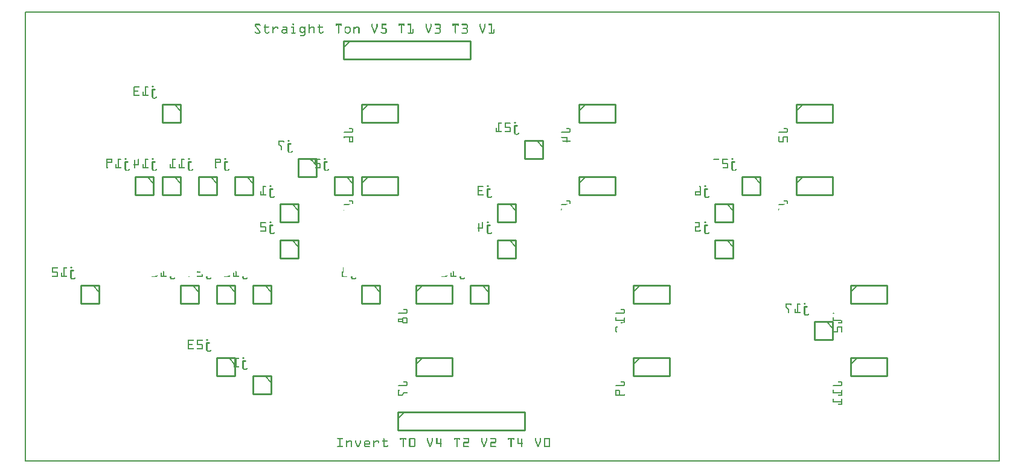
<source format=gbo>
G04 MADE WITH FRITZING*
G04 WWW.FRITZING.ORG*
G04 DOUBLE SIDED*
G04 HOLES PLATED*
G04 CONTOUR ON CENTER OF CONTOUR VECTOR*
%ASAXBY*%
%FSLAX23Y23*%
%MOIN*%
%OFA0B0*%
%SFA1.0B1.0*%
%ADD10R,5.386110X2.487500X5.370110X2.471500*%
%ADD11C,0.008000*%
%ADD12C,0.010000*%
%ADD13C,0.005000*%
%ADD14R,0.001000X0.001000*%
%LNSILK0*%
G90*
G70*
G54D11*
X4Y2484D02*
X5382Y2484D01*
X5382Y4D01*
X4Y4D01*
X4Y2484D01*
D02*
G54D12*
X1613Y1674D02*
X1613Y1574D01*
D02*
X1613Y1574D02*
X1513Y1574D01*
D02*
X1513Y1574D02*
X1513Y1674D01*
D02*
X1513Y1674D02*
X1613Y1674D01*
G54D13*
D02*
X1613Y1639D02*
X1578Y1674D01*
G54D12*
D02*
X1963Y974D02*
X1963Y874D01*
D02*
X1963Y874D02*
X1863Y874D01*
D02*
X1863Y874D02*
X1863Y974D01*
D02*
X1863Y974D02*
X1963Y974D01*
G54D13*
D02*
X1963Y939D02*
X1928Y974D01*
G54D12*
D02*
X3913Y1424D02*
X3913Y1324D01*
D02*
X3913Y1324D02*
X3813Y1324D01*
D02*
X3813Y1324D02*
X3813Y1424D01*
D02*
X3813Y1424D02*
X3913Y1424D01*
G54D13*
D02*
X3913Y1389D02*
X3878Y1424D01*
G54D12*
D02*
X3913Y1224D02*
X3913Y1124D01*
D02*
X3913Y1124D02*
X3813Y1124D01*
D02*
X3813Y1124D02*
X3813Y1224D01*
D02*
X3813Y1224D02*
X3913Y1224D01*
G54D13*
D02*
X3913Y1189D02*
X3878Y1224D01*
G54D12*
D02*
X1513Y1224D02*
X1513Y1124D01*
D02*
X1513Y1124D02*
X1413Y1124D01*
D02*
X1413Y1124D02*
X1413Y1224D01*
D02*
X1413Y1224D02*
X1513Y1224D01*
G54D13*
D02*
X1513Y1189D02*
X1478Y1224D01*
G54D12*
D02*
X1513Y1424D02*
X1513Y1324D01*
D02*
X1513Y1324D02*
X1413Y1324D01*
D02*
X1413Y1324D02*
X1413Y1424D01*
D02*
X1413Y1424D02*
X1513Y1424D01*
G54D13*
D02*
X1513Y1389D02*
X1478Y1424D01*
G54D12*
D02*
X2713Y1424D02*
X2713Y1324D01*
D02*
X2713Y1324D02*
X2613Y1324D01*
D02*
X2613Y1324D02*
X2613Y1424D01*
D02*
X2613Y1424D02*
X2713Y1424D01*
G54D13*
D02*
X2713Y1389D02*
X2678Y1424D01*
G54D12*
D02*
X2713Y1224D02*
X2713Y1124D01*
D02*
X2713Y1124D02*
X2613Y1124D01*
D02*
X2613Y1124D02*
X2613Y1224D01*
D02*
X2613Y1224D02*
X2713Y1224D01*
G54D13*
D02*
X2713Y1189D02*
X2678Y1224D01*
G54D12*
D02*
X2063Y274D02*
X2763Y274D01*
D02*
X2763Y274D02*
X2763Y174D01*
D02*
X2763Y174D02*
X2063Y174D01*
D02*
X2063Y174D02*
X2063Y274D01*
G54D13*
D02*
X2098Y274D02*
X2063Y239D01*
G54D12*
D02*
X1763Y2324D02*
X2463Y2324D01*
D02*
X2463Y2324D02*
X2463Y2224D01*
D02*
X2463Y2224D02*
X1763Y2224D01*
D02*
X1763Y2224D02*
X1763Y2324D01*
G54D13*
D02*
X1798Y2324D02*
X1763Y2289D01*
G54D12*
D02*
X2163Y974D02*
X2363Y974D01*
D02*
X2363Y974D02*
X2363Y874D01*
D02*
X2363Y874D02*
X2163Y874D01*
D02*
X2163Y874D02*
X2163Y974D01*
G54D13*
D02*
X2198Y974D02*
X2163Y939D01*
G54D12*
D02*
X3363Y574D02*
X3563Y574D01*
D02*
X3563Y574D02*
X3563Y474D01*
D02*
X3563Y474D02*
X3363Y474D01*
D02*
X3363Y474D02*
X3363Y574D01*
G54D13*
D02*
X3398Y574D02*
X3363Y539D01*
G54D12*
D02*
X4563Y974D02*
X4763Y974D01*
D02*
X4763Y974D02*
X4763Y874D01*
D02*
X4763Y874D02*
X4563Y874D01*
D02*
X4563Y874D02*
X4563Y974D01*
G54D13*
D02*
X4598Y974D02*
X4563Y939D01*
G54D12*
D02*
X4563Y574D02*
X4763Y574D01*
D02*
X4763Y574D02*
X4763Y474D01*
D02*
X4763Y474D02*
X4563Y474D01*
D02*
X4563Y474D02*
X4563Y574D01*
G54D13*
D02*
X4598Y574D02*
X4563Y539D01*
G54D12*
D02*
X2163Y574D02*
X2363Y574D01*
D02*
X2363Y574D02*
X2363Y474D01*
D02*
X2363Y474D02*
X2163Y474D01*
D02*
X2163Y474D02*
X2163Y574D01*
G54D13*
D02*
X2198Y574D02*
X2163Y539D01*
G54D12*
D02*
X3363Y974D02*
X3563Y974D01*
D02*
X3563Y974D02*
X3563Y874D01*
D02*
X3563Y874D02*
X3363Y874D01*
D02*
X3363Y874D02*
X3363Y974D01*
G54D13*
D02*
X3398Y974D02*
X3363Y939D01*
G54D12*
D02*
X4263Y1574D02*
X4463Y1574D01*
D02*
X4463Y1574D02*
X4463Y1474D01*
D02*
X4463Y1474D02*
X4263Y1474D01*
D02*
X4263Y1474D02*
X4263Y1574D01*
G54D13*
D02*
X4298Y1574D02*
X4263Y1539D01*
G54D12*
D02*
X4263Y1974D02*
X4463Y1974D01*
D02*
X4463Y1974D02*
X4463Y1874D01*
D02*
X4463Y1874D02*
X4263Y1874D01*
D02*
X4263Y1874D02*
X4263Y1974D01*
G54D13*
D02*
X4298Y1974D02*
X4263Y1939D01*
G54D12*
D02*
X3063Y1574D02*
X3263Y1574D01*
D02*
X3263Y1574D02*
X3263Y1474D01*
D02*
X3263Y1474D02*
X3063Y1474D01*
D02*
X3063Y1474D02*
X3063Y1574D01*
G54D13*
D02*
X3098Y1574D02*
X3063Y1539D01*
G54D12*
D02*
X1863Y1974D02*
X2063Y1974D01*
D02*
X2063Y1974D02*
X2063Y1874D01*
D02*
X2063Y1874D02*
X1863Y1874D01*
D02*
X1863Y1874D02*
X1863Y1974D01*
G54D13*
D02*
X1898Y1974D02*
X1863Y1939D01*
G54D12*
D02*
X3063Y1974D02*
X3263Y1974D01*
D02*
X3263Y1974D02*
X3263Y1874D01*
D02*
X3263Y1874D02*
X3063Y1874D01*
D02*
X3063Y1874D02*
X3063Y1974D01*
G54D13*
D02*
X3098Y1974D02*
X3063Y1939D01*
G54D12*
D02*
X1863Y1574D02*
X2063Y1574D01*
D02*
X2063Y1574D02*
X2063Y1474D01*
D02*
X2063Y1474D02*
X1863Y1474D01*
D02*
X1863Y1474D02*
X1863Y1574D01*
G54D13*
D02*
X1898Y1574D02*
X1863Y1539D01*
G54D12*
D02*
X1163Y974D02*
X1163Y874D01*
D02*
X1163Y874D02*
X1063Y874D01*
D02*
X1063Y874D02*
X1063Y974D01*
D02*
X1063Y974D02*
X1163Y974D01*
G54D13*
D02*
X1163Y939D02*
X1128Y974D01*
G54D12*
D02*
X1163Y574D02*
X1163Y474D01*
D02*
X1163Y474D02*
X1063Y474D01*
D02*
X1063Y474D02*
X1063Y574D01*
D02*
X1063Y574D02*
X1163Y574D01*
G54D13*
D02*
X1163Y539D02*
X1128Y574D01*
G54D12*
D02*
X4063Y1574D02*
X4063Y1474D01*
D02*
X4063Y1474D02*
X3963Y1474D01*
D02*
X3963Y1474D02*
X3963Y1574D01*
D02*
X3963Y1574D02*
X4063Y1574D01*
G54D13*
D02*
X4063Y1539D02*
X4028Y1574D01*
G54D12*
D02*
X2863Y1774D02*
X2863Y1674D01*
D02*
X2863Y1674D02*
X2763Y1674D01*
D02*
X2763Y1674D02*
X2763Y1774D01*
D02*
X2763Y1774D02*
X2863Y1774D01*
G54D13*
D02*
X2863Y1739D02*
X2828Y1774D01*
G54D12*
D02*
X1813Y1574D02*
X1813Y1474D01*
D02*
X1813Y1474D02*
X1713Y1474D01*
D02*
X1713Y1474D02*
X1713Y1574D01*
D02*
X1713Y1574D02*
X1813Y1574D01*
G54D13*
D02*
X1813Y1539D02*
X1778Y1574D01*
G54D12*
D02*
X713Y1574D02*
X713Y1474D01*
D02*
X713Y1474D02*
X613Y1474D01*
D02*
X613Y1474D02*
X613Y1574D01*
D02*
X613Y1574D02*
X713Y1574D01*
G54D13*
D02*
X713Y1539D02*
X678Y1574D01*
G54D12*
D02*
X1363Y474D02*
X1363Y374D01*
D02*
X1363Y374D02*
X1263Y374D01*
D02*
X1263Y374D02*
X1263Y474D01*
D02*
X1263Y474D02*
X1363Y474D01*
G54D13*
D02*
X1363Y439D02*
X1328Y474D01*
G54D12*
D02*
X4463Y774D02*
X4463Y674D01*
D02*
X4463Y674D02*
X4363Y674D01*
D02*
X4363Y674D02*
X4363Y774D01*
D02*
X4363Y774D02*
X4463Y774D01*
G54D13*
D02*
X4463Y739D02*
X4428Y774D01*
G54D12*
D02*
X1363Y974D02*
X1363Y874D01*
D02*
X1363Y874D02*
X1263Y874D01*
D02*
X1263Y874D02*
X1263Y974D01*
D02*
X1263Y974D02*
X1363Y974D01*
G54D13*
D02*
X1363Y939D02*
X1328Y974D01*
G54D12*
D02*
X2563Y974D02*
X2563Y874D01*
D02*
X2563Y874D02*
X2463Y874D01*
D02*
X2463Y874D02*
X2463Y974D01*
D02*
X2463Y974D02*
X2563Y974D01*
G54D13*
D02*
X2563Y939D02*
X2528Y974D01*
G54D12*
D02*
X863Y1974D02*
X863Y1874D01*
D02*
X863Y1874D02*
X763Y1874D01*
D02*
X763Y1874D02*
X763Y1974D01*
D02*
X763Y1974D02*
X863Y1974D01*
G54D13*
D02*
X863Y1939D02*
X828Y1974D01*
G54D12*
D02*
X413Y974D02*
X413Y874D01*
D02*
X413Y874D02*
X313Y874D01*
D02*
X313Y874D02*
X313Y974D01*
D02*
X313Y974D02*
X413Y974D01*
G54D13*
D02*
X413Y939D02*
X378Y974D01*
G54D12*
D02*
X1263Y1574D02*
X1263Y1474D01*
D02*
X1263Y1474D02*
X1163Y1474D01*
D02*
X1163Y1474D02*
X1163Y1574D01*
D02*
X1163Y1574D02*
X1263Y1574D01*
G54D13*
D02*
X1263Y1539D02*
X1228Y1574D01*
G54D12*
D02*
X1063Y1574D02*
X1063Y1474D01*
D02*
X1063Y1474D02*
X963Y1474D01*
D02*
X963Y1474D02*
X963Y1574D01*
D02*
X963Y1574D02*
X1063Y1574D01*
G54D13*
D02*
X1063Y1539D02*
X1028Y1574D01*
G54D12*
D02*
X963Y974D02*
X963Y874D01*
D02*
X963Y874D02*
X863Y874D01*
D02*
X863Y874D02*
X863Y974D01*
D02*
X863Y974D02*
X963Y974D01*
G54D13*
D02*
X963Y939D02*
X928Y974D01*
G54D12*
D02*
X863Y1574D02*
X863Y1474D01*
D02*
X863Y1474D02*
X763Y1474D01*
D02*
X763Y1474D02*
X763Y1574D01*
D02*
X763Y1574D02*
X863Y1574D01*
G54D13*
D02*
X863Y1539D02*
X828Y1574D01*
G54D14*
X1482Y2422D02*
X1487Y2422D01*
X1480Y2421D02*
X1488Y2421D01*
X1480Y2420D02*
X1489Y2420D01*
X1276Y2419D02*
X1297Y2419D01*
X1480Y2419D02*
X1489Y2419D01*
X1571Y2419D02*
X1573Y2419D01*
X1718Y2419D02*
X1751Y2419D01*
X1918Y2419D02*
X1921Y2419D01*
X1946Y2419D02*
X1948Y2419D01*
X1973Y2419D02*
X1998Y2419D01*
X2066Y2419D02*
X2099Y2419D01*
X2117Y2419D02*
X2135Y2419D01*
X2217Y2419D02*
X2219Y2419D01*
X2244Y2419D02*
X2246Y2419D01*
X2266Y2419D02*
X2293Y2419D01*
X2364Y2419D02*
X2397Y2419D01*
X2415Y2419D02*
X2442Y2419D01*
X2515Y2419D02*
X2517Y2419D01*
X2542Y2419D02*
X2544Y2419D01*
X2564Y2419D02*
X2582Y2419D01*
X1274Y2418D02*
X1299Y2418D01*
X1480Y2418D02*
X1489Y2418D01*
X1569Y2418D02*
X1574Y2418D01*
X1718Y2418D02*
X1751Y2418D01*
X1917Y2418D02*
X1922Y2418D01*
X1945Y2418D02*
X1949Y2418D01*
X1973Y2418D02*
X1999Y2418D01*
X2066Y2418D02*
X2099Y2418D01*
X2116Y2418D02*
X2135Y2418D01*
X2215Y2418D02*
X2220Y2418D01*
X2243Y2418D02*
X2247Y2418D01*
X2265Y2418D02*
X2295Y2418D01*
X2364Y2418D02*
X2397Y2418D01*
X2414Y2418D02*
X2444Y2418D01*
X2514Y2418D02*
X2518Y2418D01*
X2541Y2418D02*
X2545Y2418D01*
X2563Y2418D02*
X2582Y2418D01*
X1273Y2417D02*
X1301Y2417D01*
X1480Y2417D02*
X1489Y2417D01*
X1569Y2417D02*
X1574Y2417D01*
X1718Y2417D02*
X1751Y2417D01*
X1917Y2417D02*
X1922Y2417D01*
X1944Y2417D02*
X1950Y2417D01*
X1973Y2417D02*
X1999Y2417D01*
X2066Y2417D02*
X2099Y2417D01*
X2116Y2417D02*
X2135Y2417D01*
X2215Y2417D02*
X2221Y2417D01*
X2242Y2417D02*
X2248Y2417D01*
X2265Y2417D02*
X2296Y2417D01*
X2364Y2417D02*
X2397Y2417D01*
X2414Y2417D02*
X2445Y2417D01*
X2513Y2417D02*
X2519Y2417D01*
X2540Y2417D02*
X2546Y2417D01*
X2563Y2417D02*
X2582Y2417D01*
X1272Y2416D02*
X1302Y2416D01*
X1329Y2416D02*
X1331Y2416D01*
X1480Y2416D02*
X1489Y2416D01*
X1569Y2416D02*
X1575Y2416D01*
X1627Y2416D02*
X1629Y2416D01*
X1718Y2416D02*
X1751Y2416D01*
X1917Y2416D02*
X1923Y2416D01*
X1944Y2416D02*
X1950Y2416D01*
X1973Y2416D02*
X1999Y2416D01*
X2066Y2416D02*
X2099Y2416D01*
X2115Y2416D02*
X2135Y2416D01*
X2215Y2416D02*
X2221Y2416D01*
X2242Y2416D02*
X2248Y2416D01*
X2265Y2416D02*
X2297Y2416D01*
X2364Y2416D02*
X2397Y2416D01*
X2414Y2416D02*
X2446Y2416D01*
X2513Y2416D02*
X2519Y2416D01*
X2540Y2416D02*
X2546Y2416D01*
X2563Y2416D02*
X2582Y2416D01*
X1271Y2415D02*
X1302Y2415D01*
X1328Y2415D02*
X1332Y2415D01*
X1480Y2415D02*
X1489Y2415D01*
X1569Y2415D02*
X1575Y2415D01*
X1626Y2415D02*
X1631Y2415D01*
X1718Y2415D02*
X1751Y2415D01*
X1917Y2415D02*
X1923Y2415D01*
X1944Y2415D02*
X1950Y2415D01*
X1973Y2415D02*
X1999Y2415D01*
X2066Y2415D02*
X2099Y2415D01*
X2116Y2415D02*
X2135Y2415D01*
X2215Y2415D02*
X2221Y2415D01*
X2242Y2415D02*
X2248Y2415D01*
X2265Y2415D02*
X2297Y2415D01*
X2364Y2415D02*
X2397Y2415D01*
X2414Y2415D02*
X2446Y2415D01*
X2513Y2415D02*
X2519Y2415D01*
X2540Y2415D02*
X2546Y2415D01*
X2563Y2415D02*
X2582Y2415D01*
X1271Y2414D02*
X1303Y2414D01*
X1327Y2414D02*
X1333Y2414D01*
X1480Y2414D02*
X1488Y2414D01*
X1569Y2414D02*
X1575Y2414D01*
X1625Y2414D02*
X1631Y2414D01*
X1718Y2414D02*
X1751Y2414D01*
X1917Y2414D02*
X1923Y2414D01*
X1944Y2414D02*
X1950Y2414D01*
X1973Y2414D02*
X1999Y2414D01*
X2066Y2414D02*
X2099Y2414D01*
X2116Y2414D02*
X2135Y2414D01*
X2215Y2414D02*
X2221Y2414D01*
X2242Y2414D02*
X2248Y2414D01*
X2265Y2414D02*
X2298Y2414D01*
X2364Y2414D02*
X2397Y2414D01*
X2414Y2414D02*
X2447Y2414D01*
X2513Y2414D02*
X2519Y2414D01*
X2540Y2414D02*
X2546Y2414D01*
X2563Y2414D02*
X2582Y2414D01*
X1271Y2413D02*
X1303Y2413D01*
X1327Y2413D02*
X1333Y2413D01*
X1481Y2413D02*
X1487Y2413D01*
X1569Y2413D02*
X1575Y2413D01*
X1625Y2413D02*
X1631Y2413D01*
X1718Y2413D02*
X1751Y2413D01*
X1917Y2413D02*
X1923Y2413D01*
X1944Y2413D02*
X1950Y2413D01*
X1973Y2413D02*
X1998Y2413D01*
X2066Y2413D02*
X2099Y2413D01*
X2117Y2413D02*
X2135Y2413D01*
X2215Y2413D02*
X2221Y2413D01*
X2242Y2413D02*
X2248Y2413D01*
X2266Y2413D02*
X2298Y2413D01*
X2364Y2413D02*
X2397Y2413D01*
X2415Y2413D02*
X2447Y2413D01*
X2513Y2413D02*
X2519Y2413D01*
X2540Y2413D02*
X2546Y2413D01*
X2564Y2413D02*
X2582Y2413D01*
X1271Y2412D02*
X1277Y2412D01*
X1297Y2412D02*
X1304Y2412D01*
X1327Y2412D02*
X1333Y2412D01*
X1569Y2412D02*
X1575Y2412D01*
X1625Y2412D02*
X1631Y2412D01*
X1718Y2412D02*
X1724Y2412D01*
X1731Y2412D02*
X1737Y2412D01*
X1745Y2412D02*
X1751Y2412D01*
X1917Y2412D02*
X1923Y2412D01*
X1944Y2412D02*
X1950Y2412D01*
X1973Y2412D02*
X1979Y2412D01*
X2066Y2412D02*
X2072Y2412D01*
X2079Y2412D02*
X2085Y2412D01*
X2093Y2412D02*
X2099Y2412D01*
X2129Y2412D02*
X2135Y2412D01*
X2215Y2412D02*
X2221Y2412D01*
X2242Y2412D02*
X2248Y2412D01*
X2292Y2412D02*
X2298Y2412D01*
X2364Y2412D02*
X2370Y2412D01*
X2377Y2412D02*
X2383Y2412D01*
X2391Y2412D02*
X2397Y2412D01*
X2441Y2412D02*
X2447Y2412D01*
X2513Y2412D02*
X2519Y2412D01*
X2540Y2412D02*
X2546Y2412D01*
X2576Y2412D02*
X2582Y2412D01*
X1271Y2411D02*
X1277Y2411D01*
X1298Y2411D02*
X1304Y2411D01*
X1327Y2411D02*
X1333Y2411D01*
X1569Y2411D02*
X1575Y2411D01*
X1625Y2411D02*
X1631Y2411D01*
X1718Y2411D02*
X1724Y2411D01*
X1731Y2411D02*
X1737Y2411D01*
X1745Y2411D02*
X1751Y2411D01*
X1917Y2411D02*
X1923Y2411D01*
X1944Y2411D02*
X1950Y2411D01*
X1973Y2411D02*
X1979Y2411D01*
X2066Y2411D02*
X2072Y2411D01*
X2079Y2411D02*
X2085Y2411D01*
X2093Y2411D02*
X2099Y2411D01*
X2129Y2411D02*
X2135Y2411D01*
X2215Y2411D02*
X2221Y2411D01*
X2242Y2411D02*
X2248Y2411D01*
X2292Y2411D02*
X2298Y2411D01*
X2364Y2411D02*
X2370Y2411D01*
X2377Y2411D02*
X2383Y2411D01*
X2391Y2411D02*
X2397Y2411D01*
X2441Y2411D02*
X2447Y2411D01*
X2513Y2411D02*
X2519Y2411D01*
X2540Y2411D02*
X2546Y2411D01*
X2576Y2411D02*
X2582Y2411D01*
X1271Y2410D02*
X1278Y2410D01*
X1298Y2410D02*
X1304Y2410D01*
X1327Y2410D02*
X1333Y2410D01*
X1569Y2410D02*
X1575Y2410D01*
X1625Y2410D02*
X1631Y2410D01*
X1718Y2410D02*
X1724Y2410D01*
X1731Y2410D02*
X1737Y2410D01*
X1745Y2410D02*
X1751Y2410D01*
X1917Y2410D02*
X1923Y2410D01*
X1944Y2410D02*
X1950Y2410D01*
X1973Y2410D02*
X1979Y2410D01*
X2066Y2410D02*
X2072Y2410D01*
X2079Y2410D02*
X2085Y2410D01*
X2093Y2410D02*
X2099Y2410D01*
X2129Y2410D02*
X2135Y2410D01*
X2215Y2410D02*
X2221Y2410D01*
X2242Y2410D02*
X2248Y2410D01*
X2292Y2410D02*
X2298Y2410D01*
X2364Y2410D02*
X2370Y2410D01*
X2377Y2410D02*
X2383Y2410D01*
X2391Y2410D02*
X2397Y2410D01*
X2441Y2410D02*
X2447Y2410D01*
X2513Y2410D02*
X2519Y2410D01*
X2540Y2410D02*
X2546Y2410D01*
X2576Y2410D02*
X2582Y2410D01*
X1271Y2409D02*
X1278Y2409D01*
X1298Y2409D02*
X1304Y2409D01*
X1327Y2409D02*
X1333Y2409D01*
X1569Y2409D02*
X1575Y2409D01*
X1625Y2409D02*
X1631Y2409D01*
X1718Y2409D02*
X1724Y2409D01*
X1731Y2409D02*
X1737Y2409D01*
X1745Y2409D02*
X1751Y2409D01*
X1917Y2409D02*
X1923Y2409D01*
X1944Y2409D02*
X1950Y2409D01*
X1973Y2409D02*
X1979Y2409D01*
X2066Y2409D02*
X2071Y2409D01*
X2079Y2409D02*
X2085Y2409D01*
X2093Y2409D02*
X2099Y2409D01*
X2129Y2409D02*
X2135Y2409D01*
X2215Y2409D02*
X2221Y2409D01*
X2242Y2409D02*
X2248Y2409D01*
X2292Y2409D02*
X2298Y2409D01*
X2364Y2409D02*
X2370Y2409D01*
X2377Y2409D02*
X2383Y2409D01*
X2391Y2409D02*
X2397Y2409D01*
X2441Y2409D02*
X2447Y2409D01*
X2513Y2409D02*
X2519Y2409D01*
X2540Y2409D02*
X2546Y2409D01*
X2576Y2409D02*
X2582Y2409D01*
X1272Y2408D02*
X1279Y2408D01*
X1299Y2408D02*
X1303Y2408D01*
X1327Y2408D02*
X1333Y2408D01*
X1569Y2408D02*
X1575Y2408D01*
X1625Y2408D02*
X1631Y2408D01*
X1719Y2408D02*
X1723Y2408D01*
X1731Y2408D02*
X1737Y2408D01*
X1746Y2408D02*
X1750Y2408D01*
X1917Y2408D02*
X1923Y2408D01*
X1944Y2408D02*
X1950Y2408D01*
X1973Y2408D02*
X1979Y2408D01*
X2067Y2408D02*
X2071Y2408D01*
X2079Y2408D02*
X2085Y2408D01*
X2094Y2408D02*
X2098Y2408D01*
X2129Y2408D02*
X2135Y2408D01*
X2215Y2408D02*
X2221Y2408D01*
X2242Y2408D02*
X2248Y2408D01*
X2292Y2408D02*
X2298Y2408D01*
X2365Y2408D02*
X2369Y2408D01*
X2377Y2408D02*
X2383Y2408D01*
X2392Y2408D02*
X2396Y2408D01*
X2441Y2408D02*
X2447Y2408D01*
X2513Y2408D02*
X2519Y2408D01*
X2540Y2408D02*
X2546Y2408D01*
X2576Y2408D02*
X2582Y2408D01*
X1272Y2407D02*
X1280Y2407D01*
X1300Y2407D02*
X1302Y2407D01*
X1327Y2407D02*
X1333Y2407D01*
X1569Y2407D02*
X1575Y2407D01*
X1625Y2407D02*
X1631Y2407D01*
X1720Y2407D02*
X1722Y2407D01*
X1731Y2407D02*
X1737Y2407D01*
X1747Y2407D02*
X1749Y2407D01*
X1917Y2407D02*
X1923Y2407D01*
X1944Y2407D02*
X1950Y2407D01*
X1973Y2407D02*
X1979Y2407D01*
X2068Y2407D02*
X2069Y2407D01*
X2079Y2407D02*
X2085Y2407D01*
X2095Y2407D02*
X2097Y2407D01*
X2129Y2407D02*
X2135Y2407D01*
X2215Y2407D02*
X2221Y2407D01*
X2242Y2407D02*
X2248Y2407D01*
X2292Y2407D02*
X2298Y2407D01*
X2366Y2407D02*
X2368Y2407D01*
X2377Y2407D02*
X2383Y2407D01*
X2393Y2407D02*
X2395Y2407D01*
X2441Y2407D02*
X2447Y2407D01*
X2513Y2407D02*
X2519Y2407D01*
X2540Y2407D02*
X2546Y2407D01*
X2576Y2407D02*
X2582Y2407D01*
X1273Y2406D02*
X1281Y2406D01*
X1327Y2406D02*
X1333Y2406D01*
X1569Y2406D02*
X1575Y2406D01*
X1625Y2406D02*
X1631Y2406D01*
X1731Y2406D02*
X1737Y2406D01*
X1917Y2406D02*
X1923Y2406D01*
X1944Y2406D02*
X1950Y2406D01*
X1973Y2406D02*
X1979Y2406D01*
X2079Y2406D02*
X2085Y2406D01*
X2129Y2406D02*
X2135Y2406D01*
X2215Y2406D02*
X2221Y2406D01*
X2242Y2406D02*
X2248Y2406D01*
X2292Y2406D02*
X2298Y2406D01*
X2377Y2406D02*
X2383Y2406D01*
X2441Y2406D02*
X2447Y2406D01*
X2513Y2406D02*
X2519Y2406D01*
X2540Y2406D02*
X2546Y2406D01*
X2576Y2406D02*
X2582Y2406D01*
X1274Y2405D02*
X1281Y2405D01*
X1327Y2405D02*
X1333Y2405D01*
X1569Y2405D02*
X1575Y2405D01*
X1625Y2405D02*
X1631Y2405D01*
X1731Y2405D02*
X1737Y2405D01*
X1917Y2405D02*
X1923Y2405D01*
X1944Y2405D02*
X1950Y2405D01*
X1973Y2405D02*
X1979Y2405D01*
X2079Y2405D02*
X2085Y2405D01*
X2129Y2405D02*
X2135Y2405D01*
X2215Y2405D02*
X2221Y2405D01*
X2242Y2405D02*
X2248Y2405D01*
X2292Y2405D02*
X2298Y2405D01*
X2377Y2405D02*
X2383Y2405D01*
X2441Y2405D02*
X2447Y2405D01*
X2513Y2405D02*
X2519Y2405D01*
X2540Y2405D02*
X2546Y2405D01*
X2576Y2405D02*
X2582Y2405D01*
X1274Y2404D02*
X1282Y2404D01*
X1321Y2404D02*
X1349Y2404D01*
X1371Y2404D02*
X1375Y2404D01*
X1385Y2404D02*
X1397Y2404D01*
X1428Y2404D02*
X1446Y2404D01*
X1474Y2404D02*
X1488Y2404D01*
X1528Y2404D02*
X1540Y2404D01*
X1548Y2404D02*
X1551Y2404D01*
X1569Y2404D02*
X1575Y2404D01*
X1584Y2404D02*
X1595Y2404D01*
X1620Y2404D02*
X1647Y2404D01*
X1731Y2404D02*
X1737Y2404D01*
X1776Y2404D02*
X1792Y2404D01*
X1818Y2404D02*
X1822Y2404D01*
X1833Y2404D02*
X1844Y2404D01*
X1917Y2404D02*
X1923Y2404D01*
X1944Y2404D02*
X1950Y2404D01*
X1973Y2404D02*
X1979Y2404D01*
X2079Y2404D02*
X2085Y2404D01*
X2129Y2404D02*
X2135Y2404D01*
X2215Y2404D02*
X2221Y2404D01*
X2242Y2404D02*
X2248Y2404D01*
X2292Y2404D02*
X2298Y2404D01*
X2377Y2404D02*
X2383Y2404D01*
X2441Y2404D02*
X2447Y2404D01*
X2513Y2404D02*
X2519Y2404D01*
X2540Y2404D02*
X2546Y2404D01*
X2576Y2404D02*
X2582Y2404D01*
X1275Y2403D02*
X1283Y2403D01*
X1321Y2403D02*
X1350Y2403D01*
X1370Y2403D02*
X1375Y2403D01*
X1384Y2403D02*
X1399Y2403D01*
X1427Y2403D02*
X1448Y2403D01*
X1473Y2403D02*
X1488Y2403D01*
X1526Y2403D02*
X1542Y2403D01*
X1547Y2403D02*
X1552Y2403D01*
X1569Y2403D02*
X1575Y2403D01*
X1582Y2403D02*
X1597Y2403D01*
X1619Y2403D02*
X1648Y2403D01*
X1731Y2403D02*
X1737Y2403D01*
X1774Y2403D02*
X1794Y2403D01*
X1818Y2403D02*
X1823Y2403D01*
X1830Y2403D02*
X1846Y2403D01*
X1917Y2403D02*
X1923Y2403D01*
X1943Y2403D02*
X1950Y2403D01*
X1973Y2403D02*
X1979Y2403D01*
X2079Y2403D02*
X2085Y2403D01*
X2129Y2403D02*
X2135Y2403D01*
X2215Y2403D02*
X2221Y2403D01*
X2241Y2403D02*
X2248Y2403D01*
X2292Y2403D02*
X2298Y2403D01*
X2377Y2403D02*
X2383Y2403D01*
X2441Y2403D02*
X2447Y2403D01*
X2513Y2403D02*
X2520Y2403D01*
X2539Y2403D02*
X2546Y2403D01*
X2576Y2403D02*
X2582Y2403D01*
X1276Y2402D02*
X1284Y2402D01*
X1321Y2402D02*
X1350Y2402D01*
X1370Y2402D02*
X1376Y2402D01*
X1382Y2402D02*
X1400Y2402D01*
X1427Y2402D02*
X1449Y2402D01*
X1473Y2402D02*
X1489Y2402D01*
X1525Y2402D02*
X1543Y2402D01*
X1546Y2402D02*
X1552Y2402D01*
X1569Y2402D02*
X1575Y2402D01*
X1580Y2402D02*
X1598Y2402D01*
X1619Y2402D02*
X1648Y2402D01*
X1731Y2402D02*
X1737Y2402D01*
X1773Y2402D02*
X1795Y2402D01*
X1817Y2402D02*
X1823Y2402D01*
X1829Y2402D02*
X1847Y2402D01*
X1917Y2402D02*
X1924Y2402D01*
X1943Y2402D02*
X1949Y2402D01*
X1973Y2402D02*
X1979Y2402D01*
X2079Y2402D02*
X2085Y2402D01*
X2129Y2402D02*
X2135Y2402D01*
X2215Y2402D02*
X2222Y2402D01*
X2241Y2402D02*
X2247Y2402D01*
X2292Y2402D02*
X2298Y2402D01*
X2377Y2402D02*
X2383Y2402D01*
X2441Y2402D02*
X2447Y2402D01*
X2514Y2402D02*
X2520Y2402D01*
X2539Y2402D02*
X2546Y2402D01*
X2576Y2402D02*
X2582Y2402D01*
X1277Y2401D02*
X1285Y2401D01*
X1321Y2401D02*
X1350Y2401D01*
X1370Y2401D02*
X1376Y2401D01*
X1381Y2401D02*
X1401Y2401D01*
X1427Y2401D02*
X1450Y2401D01*
X1473Y2401D02*
X1489Y2401D01*
X1523Y2401D02*
X1544Y2401D01*
X1546Y2401D02*
X1552Y2401D01*
X1569Y2401D02*
X1575Y2401D01*
X1579Y2401D02*
X1599Y2401D01*
X1619Y2401D02*
X1648Y2401D01*
X1731Y2401D02*
X1737Y2401D01*
X1772Y2401D02*
X1796Y2401D01*
X1817Y2401D02*
X1823Y2401D01*
X1827Y2401D02*
X1848Y2401D01*
X1918Y2401D02*
X1924Y2401D01*
X1942Y2401D02*
X1949Y2401D01*
X1973Y2401D02*
X1979Y2401D01*
X2079Y2401D02*
X2085Y2401D01*
X2129Y2401D02*
X2135Y2401D01*
X2216Y2401D02*
X2222Y2401D01*
X2241Y2401D02*
X2247Y2401D01*
X2292Y2401D02*
X2298Y2401D01*
X2377Y2401D02*
X2383Y2401D01*
X2441Y2401D02*
X2447Y2401D01*
X2514Y2401D02*
X2520Y2401D01*
X2539Y2401D02*
X2545Y2401D01*
X2576Y2401D02*
X2582Y2401D01*
X1277Y2400D02*
X1285Y2400D01*
X1321Y2400D02*
X1350Y2400D01*
X1370Y2400D02*
X1376Y2400D01*
X1380Y2400D02*
X1402Y2400D01*
X1427Y2400D02*
X1451Y2400D01*
X1473Y2400D02*
X1489Y2400D01*
X1522Y2400D02*
X1552Y2400D01*
X1569Y2400D02*
X1575Y2400D01*
X1577Y2400D02*
X1600Y2400D01*
X1619Y2400D02*
X1648Y2400D01*
X1731Y2400D02*
X1737Y2400D01*
X1771Y2400D02*
X1797Y2400D01*
X1817Y2400D02*
X1823Y2400D01*
X1826Y2400D02*
X1848Y2400D01*
X1918Y2400D02*
X1924Y2400D01*
X1942Y2400D02*
X1948Y2400D01*
X1973Y2400D02*
X1979Y2400D01*
X2079Y2400D02*
X2085Y2400D01*
X2129Y2400D02*
X2135Y2400D01*
X2216Y2400D02*
X2223Y2400D01*
X2240Y2400D02*
X2247Y2400D01*
X2292Y2400D02*
X2298Y2400D01*
X2377Y2400D02*
X2383Y2400D01*
X2441Y2400D02*
X2447Y2400D01*
X2514Y2400D02*
X2521Y2400D01*
X2538Y2400D02*
X2545Y2400D01*
X2576Y2400D02*
X2582Y2400D01*
X1278Y2399D02*
X1286Y2399D01*
X1321Y2399D02*
X1349Y2399D01*
X1370Y2399D02*
X1376Y2399D01*
X1379Y2399D02*
X1402Y2399D01*
X1427Y2399D02*
X1451Y2399D01*
X1474Y2399D02*
X1489Y2399D01*
X1521Y2399D02*
X1552Y2399D01*
X1569Y2399D02*
X1601Y2399D01*
X1620Y2399D02*
X1647Y2399D01*
X1731Y2399D02*
X1737Y2399D01*
X1770Y2399D02*
X1798Y2399D01*
X1817Y2399D02*
X1849Y2399D01*
X1918Y2399D02*
X1925Y2399D01*
X1942Y2399D02*
X1948Y2399D01*
X1973Y2399D02*
X1979Y2399D01*
X2079Y2399D02*
X2085Y2399D01*
X2129Y2399D02*
X2135Y2399D01*
X2217Y2399D02*
X2223Y2399D01*
X2240Y2399D02*
X2246Y2399D01*
X2292Y2399D02*
X2298Y2399D01*
X2377Y2399D02*
X2383Y2399D01*
X2441Y2399D02*
X2447Y2399D01*
X2515Y2399D02*
X2521Y2399D01*
X2538Y2399D02*
X2544Y2399D01*
X2576Y2399D02*
X2582Y2399D01*
X1279Y2398D02*
X1287Y2398D01*
X1323Y2398D02*
X1347Y2398D01*
X1370Y2398D02*
X1376Y2398D01*
X1378Y2398D02*
X1403Y2398D01*
X1430Y2398D02*
X1452Y2398D01*
X1476Y2398D02*
X1489Y2398D01*
X1521Y2398D02*
X1552Y2398D01*
X1569Y2398D02*
X1601Y2398D01*
X1622Y2398D02*
X1645Y2398D01*
X1731Y2398D02*
X1737Y2398D01*
X1769Y2398D02*
X1799Y2398D01*
X1817Y2398D02*
X1849Y2398D01*
X1919Y2398D02*
X1925Y2398D01*
X1941Y2398D02*
X1948Y2398D01*
X1973Y2398D02*
X1979Y2398D01*
X2079Y2398D02*
X2085Y2398D01*
X2129Y2398D02*
X2135Y2398D01*
X2217Y2398D02*
X2223Y2398D01*
X2239Y2398D02*
X2246Y2398D01*
X2291Y2398D02*
X2298Y2398D01*
X2377Y2398D02*
X2383Y2398D01*
X2440Y2398D02*
X2447Y2398D01*
X2515Y2398D02*
X2522Y2398D01*
X2538Y2398D02*
X2544Y2398D01*
X2576Y2398D02*
X2582Y2398D01*
X1280Y2397D02*
X1288Y2397D01*
X1327Y2397D02*
X1333Y2397D01*
X1370Y2397D02*
X1386Y2397D01*
X1396Y2397D02*
X1403Y2397D01*
X1445Y2397D02*
X1452Y2397D01*
X1483Y2397D02*
X1489Y2397D01*
X1520Y2397D02*
X1528Y2397D01*
X1539Y2397D02*
X1552Y2397D01*
X1569Y2397D02*
X1584Y2397D01*
X1594Y2397D02*
X1601Y2397D01*
X1625Y2397D02*
X1631Y2397D01*
X1731Y2397D02*
X1737Y2397D01*
X1769Y2397D02*
X1777Y2397D01*
X1791Y2397D02*
X1800Y2397D01*
X1817Y2397D02*
X1833Y2397D01*
X1843Y2397D02*
X1850Y2397D01*
X1919Y2397D02*
X1926Y2397D01*
X1941Y2397D02*
X1947Y2397D01*
X1973Y2397D02*
X1979Y2397D01*
X2079Y2397D02*
X2085Y2397D01*
X2129Y2397D02*
X2135Y2397D01*
X2217Y2397D02*
X2224Y2397D01*
X2239Y2397D02*
X2245Y2397D01*
X2290Y2397D02*
X2297Y2397D01*
X2377Y2397D02*
X2383Y2397D01*
X2440Y2397D02*
X2446Y2397D01*
X2515Y2397D02*
X2522Y2397D01*
X2537Y2397D02*
X2544Y2397D01*
X2576Y2397D02*
X2582Y2397D01*
X1281Y2396D02*
X1288Y2396D01*
X1327Y2396D02*
X1333Y2396D01*
X1370Y2396D02*
X1385Y2396D01*
X1397Y2396D02*
X1403Y2396D01*
X1446Y2396D02*
X1452Y2396D01*
X1483Y2396D02*
X1489Y2396D01*
X1520Y2396D02*
X1527Y2396D01*
X1540Y2396D02*
X1552Y2396D01*
X1569Y2396D02*
X1583Y2396D01*
X1595Y2396D02*
X1601Y2396D01*
X1625Y2396D02*
X1631Y2396D01*
X1731Y2396D02*
X1737Y2396D01*
X1768Y2396D02*
X1776Y2396D01*
X1793Y2396D02*
X1800Y2396D01*
X1817Y2396D02*
X1831Y2396D01*
X1844Y2396D02*
X1850Y2396D01*
X1920Y2396D02*
X1926Y2396D01*
X1940Y2396D02*
X1947Y2396D01*
X1973Y2396D02*
X1994Y2396D01*
X2079Y2396D02*
X2085Y2396D01*
X2129Y2396D02*
X2135Y2396D01*
X2218Y2396D02*
X2224Y2396D01*
X2239Y2396D02*
X2245Y2396D01*
X2274Y2396D02*
X2297Y2396D01*
X2377Y2396D02*
X2383Y2396D01*
X2423Y2396D02*
X2446Y2396D01*
X2516Y2396D02*
X2522Y2396D01*
X2537Y2396D02*
X2543Y2396D01*
X2576Y2396D02*
X2582Y2396D01*
X1281Y2395D02*
X1289Y2395D01*
X1327Y2395D02*
X1333Y2395D01*
X1370Y2395D02*
X1384Y2395D01*
X1397Y2395D02*
X1403Y2395D01*
X1446Y2395D02*
X1452Y2395D01*
X1483Y2395D02*
X1489Y2395D01*
X1519Y2395D02*
X1526Y2395D01*
X1542Y2395D02*
X1552Y2395D01*
X1569Y2395D02*
X1581Y2395D01*
X1595Y2395D02*
X1601Y2395D01*
X1625Y2395D02*
X1631Y2395D01*
X1731Y2395D02*
X1737Y2395D01*
X1768Y2395D02*
X1775Y2395D01*
X1794Y2395D02*
X1800Y2395D01*
X1817Y2395D02*
X1830Y2395D01*
X1844Y2395D02*
X1850Y2395D01*
X1920Y2395D02*
X1926Y2395D01*
X1940Y2395D02*
X1946Y2395D01*
X1973Y2395D02*
X1996Y2395D01*
X2079Y2395D02*
X2085Y2395D01*
X2129Y2395D02*
X2135Y2395D01*
X2218Y2395D02*
X2225Y2395D01*
X2238Y2395D02*
X2245Y2395D01*
X2272Y2395D02*
X2297Y2395D01*
X2377Y2395D02*
X2383Y2395D01*
X2421Y2395D02*
X2446Y2395D01*
X2516Y2395D02*
X2523Y2395D01*
X2536Y2395D02*
X2543Y2395D01*
X2576Y2395D02*
X2582Y2395D01*
X1282Y2394D02*
X1290Y2394D01*
X1327Y2394D02*
X1333Y2394D01*
X1370Y2394D02*
X1383Y2394D01*
X1397Y2394D02*
X1403Y2394D01*
X1446Y2394D02*
X1452Y2394D01*
X1483Y2394D02*
X1489Y2394D01*
X1519Y2394D02*
X1525Y2394D01*
X1543Y2394D02*
X1552Y2394D01*
X1569Y2394D02*
X1580Y2394D01*
X1596Y2394D02*
X1601Y2394D01*
X1625Y2394D02*
X1631Y2394D01*
X1731Y2394D02*
X1737Y2394D01*
X1768Y2394D02*
X1774Y2394D01*
X1794Y2394D02*
X1801Y2394D01*
X1817Y2394D02*
X1828Y2394D01*
X1844Y2394D02*
X1850Y2394D01*
X1920Y2394D02*
X1927Y2394D01*
X1940Y2394D02*
X1946Y2394D01*
X1973Y2394D02*
X1997Y2394D01*
X2079Y2394D02*
X2085Y2394D01*
X2129Y2394D02*
X2135Y2394D01*
X2218Y2394D02*
X2225Y2394D01*
X2238Y2394D02*
X2244Y2394D01*
X2272Y2394D02*
X2296Y2394D01*
X2377Y2394D02*
X2383Y2394D01*
X2421Y2394D02*
X2445Y2394D01*
X2517Y2394D02*
X2523Y2394D01*
X2536Y2394D02*
X2542Y2394D01*
X2576Y2394D02*
X2582Y2394D01*
X1283Y2393D02*
X1291Y2393D01*
X1327Y2393D02*
X1333Y2393D01*
X1370Y2393D02*
X1382Y2393D01*
X1397Y2393D02*
X1403Y2393D01*
X1446Y2393D02*
X1452Y2393D01*
X1483Y2393D02*
X1489Y2393D01*
X1519Y2393D02*
X1525Y2393D01*
X1544Y2393D02*
X1552Y2393D01*
X1569Y2393D02*
X1578Y2393D01*
X1596Y2393D02*
X1601Y2393D01*
X1625Y2393D02*
X1631Y2393D01*
X1731Y2393D02*
X1737Y2393D01*
X1768Y2393D02*
X1774Y2393D01*
X1795Y2393D02*
X1801Y2393D01*
X1817Y2393D02*
X1827Y2393D01*
X1844Y2393D02*
X1850Y2393D01*
X1921Y2393D02*
X1927Y2393D01*
X1939Y2393D02*
X1946Y2393D01*
X1973Y2393D02*
X1998Y2393D01*
X2079Y2393D02*
X2085Y2393D01*
X2129Y2393D02*
X2135Y2393D01*
X2219Y2393D02*
X2225Y2393D01*
X2237Y2393D02*
X2244Y2393D01*
X2271Y2393D02*
X2295Y2393D01*
X2377Y2393D02*
X2383Y2393D01*
X2420Y2393D02*
X2444Y2393D01*
X2517Y2393D02*
X2524Y2393D01*
X2536Y2393D02*
X2542Y2393D01*
X2576Y2393D02*
X2582Y2393D01*
X1284Y2392D02*
X1292Y2392D01*
X1327Y2392D02*
X1333Y2392D01*
X1370Y2392D02*
X1380Y2392D01*
X1397Y2392D02*
X1403Y2392D01*
X1446Y2392D02*
X1452Y2392D01*
X1483Y2392D02*
X1489Y2392D01*
X1519Y2392D02*
X1525Y2392D01*
X1545Y2392D02*
X1552Y2392D01*
X1569Y2392D02*
X1577Y2392D01*
X1596Y2392D02*
X1601Y2392D01*
X1625Y2392D02*
X1631Y2392D01*
X1731Y2392D02*
X1737Y2392D01*
X1768Y2392D02*
X1773Y2392D01*
X1795Y2392D02*
X1801Y2392D01*
X1817Y2392D02*
X1825Y2392D01*
X1844Y2392D02*
X1850Y2392D01*
X1921Y2392D02*
X1928Y2392D01*
X1939Y2392D02*
X1945Y2392D01*
X1973Y2392D02*
X1999Y2392D01*
X2079Y2392D02*
X2085Y2392D01*
X2129Y2392D02*
X2135Y2392D01*
X2219Y2392D02*
X2226Y2392D01*
X2237Y2392D02*
X2243Y2392D01*
X2271Y2392D02*
X2295Y2392D01*
X2377Y2392D02*
X2383Y2392D01*
X2420Y2392D02*
X2445Y2392D01*
X2517Y2392D02*
X2524Y2392D01*
X2535Y2392D02*
X2542Y2392D01*
X2576Y2392D02*
X2582Y2392D01*
X1284Y2391D02*
X1292Y2391D01*
X1327Y2391D02*
X1333Y2391D01*
X1370Y2391D02*
X1379Y2391D01*
X1398Y2391D02*
X1403Y2391D01*
X1446Y2391D02*
X1452Y2391D01*
X1483Y2391D02*
X1489Y2391D01*
X1519Y2391D02*
X1525Y2391D01*
X1546Y2391D02*
X1552Y2391D01*
X1569Y2391D02*
X1575Y2391D01*
X1596Y2391D02*
X1601Y2391D01*
X1625Y2391D02*
X1631Y2391D01*
X1731Y2391D02*
X1737Y2391D01*
X1768Y2391D02*
X1773Y2391D01*
X1795Y2391D02*
X1801Y2391D01*
X1817Y2391D02*
X1824Y2391D01*
X1844Y2391D02*
X1850Y2391D01*
X1921Y2391D02*
X1928Y2391D01*
X1938Y2391D02*
X1945Y2391D01*
X1973Y2391D02*
X1999Y2391D01*
X2079Y2391D02*
X2085Y2391D01*
X2129Y2391D02*
X2135Y2391D01*
X2220Y2391D02*
X2226Y2391D01*
X2237Y2391D02*
X2243Y2391D01*
X2272Y2391D02*
X2296Y2391D01*
X2377Y2391D02*
X2383Y2391D01*
X2421Y2391D02*
X2445Y2391D01*
X2518Y2391D02*
X2524Y2391D01*
X2535Y2391D02*
X2541Y2391D01*
X2576Y2391D02*
X2582Y2391D01*
X1285Y2390D02*
X1293Y2390D01*
X1327Y2390D02*
X1333Y2390D01*
X1370Y2390D02*
X1378Y2390D01*
X1399Y2390D02*
X1402Y2390D01*
X1427Y2390D02*
X1444Y2390D01*
X1446Y2390D02*
X1452Y2390D01*
X1483Y2390D02*
X1489Y2390D01*
X1519Y2390D02*
X1525Y2390D01*
X1546Y2390D02*
X1552Y2390D01*
X1569Y2390D02*
X1575Y2390D01*
X1596Y2390D02*
X1601Y2390D01*
X1625Y2390D02*
X1631Y2390D01*
X1731Y2390D02*
X1737Y2390D01*
X1768Y2390D02*
X1773Y2390D01*
X1795Y2390D02*
X1801Y2390D01*
X1817Y2390D02*
X1823Y2390D01*
X1844Y2390D02*
X1850Y2390D01*
X1922Y2390D02*
X1928Y2390D01*
X1938Y2390D02*
X1945Y2390D01*
X1973Y2390D02*
X1999Y2390D01*
X2079Y2390D02*
X2085Y2390D01*
X2129Y2390D02*
X2135Y2390D01*
X2145Y2390D02*
X2146Y2390D01*
X2220Y2390D02*
X2227Y2390D01*
X2236Y2390D02*
X2243Y2390D01*
X2273Y2390D02*
X2297Y2390D01*
X2377Y2390D02*
X2383Y2390D01*
X2422Y2390D02*
X2446Y2390D01*
X2518Y2390D02*
X2525Y2390D01*
X2534Y2390D02*
X2541Y2390D01*
X2576Y2390D02*
X2582Y2390D01*
X2592Y2390D02*
X2594Y2390D01*
X1286Y2389D02*
X1294Y2389D01*
X1327Y2389D02*
X1333Y2389D01*
X1370Y2389D02*
X1377Y2389D01*
X1425Y2389D02*
X1452Y2389D01*
X1483Y2389D02*
X1489Y2389D01*
X1519Y2389D02*
X1525Y2389D01*
X1546Y2389D02*
X1552Y2389D01*
X1569Y2389D02*
X1575Y2389D01*
X1596Y2389D02*
X1601Y2389D01*
X1625Y2389D02*
X1631Y2389D01*
X1731Y2389D02*
X1737Y2389D01*
X1768Y2389D02*
X1773Y2389D01*
X1795Y2389D02*
X1801Y2389D01*
X1817Y2389D02*
X1823Y2389D01*
X1844Y2389D02*
X1850Y2389D01*
X1922Y2389D02*
X1929Y2389D01*
X1938Y2389D02*
X1944Y2389D01*
X1993Y2389D02*
X2000Y2389D01*
X2079Y2389D02*
X2085Y2389D01*
X2129Y2389D02*
X2135Y2389D01*
X2143Y2389D02*
X2148Y2389D01*
X2220Y2389D02*
X2227Y2389D01*
X2236Y2389D02*
X2242Y2389D01*
X2289Y2389D02*
X2297Y2389D01*
X2377Y2389D02*
X2383Y2389D01*
X2438Y2389D02*
X2446Y2389D01*
X2519Y2389D02*
X2525Y2389D01*
X2534Y2389D02*
X2540Y2389D01*
X2576Y2389D02*
X2582Y2389D01*
X2591Y2389D02*
X2595Y2389D01*
X1287Y2388D02*
X1295Y2388D01*
X1327Y2388D02*
X1333Y2388D01*
X1370Y2388D02*
X1376Y2388D01*
X1423Y2388D02*
X1452Y2388D01*
X1483Y2388D02*
X1489Y2388D01*
X1519Y2388D02*
X1525Y2388D01*
X1546Y2388D02*
X1552Y2388D01*
X1569Y2388D02*
X1575Y2388D01*
X1596Y2388D02*
X1601Y2388D01*
X1625Y2388D02*
X1631Y2388D01*
X1731Y2388D02*
X1737Y2388D01*
X1768Y2388D02*
X1773Y2388D01*
X1795Y2388D02*
X1801Y2388D01*
X1817Y2388D02*
X1823Y2388D01*
X1844Y2388D02*
X1850Y2388D01*
X1923Y2388D02*
X1929Y2388D01*
X1937Y2388D02*
X1944Y2388D01*
X1994Y2388D02*
X2000Y2388D01*
X2079Y2388D02*
X2085Y2388D01*
X2129Y2388D02*
X2135Y2388D01*
X2143Y2388D02*
X2148Y2388D01*
X2221Y2388D02*
X2227Y2388D01*
X2235Y2388D02*
X2242Y2388D01*
X2291Y2388D02*
X2297Y2388D01*
X2377Y2388D02*
X2383Y2388D01*
X2440Y2388D02*
X2447Y2388D01*
X2519Y2388D02*
X2526Y2388D01*
X2534Y2388D02*
X2540Y2388D01*
X2576Y2388D02*
X2582Y2388D01*
X2590Y2388D02*
X2596Y2388D01*
X1288Y2387D02*
X1295Y2387D01*
X1327Y2387D02*
X1333Y2387D01*
X1370Y2387D02*
X1376Y2387D01*
X1422Y2387D02*
X1452Y2387D01*
X1483Y2387D02*
X1489Y2387D01*
X1519Y2387D02*
X1525Y2387D01*
X1546Y2387D02*
X1552Y2387D01*
X1569Y2387D02*
X1575Y2387D01*
X1596Y2387D02*
X1601Y2387D01*
X1625Y2387D02*
X1631Y2387D01*
X1731Y2387D02*
X1737Y2387D01*
X1768Y2387D02*
X1773Y2387D01*
X1795Y2387D02*
X1801Y2387D01*
X1817Y2387D02*
X1823Y2387D01*
X1844Y2387D02*
X1850Y2387D01*
X1923Y2387D02*
X1930Y2387D01*
X1937Y2387D02*
X1943Y2387D01*
X1994Y2387D02*
X2000Y2387D01*
X2079Y2387D02*
X2085Y2387D01*
X2129Y2387D02*
X2135Y2387D01*
X2143Y2387D02*
X2149Y2387D01*
X2221Y2387D02*
X2228Y2387D01*
X2235Y2387D02*
X2242Y2387D01*
X2291Y2387D02*
X2298Y2387D01*
X2377Y2387D02*
X2383Y2387D01*
X2441Y2387D02*
X2447Y2387D01*
X2519Y2387D02*
X2526Y2387D01*
X2533Y2387D02*
X2540Y2387D01*
X2576Y2387D02*
X2582Y2387D01*
X2590Y2387D02*
X2596Y2387D01*
X1288Y2386D02*
X1296Y2386D01*
X1327Y2386D02*
X1333Y2386D01*
X1370Y2386D02*
X1376Y2386D01*
X1422Y2386D02*
X1452Y2386D01*
X1483Y2386D02*
X1489Y2386D01*
X1519Y2386D02*
X1525Y2386D01*
X1546Y2386D02*
X1552Y2386D01*
X1569Y2386D02*
X1575Y2386D01*
X1596Y2386D02*
X1601Y2386D01*
X1625Y2386D02*
X1631Y2386D01*
X1731Y2386D02*
X1737Y2386D01*
X1768Y2386D02*
X1773Y2386D01*
X1795Y2386D02*
X1801Y2386D01*
X1817Y2386D02*
X1823Y2386D01*
X1844Y2386D02*
X1850Y2386D01*
X1923Y2386D02*
X1930Y2386D01*
X1936Y2386D02*
X1943Y2386D01*
X1994Y2386D02*
X2000Y2386D01*
X2079Y2386D02*
X2085Y2386D01*
X2129Y2386D02*
X2135Y2386D01*
X2143Y2386D02*
X2149Y2386D01*
X2222Y2386D02*
X2228Y2386D01*
X2235Y2386D02*
X2241Y2386D01*
X2292Y2386D02*
X2298Y2386D01*
X2377Y2386D02*
X2383Y2386D01*
X2441Y2386D02*
X2447Y2386D01*
X2520Y2386D02*
X2526Y2386D01*
X2533Y2386D02*
X2539Y2386D01*
X2576Y2386D02*
X2582Y2386D01*
X2590Y2386D02*
X2596Y2386D01*
X1289Y2385D02*
X1297Y2385D01*
X1327Y2385D02*
X1333Y2385D01*
X1370Y2385D02*
X1376Y2385D01*
X1421Y2385D02*
X1452Y2385D01*
X1483Y2385D02*
X1489Y2385D01*
X1519Y2385D02*
X1525Y2385D01*
X1546Y2385D02*
X1552Y2385D01*
X1569Y2385D02*
X1575Y2385D01*
X1596Y2385D02*
X1601Y2385D01*
X1625Y2385D02*
X1631Y2385D01*
X1731Y2385D02*
X1737Y2385D01*
X1768Y2385D02*
X1773Y2385D01*
X1795Y2385D02*
X1801Y2385D01*
X1817Y2385D02*
X1823Y2385D01*
X1844Y2385D02*
X1850Y2385D01*
X1924Y2385D02*
X1930Y2385D01*
X1936Y2385D02*
X1943Y2385D01*
X1994Y2385D02*
X2000Y2385D01*
X2079Y2385D02*
X2085Y2385D01*
X2129Y2385D02*
X2135Y2385D01*
X2143Y2385D02*
X2149Y2385D01*
X2222Y2385D02*
X2229Y2385D01*
X2234Y2385D02*
X2241Y2385D01*
X2292Y2385D02*
X2298Y2385D01*
X2377Y2385D02*
X2383Y2385D01*
X2441Y2385D02*
X2447Y2385D01*
X2520Y2385D02*
X2527Y2385D01*
X2532Y2385D02*
X2539Y2385D01*
X2576Y2385D02*
X2582Y2385D01*
X2590Y2385D02*
X2596Y2385D01*
X1290Y2384D02*
X1298Y2384D01*
X1327Y2384D02*
X1333Y2384D01*
X1370Y2384D02*
X1376Y2384D01*
X1420Y2384D02*
X1452Y2384D01*
X1483Y2384D02*
X1489Y2384D01*
X1519Y2384D02*
X1525Y2384D01*
X1546Y2384D02*
X1552Y2384D01*
X1569Y2384D02*
X1575Y2384D01*
X1596Y2384D02*
X1601Y2384D01*
X1625Y2384D02*
X1631Y2384D01*
X1731Y2384D02*
X1737Y2384D01*
X1768Y2384D02*
X1773Y2384D01*
X1795Y2384D02*
X1801Y2384D01*
X1817Y2384D02*
X1823Y2384D01*
X1844Y2384D02*
X1850Y2384D01*
X1924Y2384D02*
X1931Y2384D01*
X1936Y2384D02*
X1942Y2384D01*
X1994Y2384D02*
X2000Y2384D01*
X2079Y2384D02*
X2085Y2384D01*
X2129Y2384D02*
X2135Y2384D01*
X2143Y2384D02*
X2149Y2384D01*
X2222Y2384D02*
X2229Y2384D01*
X2234Y2384D02*
X2240Y2384D01*
X2292Y2384D02*
X2298Y2384D01*
X2377Y2384D02*
X2383Y2384D01*
X2441Y2384D02*
X2447Y2384D01*
X2521Y2384D02*
X2527Y2384D01*
X2532Y2384D02*
X2539Y2384D01*
X2576Y2384D02*
X2582Y2384D01*
X2590Y2384D02*
X2596Y2384D01*
X1291Y2383D02*
X1299Y2383D01*
X1327Y2383D02*
X1333Y2383D01*
X1370Y2383D02*
X1376Y2383D01*
X1420Y2383D02*
X1428Y2383D01*
X1444Y2383D02*
X1452Y2383D01*
X1483Y2383D02*
X1489Y2383D01*
X1519Y2383D02*
X1525Y2383D01*
X1546Y2383D02*
X1552Y2383D01*
X1569Y2383D02*
X1575Y2383D01*
X1596Y2383D02*
X1601Y2383D01*
X1625Y2383D02*
X1631Y2383D01*
X1731Y2383D02*
X1737Y2383D01*
X1768Y2383D02*
X1773Y2383D01*
X1795Y2383D02*
X1801Y2383D01*
X1817Y2383D02*
X1823Y2383D01*
X1844Y2383D02*
X1850Y2383D01*
X1925Y2383D02*
X1931Y2383D01*
X1935Y2383D02*
X1942Y2383D01*
X1994Y2383D02*
X2000Y2383D01*
X2079Y2383D02*
X2085Y2383D01*
X2129Y2383D02*
X2135Y2383D01*
X2143Y2383D02*
X2149Y2383D01*
X2223Y2383D02*
X2229Y2383D01*
X2233Y2383D02*
X2240Y2383D01*
X2292Y2383D02*
X2298Y2383D01*
X2377Y2383D02*
X2383Y2383D01*
X2441Y2383D02*
X2447Y2383D01*
X2521Y2383D02*
X2527Y2383D01*
X2532Y2383D02*
X2538Y2383D01*
X2576Y2383D02*
X2582Y2383D01*
X2590Y2383D02*
X2596Y2383D01*
X1291Y2382D02*
X1299Y2382D01*
X1327Y2382D02*
X1333Y2382D01*
X1370Y2382D02*
X1376Y2382D01*
X1420Y2382D02*
X1426Y2382D01*
X1446Y2382D02*
X1452Y2382D01*
X1483Y2382D02*
X1489Y2382D01*
X1519Y2382D02*
X1525Y2382D01*
X1545Y2382D02*
X1552Y2382D01*
X1569Y2382D02*
X1575Y2382D01*
X1596Y2382D02*
X1601Y2382D01*
X1625Y2382D02*
X1631Y2382D01*
X1731Y2382D02*
X1737Y2382D01*
X1768Y2382D02*
X1773Y2382D01*
X1795Y2382D02*
X1801Y2382D01*
X1817Y2382D02*
X1823Y2382D01*
X1844Y2382D02*
X1850Y2382D01*
X1925Y2382D02*
X1932Y2382D01*
X1935Y2382D02*
X1941Y2382D01*
X1994Y2382D02*
X2000Y2382D01*
X2079Y2382D02*
X2085Y2382D01*
X2129Y2382D02*
X2135Y2382D01*
X2143Y2382D02*
X2149Y2382D01*
X2223Y2382D02*
X2230Y2382D01*
X2233Y2382D02*
X2240Y2382D01*
X2292Y2382D02*
X2298Y2382D01*
X2377Y2382D02*
X2383Y2382D01*
X2441Y2382D02*
X2447Y2382D01*
X2521Y2382D02*
X2528Y2382D01*
X2531Y2382D02*
X2538Y2382D01*
X2576Y2382D02*
X2582Y2382D01*
X2590Y2382D02*
X2596Y2382D01*
X1292Y2381D02*
X1300Y2381D01*
X1327Y2381D02*
X1333Y2381D01*
X1370Y2381D02*
X1376Y2381D01*
X1420Y2381D02*
X1426Y2381D01*
X1446Y2381D02*
X1452Y2381D01*
X1483Y2381D02*
X1489Y2381D01*
X1519Y2381D02*
X1525Y2381D01*
X1544Y2381D02*
X1552Y2381D01*
X1569Y2381D02*
X1575Y2381D01*
X1596Y2381D02*
X1601Y2381D01*
X1625Y2381D02*
X1631Y2381D01*
X1731Y2381D02*
X1737Y2381D01*
X1768Y2381D02*
X1773Y2381D01*
X1795Y2381D02*
X1801Y2381D01*
X1817Y2381D02*
X1823Y2381D01*
X1844Y2381D02*
X1850Y2381D01*
X1925Y2381D02*
X1932Y2381D01*
X1935Y2381D02*
X1941Y2381D01*
X1994Y2381D02*
X2000Y2381D01*
X2079Y2381D02*
X2085Y2381D01*
X2129Y2381D02*
X2135Y2381D01*
X2143Y2381D02*
X2149Y2381D01*
X2224Y2381D02*
X2230Y2381D01*
X2233Y2381D02*
X2239Y2381D01*
X2292Y2381D02*
X2298Y2381D01*
X2377Y2381D02*
X2383Y2381D01*
X2441Y2381D02*
X2447Y2381D01*
X2522Y2381D02*
X2528Y2381D01*
X2531Y2381D02*
X2537Y2381D01*
X2576Y2381D02*
X2582Y2381D01*
X2590Y2381D02*
X2596Y2381D01*
X1293Y2380D02*
X1301Y2380D01*
X1327Y2380D02*
X1333Y2380D01*
X1370Y2380D02*
X1376Y2380D01*
X1420Y2380D02*
X1426Y2380D01*
X1446Y2380D02*
X1452Y2380D01*
X1483Y2380D02*
X1489Y2380D01*
X1519Y2380D02*
X1525Y2380D01*
X1543Y2380D02*
X1552Y2380D01*
X1569Y2380D02*
X1575Y2380D01*
X1596Y2380D02*
X1601Y2380D01*
X1625Y2380D02*
X1631Y2380D01*
X1731Y2380D02*
X1737Y2380D01*
X1768Y2380D02*
X1773Y2380D01*
X1795Y2380D02*
X1801Y2380D01*
X1817Y2380D02*
X1823Y2380D01*
X1844Y2380D02*
X1850Y2380D01*
X1926Y2380D02*
X1932Y2380D01*
X1934Y2380D02*
X1941Y2380D01*
X1994Y2380D02*
X2000Y2380D01*
X2079Y2380D02*
X2085Y2380D01*
X2129Y2380D02*
X2135Y2380D01*
X2143Y2380D02*
X2149Y2380D01*
X2224Y2380D02*
X2230Y2380D01*
X2232Y2380D02*
X2239Y2380D01*
X2292Y2380D02*
X2298Y2380D01*
X2377Y2380D02*
X2383Y2380D01*
X2441Y2380D02*
X2447Y2380D01*
X2522Y2380D02*
X2537Y2380D01*
X2576Y2380D02*
X2582Y2380D01*
X2590Y2380D02*
X2596Y2380D01*
X1294Y2379D02*
X1302Y2379D01*
X1327Y2379D02*
X1333Y2379D01*
X1370Y2379D02*
X1376Y2379D01*
X1420Y2379D02*
X1426Y2379D01*
X1447Y2379D02*
X1452Y2379D01*
X1483Y2379D02*
X1489Y2379D01*
X1519Y2379D02*
X1526Y2379D01*
X1542Y2379D02*
X1552Y2379D01*
X1569Y2379D02*
X1575Y2379D01*
X1596Y2379D02*
X1601Y2379D01*
X1625Y2379D02*
X1631Y2379D01*
X1731Y2379D02*
X1737Y2379D01*
X1768Y2379D02*
X1773Y2379D01*
X1795Y2379D02*
X1801Y2379D01*
X1817Y2379D02*
X1823Y2379D01*
X1844Y2379D02*
X1850Y2379D01*
X1926Y2379D02*
X1940Y2379D01*
X1994Y2379D02*
X2000Y2379D01*
X2079Y2379D02*
X2085Y2379D01*
X2129Y2379D02*
X2135Y2379D01*
X2143Y2379D02*
X2149Y2379D01*
X2224Y2379D02*
X2238Y2379D01*
X2292Y2379D02*
X2298Y2379D01*
X2377Y2379D02*
X2383Y2379D01*
X2441Y2379D02*
X2447Y2379D01*
X2522Y2379D02*
X2537Y2379D01*
X2576Y2379D02*
X2582Y2379D01*
X2590Y2379D02*
X2596Y2379D01*
X1272Y2378D02*
X1275Y2378D01*
X1294Y2378D02*
X1302Y2378D01*
X1327Y2378D02*
X1333Y2378D01*
X1349Y2378D02*
X1352Y2378D01*
X1370Y2378D02*
X1376Y2378D01*
X1420Y2378D02*
X1426Y2378D01*
X1447Y2378D02*
X1452Y2378D01*
X1483Y2378D02*
X1489Y2378D01*
X1520Y2378D02*
X1527Y2378D01*
X1541Y2378D02*
X1552Y2378D01*
X1569Y2378D02*
X1575Y2378D01*
X1596Y2378D02*
X1601Y2378D01*
X1625Y2378D02*
X1631Y2378D01*
X1647Y2378D02*
X1650Y2378D01*
X1731Y2378D02*
X1737Y2378D01*
X1768Y2378D02*
X1774Y2378D01*
X1795Y2378D02*
X1801Y2378D01*
X1817Y2378D02*
X1823Y2378D01*
X1844Y2378D02*
X1850Y2378D01*
X1927Y2378D02*
X1940Y2378D01*
X1994Y2378D02*
X2000Y2378D01*
X2079Y2378D02*
X2085Y2378D01*
X2129Y2378D02*
X2135Y2378D01*
X2143Y2378D02*
X2149Y2378D01*
X2225Y2378D02*
X2238Y2378D01*
X2292Y2378D02*
X2298Y2378D01*
X2377Y2378D02*
X2383Y2378D01*
X2441Y2378D02*
X2447Y2378D01*
X2523Y2378D02*
X2536Y2378D01*
X2576Y2378D02*
X2582Y2378D01*
X2590Y2378D02*
X2596Y2378D01*
X1271Y2377D02*
X1276Y2377D01*
X1295Y2377D02*
X1303Y2377D01*
X1327Y2377D02*
X1333Y2377D01*
X1348Y2377D02*
X1353Y2377D01*
X1370Y2377D02*
X1376Y2377D01*
X1420Y2377D02*
X1426Y2377D01*
X1446Y2377D02*
X1452Y2377D01*
X1483Y2377D02*
X1489Y2377D01*
X1520Y2377D02*
X1528Y2377D01*
X1540Y2377D02*
X1552Y2377D01*
X1569Y2377D02*
X1575Y2377D01*
X1596Y2377D02*
X1601Y2377D01*
X1625Y2377D02*
X1631Y2377D01*
X1646Y2377D02*
X1651Y2377D01*
X1731Y2377D02*
X1737Y2377D01*
X1768Y2377D02*
X1774Y2377D01*
X1794Y2377D02*
X1801Y2377D01*
X1817Y2377D02*
X1823Y2377D01*
X1844Y2377D02*
X1850Y2377D01*
X1927Y2377D02*
X1939Y2377D01*
X1994Y2377D02*
X2000Y2377D01*
X2079Y2377D02*
X2085Y2377D01*
X2129Y2377D02*
X2135Y2377D01*
X2143Y2377D02*
X2149Y2377D01*
X2225Y2377D02*
X2238Y2377D01*
X2292Y2377D02*
X2298Y2377D01*
X2377Y2377D02*
X2383Y2377D01*
X2441Y2377D02*
X2447Y2377D01*
X2523Y2377D02*
X2536Y2377D01*
X2576Y2377D02*
X2582Y2377D01*
X2590Y2377D02*
X2596Y2377D01*
X1271Y2376D02*
X1276Y2376D01*
X1296Y2376D02*
X1303Y2376D01*
X1327Y2376D02*
X1333Y2376D01*
X1348Y2376D02*
X1353Y2376D01*
X1370Y2376D02*
X1376Y2376D01*
X1420Y2376D02*
X1426Y2376D01*
X1445Y2376D02*
X1452Y2376D01*
X1483Y2376D02*
X1489Y2376D01*
X1520Y2376D02*
X1530Y2376D01*
X1538Y2376D02*
X1552Y2376D01*
X1569Y2376D02*
X1575Y2376D01*
X1596Y2376D02*
X1601Y2376D01*
X1625Y2376D02*
X1631Y2376D01*
X1646Y2376D02*
X1651Y2376D01*
X1731Y2376D02*
X1737Y2376D01*
X1768Y2376D02*
X1774Y2376D01*
X1794Y2376D02*
X1801Y2376D01*
X1817Y2376D02*
X1823Y2376D01*
X1844Y2376D02*
X1850Y2376D01*
X1927Y2376D02*
X1939Y2376D01*
X1994Y2376D02*
X2000Y2376D01*
X2079Y2376D02*
X2085Y2376D01*
X2129Y2376D02*
X2135Y2376D01*
X2143Y2376D02*
X2149Y2376D01*
X2225Y2376D02*
X2237Y2376D01*
X2292Y2376D02*
X2298Y2376D01*
X2377Y2376D02*
X2383Y2376D01*
X2441Y2376D02*
X2447Y2376D01*
X2524Y2376D02*
X2535Y2376D01*
X2576Y2376D02*
X2582Y2376D01*
X2590Y2376D02*
X2596Y2376D01*
X1271Y2375D02*
X1277Y2375D01*
X1297Y2375D02*
X1304Y2375D01*
X1327Y2375D02*
X1333Y2375D01*
X1347Y2375D02*
X1353Y2375D01*
X1370Y2375D02*
X1376Y2375D01*
X1420Y2375D02*
X1426Y2375D01*
X1443Y2375D02*
X1452Y2375D01*
X1483Y2375D02*
X1489Y2375D01*
X1521Y2375D02*
X1552Y2375D01*
X1569Y2375D02*
X1575Y2375D01*
X1596Y2375D02*
X1601Y2375D01*
X1625Y2375D02*
X1631Y2375D01*
X1645Y2375D02*
X1652Y2375D01*
X1731Y2375D02*
X1737Y2375D01*
X1768Y2375D02*
X1775Y2375D01*
X1793Y2375D02*
X1800Y2375D01*
X1817Y2375D02*
X1823Y2375D01*
X1844Y2375D02*
X1850Y2375D01*
X1928Y2375D02*
X1939Y2375D01*
X1968Y2375D02*
X1971Y2375D01*
X1994Y2375D02*
X2000Y2375D01*
X2079Y2375D02*
X2085Y2375D01*
X2129Y2375D02*
X2135Y2375D01*
X2143Y2375D02*
X2149Y2375D01*
X2226Y2375D02*
X2237Y2375D01*
X2292Y2375D02*
X2298Y2375D01*
X2377Y2375D02*
X2383Y2375D01*
X2441Y2375D02*
X2447Y2375D01*
X2524Y2375D02*
X2535Y2375D01*
X2576Y2375D02*
X2582Y2375D01*
X2590Y2375D02*
X2596Y2375D01*
X1271Y2374D02*
X1277Y2374D01*
X1298Y2374D02*
X1304Y2374D01*
X1327Y2374D02*
X1334Y2374D01*
X1347Y2374D02*
X1353Y2374D01*
X1370Y2374D02*
X1376Y2374D01*
X1420Y2374D02*
X1426Y2374D01*
X1441Y2374D02*
X1452Y2374D01*
X1483Y2374D02*
X1489Y2374D01*
X1522Y2374D02*
X1552Y2374D01*
X1569Y2374D02*
X1575Y2374D01*
X1596Y2374D02*
X1601Y2374D01*
X1625Y2374D02*
X1632Y2374D01*
X1645Y2374D02*
X1651Y2374D01*
X1731Y2374D02*
X1737Y2374D01*
X1768Y2374D02*
X1777Y2374D01*
X1792Y2374D02*
X1800Y2374D01*
X1817Y2374D02*
X1823Y2374D01*
X1844Y2374D02*
X1850Y2374D01*
X1928Y2374D02*
X1938Y2374D01*
X1967Y2374D02*
X1973Y2374D01*
X1994Y2374D02*
X2000Y2374D01*
X2079Y2374D02*
X2085Y2374D01*
X2129Y2374D02*
X2135Y2374D01*
X2143Y2374D02*
X2149Y2374D01*
X2226Y2374D02*
X2236Y2374D01*
X2292Y2374D02*
X2298Y2374D01*
X2377Y2374D02*
X2383Y2374D01*
X2441Y2374D02*
X2447Y2374D01*
X2524Y2374D02*
X2535Y2374D01*
X2576Y2374D02*
X2582Y2374D01*
X2590Y2374D02*
X2596Y2374D01*
X1271Y2373D02*
X1278Y2373D01*
X1297Y2373D02*
X1304Y2373D01*
X1328Y2373D02*
X1335Y2373D01*
X1345Y2373D02*
X1353Y2373D01*
X1370Y2373D02*
X1376Y2373D01*
X1420Y2373D02*
X1428Y2373D01*
X1439Y2373D02*
X1452Y2373D01*
X1483Y2373D02*
X1489Y2373D01*
X1523Y2373D02*
X1552Y2373D01*
X1569Y2373D02*
X1575Y2373D01*
X1596Y2373D02*
X1601Y2373D01*
X1626Y2373D02*
X1634Y2373D01*
X1643Y2373D02*
X1651Y2373D01*
X1731Y2373D02*
X1737Y2373D01*
X1769Y2373D02*
X1778Y2373D01*
X1790Y2373D02*
X1799Y2373D01*
X1817Y2373D02*
X1823Y2373D01*
X1844Y2373D02*
X1850Y2373D01*
X1928Y2373D02*
X1938Y2373D01*
X1966Y2373D02*
X1976Y2373D01*
X1993Y2373D02*
X2000Y2373D01*
X2079Y2373D02*
X2085Y2373D01*
X2129Y2373D02*
X2135Y2373D01*
X2142Y2373D02*
X2149Y2373D01*
X2227Y2373D02*
X2236Y2373D01*
X2292Y2373D02*
X2298Y2373D01*
X2377Y2373D02*
X2383Y2373D01*
X2441Y2373D02*
X2447Y2373D01*
X2525Y2373D02*
X2534Y2373D01*
X2576Y2373D02*
X2582Y2373D01*
X2590Y2373D02*
X2596Y2373D01*
X1271Y2372D02*
X1304Y2372D01*
X1328Y2372D02*
X1353Y2372D01*
X1370Y2372D02*
X1376Y2372D01*
X1421Y2372D02*
X1452Y2372D01*
X1474Y2372D02*
X1498Y2372D01*
X1524Y2372D02*
X1544Y2372D01*
X1546Y2372D02*
X1552Y2372D01*
X1569Y2372D02*
X1575Y2372D01*
X1596Y2372D02*
X1601Y2372D01*
X1626Y2372D02*
X1651Y2372D01*
X1731Y2372D02*
X1737Y2372D01*
X1770Y2372D02*
X1798Y2372D01*
X1817Y2372D02*
X1823Y2372D01*
X1844Y2372D02*
X1850Y2372D01*
X1929Y2372D02*
X1937Y2372D01*
X1966Y2372D02*
X1999Y2372D01*
X2079Y2372D02*
X2085Y2372D01*
X2117Y2372D02*
X2149Y2372D01*
X2227Y2372D02*
X2236Y2372D01*
X2266Y2372D02*
X2298Y2372D01*
X2377Y2372D02*
X2383Y2372D01*
X2415Y2372D02*
X2447Y2372D01*
X2525Y2372D02*
X2534Y2372D01*
X2564Y2372D02*
X2596Y2372D01*
X1272Y2371D02*
X1303Y2371D01*
X1328Y2371D02*
X1352Y2371D01*
X1370Y2371D02*
X1376Y2371D01*
X1421Y2371D02*
X1452Y2371D01*
X1473Y2371D02*
X1499Y2371D01*
X1525Y2371D02*
X1542Y2371D01*
X1546Y2371D02*
X1552Y2371D01*
X1569Y2371D02*
X1575Y2371D01*
X1596Y2371D02*
X1601Y2371D01*
X1627Y2371D02*
X1650Y2371D01*
X1731Y2371D02*
X1737Y2371D01*
X1771Y2371D02*
X1798Y2371D01*
X1817Y2371D02*
X1823Y2371D01*
X1844Y2371D02*
X1850Y2371D01*
X1929Y2371D02*
X1937Y2371D01*
X1967Y2371D02*
X1999Y2371D01*
X2079Y2371D02*
X2085Y2371D01*
X2116Y2371D02*
X2149Y2371D01*
X2227Y2371D02*
X2235Y2371D01*
X2265Y2371D02*
X2297Y2371D01*
X2377Y2371D02*
X2383Y2371D01*
X2414Y2371D02*
X2447Y2371D01*
X2526Y2371D02*
X2533Y2371D01*
X2563Y2371D02*
X2596Y2371D01*
X1272Y2370D02*
X1303Y2370D01*
X1329Y2370D02*
X1351Y2370D01*
X1370Y2370D02*
X1376Y2370D01*
X1422Y2370D02*
X1452Y2370D01*
X1473Y2370D02*
X1499Y2370D01*
X1527Y2370D02*
X1541Y2370D01*
X1546Y2370D02*
X1552Y2370D01*
X1569Y2370D02*
X1575Y2370D01*
X1596Y2370D02*
X1601Y2370D01*
X1627Y2370D02*
X1650Y2370D01*
X1731Y2370D02*
X1737Y2370D01*
X1772Y2370D02*
X1797Y2370D01*
X1817Y2370D02*
X1823Y2370D01*
X1844Y2370D02*
X1850Y2370D01*
X1930Y2370D02*
X1937Y2370D01*
X1967Y2370D02*
X1999Y2370D01*
X2079Y2370D02*
X2085Y2370D01*
X2115Y2370D02*
X2149Y2370D01*
X2228Y2370D02*
X2235Y2370D01*
X2265Y2370D02*
X2297Y2370D01*
X2377Y2370D02*
X2383Y2370D01*
X2414Y2370D02*
X2446Y2370D01*
X2526Y2370D02*
X2533Y2370D01*
X2563Y2370D02*
X2596Y2370D01*
X1273Y2369D02*
X1302Y2369D01*
X1330Y2369D02*
X1350Y2369D01*
X1370Y2369D02*
X1376Y2369D01*
X1423Y2369D02*
X1445Y2369D01*
X1447Y2369D02*
X1452Y2369D01*
X1473Y2369D02*
X1499Y2369D01*
X1530Y2369D02*
X1538Y2369D01*
X1546Y2369D02*
X1552Y2369D01*
X1569Y2369D02*
X1575Y2369D01*
X1596Y2369D02*
X1601Y2369D01*
X1628Y2369D02*
X1649Y2369D01*
X1731Y2369D02*
X1737Y2369D01*
X1773Y2369D02*
X1795Y2369D01*
X1817Y2369D02*
X1823Y2369D01*
X1844Y2369D02*
X1850Y2369D01*
X1930Y2369D02*
X1936Y2369D01*
X1968Y2369D02*
X1998Y2369D01*
X2079Y2369D02*
X2085Y2369D01*
X2115Y2369D02*
X2149Y2369D01*
X2228Y2369D02*
X2234Y2369D01*
X2265Y2369D02*
X2296Y2369D01*
X2378Y2369D02*
X2383Y2369D01*
X2414Y2369D02*
X2446Y2369D01*
X2526Y2369D02*
X2533Y2369D01*
X2563Y2369D02*
X2596Y2369D01*
X1274Y2368D02*
X1301Y2368D01*
X1331Y2368D02*
X1349Y2368D01*
X1370Y2368D02*
X1376Y2368D01*
X1424Y2368D02*
X1444Y2368D01*
X1447Y2368D02*
X1452Y2368D01*
X1473Y2368D02*
X1499Y2368D01*
X1546Y2368D02*
X1552Y2368D01*
X1569Y2368D02*
X1574Y2368D01*
X1596Y2368D02*
X1601Y2368D01*
X1629Y2368D02*
X1647Y2368D01*
X1732Y2368D02*
X1737Y2368D01*
X1774Y2368D02*
X1794Y2368D01*
X1818Y2368D02*
X1823Y2368D01*
X1844Y2368D02*
X1850Y2368D01*
X1930Y2368D02*
X1936Y2368D01*
X1971Y2368D02*
X1997Y2368D01*
X2080Y2368D02*
X2085Y2368D01*
X2116Y2368D02*
X2148Y2368D01*
X2229Y2368D02*
X2234Y2368D01*
X2265Y2368D02*
X2296Y2368D01*
X2378Y2368D02*
X2383Y2368D01*
X2414Y2368D02*
X2445Y2368D01*
X2527Y2368D02*
X2532Y2368D01*
X2563Y2368D02*
X2596Y2368D01*
X1275Y2367D02*
X1300Y2367D01*
X1333Y2367D02*
X1348Y2367D01*
X1371Y2367D02*
X1375Y2367D01*
X1425Y2367D02*
X1442Y2367D01*
X1448Y2367D02*
X1451Y2367D01*
X1474Y2367D02*
X1498Y2367D01*
X1546Y2367D02*
X1552Y2367D01*
X1570Y2367D02*
X1574Y2367D01*
X1597Y2367D02*
X1600Y2367D01*
X1631Y2367D02*
X1646Y2367D01*
X1732Y2367D02*
X1736Y2367D01*
X1776Y2367D02*
X1793Y2367D01*
X1818Y2367D02*
X1822Y2367D01*
X1845Y2367D02*
X1849Y2367D01*
X1931Y2367D02*
X1935Y2367D01*
X1973Y2367D02*
X1996Y2367D01*
X2080Y2367D02*
X2084Y2367D01*
X2116Y2367D02*
X2148Y2367D01*
X2229Y2367D02*
X2233Y2367D01*
X2265Y2367D02*
X2294Y2367D01*
X2378Y2367D02*
X2382Y2367D01*
X2415Y2367D02*
X2443Y2367D01*
X2527Y2367D02*
X2532Y2367D01*
X2564Y2367D02*
X2595Y2367D01*
X1278Y2366D02*
X1298Y2366D01*
X1336Y2366D02*
X1345Y2366D01*
X1373Y2366D02*
X1373Y2366D01*
X1428Y2366D02*
X1440Y2366D01*
X1449Y2366D02*
X1450Y2366D01*
X1475Y2366D02*
X1496Y2366D01*
X1546Y2366D02*
X1552Y2366D01*
X1571Y2366D02*
X1572Y2366D01*
X1598Y2366D02*
X1599Y2366D01*
X1634Y2366D02*
X1643Y2366D01*
X1734Y2366D02*
X1735Y2366D01*
X1779Y2366D02*
X1790Y2366D01*
X1820Y2366D02*
X1820Y2366D01*
X1847Y2366D02*
X1847Y2366D01*
X1933Y2366D02*
X1934Y2366D01*
X1977Y2366D02*
X1994Y2366D01*
X2082Y2366D02*
X2083Y2366D01*
X2118Y2366D02*
X2146Y2366D01*
X2231Y2366D02*
X2232Y2366D01*
X2267Y2366D02*
X2292Y2366D01*
X2380Y2366D02*
X2381Y2366D01*
X2416Y2366D02*
X2441Y2366D01*
X2529Y2366D02*
X2530Y2366D01*
X2565Y2366D02*
X2593Y2366D01*
X1546Y2365D02*
X1552Y2365D01*
X1546Y2364D02*
X1552Y2364D01*
X1546Y2363D02*
X1552Y2363D01*
X1546Y2362D02*
X1552Y2362D01*
X1545Y2361D02*
X1552Y2361D01*
X1544Y2360D02*
X1552Y2360D01*
X1543Y2359D02*
X1551Y2359D01*
X1525Y2358D02*
X1550Y2358D01*
X1523Y2357D02*
X1550Y2357D01*
X1523Y2356D02*
X1549Y2356D01*
X1522Y2355D02*
X1548Y2355D01*
X1523Y2354D02*
X1546Y2354D01*
X1523Y2353D02*
X1545Y2353D01*
X1524Y2352D02*
X1543Y2352D01*
X708Y2077D02*
X710Y2077D01*
X705Y2076D02*
X712Y2076D01*
X705Y2075D02*
X713Y2075D01*
X607Y2074D02*
X632Y2074D01*
X665Y2074D02*
X682Y2074D01*
X704Y2074D02*
X713Y2074D01*
X605Y2073D02*
X634Y2073D01*
X665Y2073D02*
X683Y2073D01*
X704Y2073D02*
X714Y2073D01*
X603Y2072D02*
X634Y2072D01*
X665Y2072D02*
X684Y2072D01*
X704Y2072D02*
X714Y2072D01*
X603Y2071D02*
X635Y2071D01*
X665Y2071D02*
X684Y2071D01*
X704Y2071D02*
X714Y2071D01*
X602Y2070D02*
X634Y2070D01*
X665Y2070D02*
X684Y2070D01*
X704Y2070D02*
X713Y2070D01*
X602Y2069D02*
X634Y2069D01*
X665Y2069D02*
X684Y2069D01*
X705Y2069D02*
X713Y2069D01*
X601Y2068D02*
X633Y2068D01*
X665Y2068D02*
X683Y2068D01*
X706Y2068D02*
X712Y2068D01*
X601Y2067D02*
X608Y2067D01*
X665Y2067D02*
X671Y2067D01*
X601Y2066D02*
X607Y2066D01*
X665Y2066D02*
X671Y2066D01*
X601Y2065D02*
X607Y2065D01*
X665Y2065D02*
X671Y2065D01*
X601Y2064D02*
X607Y2064D01*
X665Y2064D02*
X671Y2064D01*
X601Y2063D02*
X607Y2063D01*
X665Y2063D02*
X671Y2063D01*
X601Y2062D02*
X607Y2062D01*
X665Y2062D02*
X671Y2062D01*
X601Y2061D02*
X607Y2061D01*
X665Y2061D02*
X671Y2061D01*
X601Y2060D02*
X607Y2060D01*
X665Y2060D02*
X671Y2060D01*
X601Y2059D02*
X607Y2059D01*
X665Y2059D02*
X671Y2059D01*
X706Y2059D02*
X722Y2059D01*
X601Y2058D02*
X607Y2058D01*
X665Y2058D02*
X671Y2058D01*
X705Y2058D02*
X723Y2058D01*
X601Y2057D02*
X607Y2057D01*
X665Y2057D02*
X671Y2057D01*
X704Y2057D02*
X724Y2057D01*
X601Y2056D02*
X607Y2056D01*
X665Y2056D02*
X671Y2056D01*
X704Y2056D02*
X724Y2056D01*
X601Y2055D02*
X607Y2055D01*
X665Y2055D02*
X671Y2055D01*
X704Y2055D02*
X724Y2055D01*
X601Y2054D02*
X607Y2054D01*
X665Y2054D02*
X671Y2054D01*
X704Y2054D02*
X723Y2054D01*
X601Y2053D02*
X608Y2053D01*
X665Y2053D02*
X671Y2053D01*
X704Y2053D02*
X722Y2053D01*
X602Y2052D02*
X608Y2052D01*
X665Y2052D02*
X671Y2052D01*
X704Y2052D02*
X710Y2052D01*
X602Y2051D02*
X610Y2051D01*
X665Y2051D02*
X671Y2051D01*
X704Y2051D02*
X710Y2051D01*
X602Y2050D02*
X626Y2050D01*
X665Y2050D02*
X671Y2050D01*
X704Y2050D02*
X710Y2050D01*
X603Y2049D02*
X627Y2049D01*
X665Y2049D02*
X671Y2049D01*
X704Y2049D02*
X710Y2049D01*
X604Y2048D02*
X628Y2048D01*
X665Y2048D02*
X671Y2048D01*
X704Y2048D02*
X710Y2048D01*
X604Y2047D02*
X628Y2047D01*
X665Y2047D02*
X671Y2047D01*
X704Y2047D02*
X710Y2047D01*
X603Y2046D02*
X627Y2046D01*
X665Y2046D02*
X671Y2046D01*
X704Y2046D02*
X710Y2046D01*
X602Y2045D02*
X627Y2045D01*
X665Y2045D02*
X671Y2045D01*
X704Y2045D02*
X710Y2045D01*
X602Y2044D02*
X625Y2044D01*
X652Y2044D02*
X656Y2044D01*
X665Y2044D02*
X671Y2044D01*
X704Y2044D02*
X710Y2044D01*
X602Y2043D02*
X609Y2043D01*
X651Y2043D02*
X657Y2043D01*
X665Y2043D02*
X671Y2043D01*
X704Y2043D02*
X710Y2043D01*
X602Y2042D02*
X608Y2042D01*
X651Y2042D02*
X657Y2042D01*
X665Y2042D02*
X671Y2042D01*
X704Y2042D02*
X710Y2042D01*
X601Y2041D02*
X607Y2041D01*
X651Y2041D02*
X657Y2041D01*
X665Y2041D02*
X671Y2041D01*
X704Y2041D02*
X710Y2041D01*
X601Y2040D02*
X607Y2040D01*
X651Y2040D02*
X657Y2040D01*
X665Y2040D02*
X671Y2040D01*
X704Y2040D02*
X710Y2040D01*
X601Y2039D02*
X607Y2039D01*
X651Y2039D02*
X657Y2039D01*
X665Y2039D02*
X671Y2039D01*
X704Y2039D02*
X710Y2039D01*
X601Y2038D02*
X607Y2038D01*
X651Y2038D02*
X657Y2038D01*
X665Y2038D02*
X671Y2038D01*
X704Y2038D02*
X710Y2038D01*
X601Y2037D02*
X607Y2037D01*
X651Y2037D02*
X657Y2037D01*
X665Y2037D02*
X671Y2037D01*
X704Y2037D02*
X710Y2037D01*
X601Y2036D02*
X607Y2036D01*
X651Y2036D02*
X657Y2036D01*
X665Y2036D02*
X671Y2036D01*
X704Y2036D02*
X710Y2036D01*
X601Y2035D02*
X607Y2035D01*
X651Y2035D02*
X657Y2035D01*
X665Y2035D02*
X671Y2035D01*
X704Y2035D02*
X710Y2035D01*
X601Y2034D02*
X607Y2034D01*
X651Y2034D02*
X657Y2034D01*
X665Y2034D02*
X671Y2034D01*
X704Y2034D02*
X710Y2034D01*
X601Y2033D02*
X607Y2033D01*
X651Y2033D02*
X657Y2033D01*
X665Y2033D02*
X671Y2033D01*
X704Y2033D02*
X710Y2033D01*
X601Y2032D02*
X607Y2032D01*
X651Y2032D02*
X657Y2032D01*
X665Y2032D02*
X671Y2032D01*
X704Y2032D02*
X710Y2032D01*
X601Y2031D02*
X607Y2031D01*
X651Y2031D02*
X657Y2031D01*
X665Y2031D02*
X671Y2031D01*
X704Y2031D02*
X710Y2031D01*
X601Y2030D02*
X607Y2030D01*
X651Y2030D02*
X657Y2030D01*
X665Y2030D02*
X671Y2030D01*
X704Y2030D02*
X710Y2030D01*
X601Y2029D02*
X607Y2029D01*
X651Y2029D02*
X657Y2029D01*
X665Y2029D02*
X671Y2029D01*
X704Y2029D02*
X710Y2029D01*
X601Y2028D02*
X607Y2028D01*
X651Y2028D02*
X657Y2028D01*
X665Y2028D02*
X671Y2028D01*
X704Y2028D02*
X710Y2028D01*
X601Y2027D02*
X633Y2027D01*
X651Y2027D02*
X682Y2027D01*
X704Y2027D02*
X710Y2027D01*
X602Y2026D02*
X634Y2026D01*
X651Y2026D02*
X684Y2026D01*
X704Y2026D02*
X710Y2026D01*
X602Y2025D02*
X634Y2025D01*
X651Y2025D02*
X684Y2025D01*
X704Y2025D02*
X710Y2025D01*
X602Y2024D02*
X635Y2024D01*
X651Y2024D02*
X684Y2024D01*
X704Y2024D02*
X710Y2024D01*
X603Y2023D02*
X634Y2023D01*
X651Y2023D02*
X684Y2023D01*
X704Y2023D02*
X710Y2023D01*
X604Y2022D02*
X634Y2022D01*
X652Y2022D02*
X684Y2022D01*
X704Y2022D02*
X710Y2022D01*
X606Y2021D02*
X633Y2021D01*
X653Y2021D02*
X682Y2021D01*
X704Y2021D02*
X710Y2021D01*
X704Y2020D02*
X710Y2020D01*
X704Y2019D02*
X710Y2019D01*
X704Y2018D02*
X710Y2018D01*
X726Y2018D02*
X729Y2018D01*
X704Y2017D02*
X710Y2017D01*
X725Y2017D02*
X730Y2017D01*
X704Y2016D02*
X710Y2016D01*
X725Y2016D02*
X730Y2016D01*
X704Y2015D02*
X710Y2015D01*
X724Y2015D02*
X731Y2015D01*
X704Y2014D02*
X711Y2014D01*
X724Y2014D02*
X730Y2014D01*
X705Y2013D02*
X713Y2013D01*
X722Y2013D02*
X730Y2013D01*
X705Y2012D02*
X730Y2012D01*
X706Y2011D02*
X729Y2011D01*
X706Y2010D02*
X729Y2010D01*
X707Y2009D02*
X728Y2009D01*
X708Y2008D02*
X726Y2008D01*
X710Y2007D02*
X725Y2007D01*
X714Y2006D02*
X721Y2006D01*
X2707Y1877D02*
X2710Y1877D01*
X2705Y1876D02*
X2712Y1876D01*
X2704Y1875D02*
X2713Y1875D01*
X2615Y1874D02*
X2632Y1874D01*
X2656Y1874D02*
X2682Y1874D01*
X2704Y1874D02*
X2713Y1874D01*
X2615Y1873D02*
X2634Y1873D01*
X2654Y1873D02*
X2683Y1873D01*
X2704Y1873D02*
X2714Y1873D01*
X2615Y1872D02*
X2634Y1872D01*
X2653Y1872D02*
X2684Y1872D01*
X2704Y1872D02*
X2714Y1872D01*
X2615Y1871D02*
X2634Y1871D01*
X2652Y1871D02*
X2684Y1871D01*
X2704Y1871D02*
X2714Y1871D01*
X2615Y1870D02*
X2634Y1870D01*
X2652Y1870D02*
X2684Y1870D01*
X2704Y1870D02*
X2713Y1870D01*
X2615Y1869D02*
X2634Y1869D01*
X2651Y1869D02*
X2684Y1869D01*
X2705Y1869D02*
X2713Y1869D01*
X2615Y1868D02*
X2633Y1868D01*
X2651Y1868D02*
X2683Y1868D01*
X2706Y1868D02*
X2712Y1868D01*
X2615Y1867D02*
X2621Y1867D01*
X2651Y1867D02*
X2657Y1867D01*
X2615Y1866D02*
X2621Y1866D01*
X2651Y1866D02*
X2657Y1866D01*
X2615Y1865D02*
X2621Y1865D01*
X2651Y1865D02*
X2657Y1865D01*
X2615Y1864D02*
X2621Y1864D01*
X2651Y1864D02*
X2657Y1864D01*
X2615Y1863D02*
X2621Y1863D01*
X2651Y1863D02*
X2657Y1863D01*
X2615Y1862D02*
X2621Y1862D01*
X2651Y1862D02*
X2657Y1862D01*
X2615Y1861D02*
X2621Y1861D01*
X2651Y1861D02*
X2657Y1861D01*
X2615Y1860D02*
X2621Y1860D01*
X2651Y1860D02*
X2657Y1860D01*
X2615Y1859D02*
X2621Y1859D01*
X2651Y1859D02*
X2657Y1859D01*
X2706Y1859D02*
X2722Y1859D01*
X2615Y1858D02*
X2621Y1858D01*
X2651Y1858D02*
X2657Y1858D01*
X2705Y1858D02*
X2723Y1858D01*
X2615Y1857D02*
X2621Y1857D01*
X2651Y1857D02*
X2657Y1857D01*
X2704Y1857D02*
X2724Y1857D01*
X2615Y1856D02*
X2621Y1856D01*
X2651Y1856D02*
X2657Y1856D01*
X2704Y1856D02*
X2724Y1856D01*
X2615Y1855D02*
X2621Y1855D01*
X2651Y1855D02*
X2657Y1855D01*
X2704Y1855D02*
X2724Y1855D01*
X2615Y1854D02*
X2621Y1854D01*
X2651Y1854D02*
X2657Y1854D01*
X2704Y1854D02*
X2723Y1854D01*
X2615Y1853D02*
X2621Y1853D01*
X2651Y1853D02*
X2657Y1853D01*
X2704Y1853D02*
X2722Y1853D01*
X2615Y1852D02*
X2621Y1852D01*
X2651Y1852D02*
X2657Y1852D01*
X2704Y1852D02*
X2710Y1852D01*
X2615Y1851D02*
X2621Y1851D01*
X2651Y1851D02*
X2657Y1851D01*
X2704Y1851D02*
X2710Y1851D01*
X2615Y1850D02*
X2621Y1850D01*
X2651Y1850D02*
X2681Y1850D01*
X2704Y1850D02*
X2710Y1850D01*
X2615Y1849D02*
X2621Y1849D01*
X2651Y1849D02*
X2682Y1849D01*
X2704Y1849D02*
X2710Y1849D01*
X2615Y1848D02*
X2621Y1848D01*
X2652Y1848D02*
X2683Y1848D01*
X2704Y1848D02*
X2710Y1848D01*
X2615Y1847D02*
X2621Y1847D01*
X2652Y1847D02*
X2683Y1847D01*
X2704Y1847D02*
X2710Y1847D01*
X2615Y1846D02*
X2621Y1846D01*
X2653Y1846D02*
X2684Y1846D01*
X2704Y1846D02*
X2710Y1846D01*
X2615Y1845D02*
X2621Y1845D01*
X2654Y1845D02*
X2684Y1845D01*
X2704Y1845D02*
X2710Y1845D01*
X2602Y1844D02*
X2606Y1844D01*
X2615Y1844D02*
X2621Y1844D01*
X2657Y1844D02*
X2684Y1844D01*
X2704Y1844D02*
X2710Y1844D01*
X1794Y1843D02*
X1809Y1843D01*
X2602Y1843D02*
X2607Y1843D01*
X2615Y1843D02*
X2621Y1843D01*
X2678Y1843D02*
X2684Y1843D01*
X2704Y1843D02*
X2710Y1843D01*
X2994Y1843D02*
X3009Y1843D01*
X4194Y1843D02*
X4209Y1843D01*
X1793Y1842D02*
X1811Y1842D01*
X2601Y1842D02*
X2607Y1842D01*
X2615Y1842D02*
X2621Y1842D01*
X2678Y1842D02*
X2684Y1842D01*
X2704Y1842D02*
X2710Y1842D01*
X2993Y1842D02*
X3011Y1842D01*
X4193Y1842D02*
X4211Y1842D01*
X1793Y1841D02*
X1813Y1841D01*
X2601Y1841D02*
X2607Y1841D01*
X2615Y1841D02*
X2621Y1841D01*
X2678Y1841D02*
X2684Y1841D01*
X2704Y1841D02*
X2710Y1841D01*
X2993Y1841D02*
X3013Y1841D01*
X4193Y1841D02*
X4213Y1841D01*
X1793Y1840D02*
X1814Y1840D01*
X2601Y1840D02*
X2607Y1840D01*
X2615Y1840D02*
X2621Y1840D01*
X2678Y1840D02*
X2684Y1840D01*
X2704Y1840D02*
X2710Y1840D01*
X2993Y1840D02*
X3013Y1840D01*
X4193Y1840D02*
X4213Y1840D01*
X1793Y1839D02*
X1814Y1839D01*
X2601Y1839D02*
X2607Y1839D01*
X2615Y1839D02*
X2621Y1839D01*
X2678Y1839D02*
X2684Y1839D01*
X2704Y1839D02*
X2710Y1839D01*
X2993Y1839D02*
X3014Y1839D01*
X4193Y1839D02*
X4214Y1839D01*
X1793Y1838D02*
X1815Y1838D01*
X2601Y1838D02*
X2607Y1838D01*
X2615Y1838D02*
X2621Y1838D01*
X2678Y1838D02*
X2684Y1838D01*
X2704Y1838D02*
X2710Y1838D01*
X2993Y1838D02*
X3015Y1838D01*
X4193Y1838D02*
X4215Y1838D01*
X1795Y1837D02*
X1815Y1837D01*
X2601Y1837D02*
X2607Y1837D01*
X2615Y1837D02*
X2621Y1837D01*
X2678Y1837D02*
X2684Y1837D01*
X2704Y1837D02*
X2710Y1837D01*
X2995Y1837D02*
X3015Y1837D01*
X4195Y1837D02*
X4215Y1837D01*
X1809Y1836D02*
X1816Y1836D01*
X2601Y1836D02*
X2607Y1836D01*
X2615Y1836D02*
X2621Y1836D01*
X2678Y1836D02*
X2684Y1836D01*
X2704Y1836D02*
X2710Y1836D01*
X3009Y1836D02*
X3016Y1836D01*
X4209Y1836D02*
X4216Y1836D01*
X1810Y1835D02*
X1816Y1835D01*
X2601Y1835D02*
X2607Y1835D01*
X2615Y1835D02*
X2621Y1835D01*
X2678Y1835D02*
X2684Y1835D01*
X2704Y1835D02*
X2710Y1835D01*
X3010Y1835D02*
X3016Y1835D01*
X4210Y1835D02*
X4216Y1835D01*
X1810Y1834D02*
X1816Y1834D01*
X2601Y1834D02*
X2607Y1834D01*
X2615Y1834D02*
X2621Y1834D01*
X2678Y1834D02*
X2684Y1834D01*
X2704Y1834D02*
X2710Y1834D01*
X3010Y1834D02*
X3016Y1834D01*
X4210Y1834D02*
X4216Y1834D01*
X1810Y1833D02*
X1816Y1833D01*
X2601Y1833D02*
X2607Y1833D01*
X2615Y1833D02*
X2621Y1833D01*
X2678Y1833D02*
X2684Y1833D01*
X2704Y1833D02*
X2710Y1833D01*
X3010Y1833D02*
X3016Y1833D01*
X4210Y1833D02*
X4216Y1833D01*
X1810Y1832D02*
X1816Y1832D01*
X2601Y1832D02*
X2607Y1832D01*
X2615Y1832D02*
X2621Y1832D01*
X2678Y1832D02*
X2684Y1832D01*
X2704Y1832D02*
X2710Y1832D01*
X3010Y1832D02*
X3016Y1832D01*
X4210Y1832D02*
X4216Y1832D01*
X1810Y1831D02*
X1816Y1831D01*
X2601Y1831D02*
X2607Y1831D01*
X2615Y1831D02*
X2621Y1831D01*
X2678Y1831D02*
X2684Y1831D01*
X2704Y1831D02*
X2710Y1831D01*
X3010Y1831D02*
X3016Y1831D01*
X4210Y1831D02*
X4216Y1831D01*
X1810Y1830D02*
X1816Y1830D01*
X2601Y1830D02*
X2607Y1830D01*
X2615Y1830D02*
X2621Y1830D01*
X2678Y1830D02*
X2684Y1830D01*
X2704Y1830D02*
X2710Y1830D01*
X3010Y1830D02*
X3016Y1830D01*
X4210Y1830D02*
X4216Y1830D01*
X1810Y1829D02*
X1816Y1829D01*
X2601Y1829D02*
X2607Y1829D01*
X2615Y1829D02*
X2621Y1829D01*
X2678Y1829D02*
X2684Y1829D01*
X2704Y1829D02*
X2710Y1829D01*
X3010Y1829D02*
X3016Y1829D01*
X4210Y1829D02*
X4216Y1829D01*
X1810Y1828D02*
X1816Y1828D01*
X2601Y1828D02*
X2607Y1828D01*
X2615Y1828D02*
X2621Y1828D01*
X2678Y1828D02*
X2684Y1828D01*
X2704Y1828D02*
X2710Y1828D01*
X3010Y1828D02*
X3016Y1828D01*
X4210Y1828D02*
X4216Y1828D01*
X1810Y1827D02*
X1816Y1827D01*
X2601Y1827D02*
X2633Y1827D01*
X2653Y1827D02*
X2684Y1827D01*
X2704Y1827D02*
X2710Y1827D01*
X3010Y1827D02*
X3016Y1827D01*
X4210Y1827D02*
X4216Y1827D01*
X1810Y1826D02*
X1816Y1826D01*
X2601Y1826D02*
X2634Y1826D01*
X2652Y1826D02*
X2684Y1826D01*
X2704Y1826D02*
X2710Y1826D01*
X3010Y1826D02*
X3016Y1826D01*
X4210Y1826D02*
X4216Y1826D01*
X1810Y1825D02*
X1816Y1825D01*
X2601Y1825D02*
X2634Y1825D01*
X2651Y1825D02*
X2684Y1825D01*
X2704Y1825D02*
X2710Y1825D01*
X3010Y1825D02*
X3016Y1825D01*
X4209Y1825D02*
X4216Y1825D01*
X1809Y1824D02*
X1816Y1824D01*
X2601Y1824D02*
X2634Y1824D01*
X2651Y1824D02*
X2684Y1824D01*
X2704Y1824D02*
X2710Y1824D01*
X3009Y1824D02*
X3016Y1824D01*
X4209Y1824D02*
X4216Y1824D01*
X1766Y1823D02*
X1815Y1823D01*
X2602Y1823D02*
X2634Y1823D01*
X2651Y1823D02*
X2684Y1823D01*
X2704Y1823D02*
X2710Y1823D01*
X2966Y1823D02*
X3015Y1823D01*
X4166Y1823D02*
X4215Y1823D01*
X1764Y1822D02*
X1815Y1822D01*
X2602Y1822D02*
X2634Y1822D01*
X2652Y1822D02*
X2684Y1822D01*
X2704Y1822D02*
X2710Y1822D01*
X2964Y1822D02*
X3015Y1822D01*
X4164Y1822D02*
X4215Y1822D01*
X1764Y1821D02*
X1814Y1821D01*
X2603Y1821D02*
X2633Y1821D01*
X2653Y1821D02*
X2684Y1821D01*
X2704Y1821D02*
X2710Y1821D01*
X2964Y1821D02*
X3014Y1821D01*
X4164Y1821D02*
X4214Y1821D01*
X1763Y1820D02*
X1813Y1820D01*
X2704Y1820D02*
X2710Y1820D01*
X2963Y1820D02*
X3013Y1820D01*
X4163Y1820D02*
X4213Y1820D01*
X1764Y1819D02*
X1812Y1819D01*
X2704Y1819D02*
X2710Y1819D01*
X2964Y1819D02*
X3012Y1819D01*
X4164Y1819D02*
X4212Y1819D01*
X1764Y1818D02*
X1811Y1818D01*
X2704Y1818D02*
X2710Y1818D01*
X2726Y1818D02*
X2729Y1818D01*
X2964Y1818D02*
X3011Y1818D01*
X4164Y1818D02*
X4211Y1818D01*
X1765Y1817D02*
X1809Y1817D01*
X2704Y1817D02*
X2710Y1817D01*
X2725Y1817D02*
X2730Y1817D01*
X2965Y1817D02*
X3009Y1817D01*
X4165Y1817D02*
X4209Y1817D01*
X2704Y1816D02*
X2710Y1816D01*
X2725Y1816D02*
X2730Y1816D01*
X2704Y1815D02*
X2710Y1815D01*
X2724Y1815D02*
X2731Y1815D01*
X2704Y1814D02*
X2711Y1814D01*
X2724Y1814D02*
X2730Y1814D01*
X2705Y1813D02*
X2713Y1813D01*
X2721Y1813D02*
X2730Y1813D01*
X2705Y1812D02*
X2730Y1812D01*
X2706Y1811D02*
X2729Y1811D01*
X2706Y1810D02*
X2728Y1810D01*
X2707Y1809D02*
X2728Y1809D01*
X2708Y1808D02*
X2726Y1808D01*
X2710Y1807D02*
X2725Y1807D01*
X2715Y1806D02*
X2720Y1806D01*
X1765Y1797D02*
X1814Y1797D01*
X4165Y1797D02*
X4167Y1797D01*
X4191Y1797D02*
X4216Y1797D01*
X1764Y1796D02*
X1815Y1796D01*
X4164Y1796D02*
X4169Y1796D01*
X4190Y1796D02*
X4216Y1796D01*
X1764Y1795D02*
X1816Y1795D01*
X2965Y1795D02*
X2998Y1795D01*
X4164Y1795D02*
X4169Y1795D01*
X4188Y1795D02*
X4216Y1795D01*
X1763Y1794D02*
X1816Y1794D01*
X2964Y1794D02*
X2998Y1794D01*
X4163Y1794D02*
X4169Y1794D01*
X4188Y1794D02*
X4216Y1794D01*
X1763Y1793D02*
X1816Y1793D01*
X2964Y1793D02*
X2998Y1793D01*
X4163Y1793D02*
X4169Y1793D01*
X4187Y1793D02*
X4216Y1793D01*
X1763Y1792D02*
X1816Y1792D01*
X2963Y1792D02*
X2998Y1792D01*
X4163Y1792D02*
X4169Y1792D01*
X4187Y1792D02*
X4216Y1792D01*
X1763Y1791D02*
X1816Y1791D01*
X2964Y1791D02*
X2998Y1791D01*
X4163Y1791D02*
X4169Y1791D01*
X4187Y1791D02*
X4216Y1791D01*
X1764Y1790D02*
X1769Y1790D01*
X1793Y1790D02*
X1799Y1790D01*
X1810Y1790D02*
X1816Y1790D01*
X2964Y1790D02*
X2998Y1790D01*
X4163Y1790D02*
X4169Y1790D01*
X4187Y1790D02*
X4193Y1790D01*
X4210Y1790D02*
X4216Y1790D01*
X1764Y1789D02*
X1769Y1789D01*
X1793Y1789D02*
X1799Y1789D01*
X1810Y1789D02*
X1816Y1789D01*
X2966Y1789D02*
X2998Y1789D01*
X4163Y1789D02*
X4169Y1789D01*
X4187Y1789D02*
X4193Y1789D01*
X4210Y1789D02*
X4216Y1789D01*
X1765Y1788D02*
X1768Y1788D01*
X1793Y1788D02*
X1799Y1788D01*
X1810Y1788D02*
X1816Y1788D01*
X2993Y1788D02*
X2998Y1788D01*
X4163Y1788D02*
X4169Y1788D01*
X4187Y1788D02*
X4193Y1788D01*
X4210Y1788D02*
X4216Y1788D01*
X1793Y1787D02*
X1799Y1787D01*
X1810Y1787D02*
X1816Y1787D01*
X2993Y1787D02*
X2998Y1787D01*
X4163Y1787D02*
X4169Y1787D01*
X4187Y1787D02*
X4193Y1787D01*
X4210Y1787D02*
X4216Y1787D01*
X1793Y1786D02*
X1799Y1786D01*
X1810Y1786D02*
X1816Y1786D01*
X2993Y1786D02*
X2998Y1786D01*
X4163Y1786D02*
X4169Y1786D01*
X4187Y1786D02*
X4193Y1786D01*
X4210Y1786D02*
X4216Y1786D01*
X1793Y1785D02*
X1799Y1785D01*
X1810Y1785D02*
X1816Y1785D01*
X2993Y1785D02*
X2998Y1785D01*
X4163Y1785D02*
X4169Y1785D01*
X4187Y1785D02*
X4193Y1785D01*
X4210Y1785D02*
X4216Y1785D01*
X1793Y1784D02*
X1799Y1784D01*
X1810Y1784D02*
X1816Y1784D01*
X2993Y1784D02*
X2998Y1784D01*
X4163Y1784D02*
X4169Y1784D01*
X4187Y1784D02*
X4193Y1784D01*
X4210Y1784D02*
X4216Y1784D01*
X1793Y1783D02*
X1799Y1783D01*
X1810Y1783D02*
X1816Y1783D01*
X2993Y1783D02*
X2998Y1783D01*
X4163Y1783D02*
X4169Y1783D01*
X4187Y1783D02*
X4193Y1783D01*
X4210Y1783D02*
X4216Y1783D01*
X1793Y1782D02*
X1799Y1782D01*
X1810Y1782D02*
X1816Y1782D01*
X2993Y1782D02*
X2998Y1782D01*
X4163Y1782D02*
X4169Y1782D01*
X4187Y1782D02*
X4193Y1782D01*
X4210Y1782D02*
X4216Y1782D01*
X1793Y1781D02*
X1799Y1781D01*
X1810Y1781D02*
X1816Y1781D01*
X2993Y1781D02*
X2998Y1781D01*
X4163Y1781D02*
X4169Y1781D01*
X4187Y1781D02*
X4193Y1781D01*
X4210Y1781D02*
X4216Y1781D01*
X1793Y1780D02*
X1799Y1780D01*
X1810Y1780D02*
X1816Y1780D01*
X2993Y1780D02*
X2998Y1780D01*
X4163Y1780D02*
X4169Y1780D01*
X4187Y1780D02*
X4193Y1780D01*
X4210Y1780D02*
X4216Y1780D01*
X1793Y1779D02*
X1799Y1779D01*
X1810Y1779D02*
X1816Y1779D01*
X2993Y1779D02*
X2998Y1779D01*
X4163Y1779D02*
X4169Y1779D01*
X4187Y1779D02*
X4193Y1779D01*
X4210Y1779D02*
X4216Y1779D01*
X1793Y1778D02*
X1799Y1778D01*
X1810Y1778D02*
X1816Y1778D01*
X2993Y1778D02*
X2998Y1778D01*
X4163Y1778D02*
X4169Y1778D01*
X4187Y1778D02*
X4193Y1778D01*
X4210Y1778D02*
X4216Y1778D01*
X1457Y1777D02*
X1461Y1777D01*
X1793Y1777D02*
X1799Y1777D01*
X1810Y1777D02*
X1816Y1777D01*
X2993Y1777D02*
X2998Y1777D01*
X4163Y1777D02*
X4169Y1777D01*
X4187Y1777D02*
X4193Y1777D01*
X4210Y1777D02*
X4216Y1777D01*
X1455Y1776D02*
X1463Y1776D01*
X1793Y1776D02*
X1799Y1776D01*
X1810Y1776D02*
X1816Y1776D01*
X2993Y1776D02*
X2998Y1776D01*
X4163Y1776D02*
X4169Y1776D01*
X4187Y1776D02*
X4193Y1776D01*
X4210Y1776D02*
X4216Y1776D01*
X1454Y1775D02*
X1463Y1775D01*
X1793Y1775D02*
X1799Y1775D01*
X1810Y1775D02*
X1816Y1775D01*
X2971Y1775D02*
X3014Y1775D01*
X4163Y1775D02*
X4169Y1775D01*
X4187Y1775D02*
X4193Y1775D01*
X4210Y1775D02*
X4216Y1775D01*
X1401Y1774D02*
X1432Y1774D01*
X1454Y1774D02*
X1463Y1774D01*
X1793Y1774D02*
X1799Y1774D01*
X1810Y1774D02*
X1816Y1774D01*
X2970Y1774D02*
X3015Y1774D01*
X4163Y1774D02*
X4169Y1774D01*
X4187Y1774D02*
X4193Y1774D01*
X4210Y1774D02*
X4216Y1774D01*
X1401Y1773D02*
X1433Y1773D01*
X1454Y1773D02*
X1464Y1773D01*
X1793Y1773D02*
X1799Y1773D01*
X1810Y1773D02*
X1816Y1773D01*
X2969Y1773D02*
X3016Y1773D01*
X4163Y1773D02*
X4169Y1773D01*
X4187Y1773D02*
X4193Y1773D01*
X4210Y1773D02*
X4216Y1773D01*
X1401Y1772D02*
X1434Y1772D01*
X1454Y1772D02*
X1464Y1772D01*
X1793Y1772D02*
X1799Y1772D01*
X1810Y1772D02*
X1816Y1772D01*
X2969Y1772D02*
X3016Y1772D01*
X4163Y1772D02*
X4169Y1772D01*
X4187Y1772D02*
X4193Y1772D01*
X4210Y1772D02*
X4216Y1772D01*
X1401Y1771D02*
X1434Y1771D01*
X1454Y1771D02*
X1464Y1771D01*
X1793Y1771D02*
X1799Y1771D01*
X1810Y1771D02*
X1816Y1771D01*
X2969Y1771D02*
X3016Y1771D01*
X4163Y1771D02*
X4169Y1771D01*
X4187Y1771D02*
X4193Y1771D01*
X4210Y1771D02*
X4216Y1771D01*
X1401Y1770D02*
X1434Y1770D01*
X1454Y1770D02*
X1463Y1770D01*
X1793Y1770D02*
X1816Y1770D01*
X2970Y1770D02*
X3015Y1770D01*
X4163Y1770D02*
X4193Y1770D01*
X4210Y1770D02*
X4216Y1770D01*
X1401Y1769D02*
X1434Y1769D01*
X1455Y1769D02*
X1463Y1769D01*
X1793Y1769D02*
X1816Y1769D01*
X2971Y1769D02*
X3014Y1769D01*
X4163Y1769D02*
X4192Y1769D01*
X4210Y1769D02*
X4216Y1769D01*
X1401Y1768D02*
X1434Y1768D01*
X1456Y1768D02*
X1462Y1768D01*
X1793Y1768D02*
X1816Y1768D01*
X2993Y1768D02*
X2998Y1768D01*
X4164Y1768D02*
X4192Y1768D01*
X4210Y1768D02*
X4216Y1768D01*
X1401Y1767D02*
X1407Y1767D01*
X1428Y1767D02*
X1434Y1767D01*
X1793Y1767D02*
X1816Y1767D01*
X2993Y1767D02*
X2998Y1767D01*
X4164Y1767D02*
X4192Y1767D01*
X4210Y1767D02*
X4216Y1767D01*
X1401Y1766D02*
X1407Y1766D01*
X1429Y1766D02*
X1434Y1766D01*
X1793Y1766D02*
X1816Y1766D01*
X2994Y1766D02*
X2997Y1766D01*
X4165Y1766D02*
X4191Y1766D01*
X4210Y1766D02*
X4216Y1766D01*
X1401Y1765D02*
X1407Y1765D01*
X1430Y1765D02*
X1433Y1765D01*
X1793Y1765D02*
X1816Y1765D01*
X2996Y1765D02*
X2996Y1765D01*
X4166Y1765D02*
X4190Y1765D01*
X4211Y1765D02*
X4215Y1765D01*
X1401Y1764D02*
X1407Y1764D01*
X1794Y1764D02*
X1815Y1764D01*
X4167Y1764D02*
X4189Y1764D01*
X4211Y1764D02*
X4215Y1764D01*
X1401Y1763D02*
X1407Y1763D01*
X1401Y1762D02*
X1407Y1762D01*
X1401Y1761D02*
X1407Y1761D01*
X1401Y1760D02*
X1407Y1760D01*
X1401Y1759D02*
X1407Y1759D01*
X1456Y1759D02*
X1472Y1759D01*
X1401Y1758D02*
X1407Y1758D01*
X1455Y1758D02*
X1473Y1758D01*
X1401Y1757D02*
X1407Y1757D01*
X1454Y1757D02*
X1474Y1757D01*
X1401Y1756D02*
X1407Y1756D01*
X1454Y1756D02*
X1474Y1756D01*
X1401Y1755D02*
X1407Y1755D01*
X1454Y1755D02*
X1474Y1755D01*
X1401Y1754D02*
X1408Y1754D01*
X1454Y1754D02*
X1473Y1754D01*
X1401Y1753D02*
X1409Y1753D01*
X1454Y1753D02*
X1472Y1753D01*
X1401Y1752D02*
X1410Y1752D01*
X1454Y1752D02*
X1460Y1752D01*
X1402Y1751D02*
X1411Y1751D01*
X1454Y1751D02*
X1460Y1751D01*
X1403Y1750D02*
X1413Y1750D01*
X1454Y1750D02*
X1460Y1750D01*
X1404Y1749D02*
X1414Y1749D01*
X1454Y1749D02*
X1460Y1749D01*
X1405Y1748D02*
X1415Y1748D01*
X1454Y1748D02*
X1460Y1748D01*
X1406Y1747D02*
X1416Y1747D01*
X1454Y1747D02*
X1460Y1747D01*
X1408Y1746D02*
X1417Y1746D01*
X1454Y1746D02*
X1460Y1746D01*
X1409Y1745D02*
X1419Y1745D01*
X1454Y1745D02*
X1460Y1745D01*
X1410Y1744D02*
X1420Y1744D01*
X1454Y1744D02*
X1460Y1744D01*
X1411Y1743D02*
X1420Y1743D01*
X1454Y1743D02*
X1460Y1743D01*
X1412Y1742D02*
X1421Y1742D01*
X1454Y1742D02*
X1460Y1742D01*
X1414Y1741D02*
X1421Y1741D01*
X1454Y1741D02*
X1460Y1741D01*
X1415Y1740D02*
X1421Y1740D01*
X1454Y1740D02*
X1460Y1740D01*
X1415Y1739D02*
X1421Y1739D01*
X1454Y1739D02*
X1460Y1739D01*
X1415Y1738D02*
X1421Y1738D01*
X1454Y1738D02*
X1460Y1738D01*
X1415Y1737D02*
X1421Y1737D01*
X1454Y1737D02*
X1460Y1737D01*
X1415Y1736D02*
X1421Y1736D01*
X1454Y1736D02*
X1460Y1736D01*
X1415Y1735D02*
X1421Y1735D01*
X1454Y1735D02*
X1460Y1735D01*
X1415Y1734D02*
X1421Y1734D01*
X1454Y1734D02*
X1460Y1734D01*
X1415Y1733D02*
X1421Y1733D01*
X1454Y1733D02*
X1460Y1733D01*
X1415Y1732D02*
X1421Y1732D01*
X1454Y1732D02*
X1460Y1732D01*
X1415Y1731D02*
X1421Y1731D01*
X1454Y1731D02*
X1460Y1731D01*
X1415Y1730D02*
X1421Y1730D01*
X1454Y1730D02*
X1460Y1730D01*
X1415Y1729D02*
X1421Y1729D01*
X1454Y1729D02*
X1460Y1729D01*
X1415Y1728D02*
X1421Y1728D01*
X1454Y1728D02*
X1460Y1728D01*
X1415Y1727D02*
X1421Y1727D01*
X1454Y1727D02*
X1460Y1727D01*
X1415Y1726D02*
X1421Y1726D01*
X1454Y1726D02*
X1460Y1726D01*
X1415Y1725D02*
X1421Y1725D01*
X1454Y1725D02*
X1460Y1725D01*
X1415Y1724D02*
X1421Y1724D01*
X1454Y1724D02*
X1460Y1724D01*
X1415Y1723D02*
X1420Y1723D01*
X1454Y1723D02*
X1460Y1723D01*
X1416Y1722D02*
X1420Y1722D01*
X1454Y1722D02*
X1460Y1722D01*
X1417Y1721D02*
X1419Y1721D01*
X1454Y1721D02*
X1460Y1721D01*
X1454Y1720D02*
X1460Y1720D01*
X1454Y1719D02*
X1460Y1719D01*
X1454Y1718D02*
X1460Y1718D01*
X1476Y1718D02*
X1479Y1718D01*
X1454Y1717D02*
X1460Y1717D01*
X1475Y1717D02*
X1480Y1717D01*
X1454Y1716D02*
X1460Y1716D01*
X1475Y1716D02*
X1480Y1716D01*
X1454Y1715D02*
X1460Y1715D01*
X1474Y1715D02*
X1481Y1715D01*
X1454Y1714D02*
X1461Y1714D01*
X1474Y1714D02*
X1480Y1714D01*
X1455Y1713D02*
X1463Y1713D01*
X1471Y1713D02*
X1480Y1713D01*
X1455Y1712D02*
X1480Y1712D01*
X1456Y1711D02*
X1479Y1711D01*
X1456Y1710D02*
X1478Y1710D01*
X1457Y1709D02*
X1478Y1709D01*
X1458Y1708D02*
X1476Y1708D01*
X1460Y1707D02*
X1475Y1707D01*
X557Y1677D02*
X561Y1677D01*
X707Y1677D02*
X711Y1677D01*
X907Y1677D02*
X911Y1677D01*
X1107Y1677D02*
X1111Y1677D01*
X1657Y1677D02*
X1661Y1677D01*
X3907Y1677D02*
X3911Y1677D01*
X555Y1676D02*
X563Y1676D01*
X705Y1676D02*
X713Y1676D01*
X905Y1676D02*
X913Y1676D01*
X1105Y1676D02*
X1113Y1676D01*
X1655Y1676D02*
X1663Y1676D01*
X3905Y1676D02*
X3912Y1676D01*
X555Y1675D02*
X563Y1675D01*
X705Y1675D02*
X713Y1675D01*
X904Y1675D02*
X913Y1675D01*
X1104Y1675D02*
X1113Y1675D01*
X1654Y1675D02*
X1663Y1675D01*
X3904Y1675D02*
X3913Y1675D01*
X454Y1674D02*
X482Y1674D01*
X515Y1674D02*
X532Y1674D01*
X554Y1674D02*
X563Y1674D01*
X629Y1674D02*
X631Y1674D01*
X665Y1674D02*
X682Y1674D01*
X704Y1674D02*
X713Y1674D01*
X815Y1674D02*
X832Y1674D01*
X865Y1674D02*
X882Y1674D01*
X904Y1674D02*
X913Y1674D01*
X1053Y1674D02*
X1082Y1674D01*
X1104Y1674D02*
X1113Y1674D01*
X1557Y1674D02*
X1579Y1674D01*
X1606Y1674D02*
X1632Y1674D01*
X1654Y1674D02*
X1663Y1674D01*
X3807Y1674D02*
X3832Y1674D01*
X3856Y1674D02*
X3882Y1674D01*
X3904Y1674D02*
X3913Y1674D01*
X452Y1673D02*
X484Y1673D01*
X515Y1673D02*
X533Y1673D01*
X554Y1673D02*
X564Y1673D01*
X628Y1673D02*
X632Y1673D01*
X665Y1673D02*
X683Y1673D01*
X704Y1673D02*
X714Y1673D01*
X815Y1673D02*
X834Y1673D01*
X865Y1673D02*
X883Y1673D01*
X904Y1673D02*
X914Y1673D01*
X1052Y1673D02*
X1083Y1673D01*
X1104Y1673D02*
X1114Y1673D01*
X1555Y1673D02*
X1581Y1673D01*
X1604Y1673D02*
X1633Y1673D01*
X1654Y1673D02*
X1664Y1673D01*
X3805Y1673D02*
X3834Y1673D01*
X3854Y1673D02*
X3883Y1673D01*
X3904Y1673D02*
X3914Y1673D01*
X452Y1672D02*
X484Y1672D01*
X515Y1672D02*
X534Y1672D01*
X554Y1672D02*
X564Y1672D01*
X627Y1672D02*
X633Y1672D01*
X665Y1672D02*
X684Y1672D01*
X704Y1672D02*
X714Y1672D01*
X815Y1672D02*
X834Y1672D01*
X865Y1672D02*
X884Y1672D01*
X904Y1672D02*
X914Y1672D01*
X1051Y1672D02*
X1084Y1672D01*
X1104Y1672D02*
X1114Y1672D01*
X1553Y1672D02*
X1583Y1672D01*
X1603Y1672D02*
X1634Y1672D01*
X1654Y1672D02*
X1664Y1672D01*
X3803Y1672D02*
X3834Y1672D01*
X3853Y1672D02*
X3884Y1672D01*
X3904Y1672D02*
X3914Y1672D01*
X451Y1671D02*
X485Y1671D01*
X515Y1671D02*
X534Y1671D01*
X554Y1671D02*
X564Y1671D01*
X627Y1671D02*
X633Y1671D01*
X665Y1671D02*
X684Y1671D01*
X704Y1671D02*
X714Y1671D01*
X815Y1671D02*
X835Y1671D01*
X865Y1671D02*
X884Y1671D01*
X904Y1671D02*
X914Y1671D01*
X1051Y1671D02*
X1084Y1671D01*
X1104Y1671D02*
X1114Y1671D01*
X1552Y1671D02*
X1583Y1671D01*
X1602Y1671D02*
X1634Y1671D01*
X1654Y1671D02*
X1664Y1671D01*
X3802Y1671D02*
X3834Y1671D01*
X3852Y1671D02*
X3884Y1671D01*
X3904Y1671D02*
X3913Y1671D01*
X451Y1670D02*
X485Y1670D01*
X515Y1670D02*
X534Y1670D01*
X554Y1670D02*
X563Y1670D01*
X627Y1670D02*
X633Y1670D01*
X665Y1670D02*
X684Y1670D01*
X704Y1670D02*
X713Y1670D01*
X815Y1670D02*
X834Y1670D01*
X865Y1670D02*
X884Y1670D01*
X904Y1670D02*
X913Y1670D01*
X1051Y1670D02*
X1084Y1670D01*
X1104Y1670D02*
X1113Y1670D01*
X1552Y1670D02*
X1584Y1670D01*
X1602Y1670D02*
X1634Y1670D01*
X1654Y1670D02*
X1663Y1670D01*
X3802Y1670D02*
X3834Y1670D01*
X3852Y1670D02*
X3884Y1670D01*
X3904Y1670D02*
X3913Y1670D01*
X451Y1669D02*
X485Y1669D01*
X515Y1669D02*
X534Y1669D01*
X555Y1669D02*
X563Y1669D01*
X627Y1669D02*
X633Y1669D01*
X665Y1669D02*
X684Y1669D01*
X705Y1669D02*
X713Y1669D01*
X815Y1669D02*
X834Y1669D01*
X865Y1669D02*
X884Y1669D01*
X905Y1669D02*
X913Y1669D01*
X1051Y1669D02*
X1084Y1669D01*
X1105Y1669D02*
X1113Y1669D01*
X1552Y1669D02*
X1584Y1669D01*
X1601Y1669D02*
X1634Y1669D01*
X1655Y1669D02*
X1663Y1669D01*
X3802Y1669D02*
X3834Y1669D01*
X3851Y1669D02*
X3884Y1669D01*
X3905Y1669D02*
X3913Y1669D01*
X451Y1668D02*
X485Y1668D01*
X515Y1668D02*
X533Y1668D01*
X556Y1668D02*
X562Y1668D01*
X608Y1668D02*
X610Y1668D01*
X627Y1668D02*
X633Y1668D01*
X665Y1668D02*
X683Y1668D01*
X706Y1668D02*
X712Y1668D01*
X815Y1668D02*
X833Y1668D01*
X865Y1668D02*
X883Y1668D01*
X906Y1668D02*
X912Y1668D01*
X1051Y1668D02*
X1084Y1668D01*
X1106Y1668D02*
X1112Y1668D01*
X1551Y1668D02*
X1554Y1668D01*
X1571Y1668D02*
X1585Y1668D01*
X1601Y1668D02*
X1633Y1668D01*
X1656Y1668D02*
X1662Y1668D01*
X3801Y1668D02*
X3833Y1668D01*
X3851Y1668D02*
X3883Y1668D01*
X3906Y1668D02*
X3912Y1668D01*
X451Y1667D02*
X457Y1667D01*
X479Y1667D02*
X485Y1667D01*
X515Y1667D02*
X521Y1667D01*
X607Y1667D02*
X612Y1667D01*
X627Y1667D02*
X633Y1667D01*
X665Y1667D02*
X671Y1667D01*
X815Y1667D02*
X821Y1667D01*
X865Y1667D02*
X871Y1667D01*
X1051Y1667D02*
X1057Y1667D01*
X1078Y1667D02*
X1084Y1667D01*
X1578Y1667D02*
X1585Y1667D01*
X1601Y1667D02*
X1607Y1667D01*
X3801Y1667D02*
X3807Y1667D01*
X3851Y1667D02*
X3857Y1667D01*
X451Y1666D02*
X457Y1666D01*
X479Y1666D02*
X485Y1666D01*
X515Y1666D02*
X521Y1666D01*
X607Y1666D02*
X612Y1666D01*
X627Y1666D02*
X633Y1666D01*
X665Y1666D02*
X671Y1666D01*
X815Y1666D02*
X821Y1666D01*
X865Y1666D02*
X871Y1666D01*
X1051Y1666D02*
X1057Y1666D01*
X1078Y1666D02*
X1084Y1666D01*
X1579Y1666D02*
X1585Y1666D01*
X1601Y1666D02*
X1607Y1666D01*
X3801Y1666D02*
X3802Y1666D01*
X3851Y1666D02*
X3857Y1666D01*
X451Y1665D02*
X457Y1665D01*
X479Y1665D02*
X485Y1665D01*
X515Y1665D02*
X521Y1665D01*
X607Y1665D02*
X612Y1665D01*
X627Y1665D02*
X633Y1665D01*
X665Y1665D02*
X671Y1665D01*
X815Y1665D02*
X821Y1665D01*
X865Y1665D02*
X871Y1665D01*
X1051Y1665D02*
X1057Y1665D01*
X1078Y1665D02*
X1084Y1665D01*
X1579Y1665D02*
X1585Y1665D01*
X1601Y1665D02*
X1607Y1665D01*
X3851Y1665D02*
X3857Y1665D01*
X451Y1664D02*
X457Y1664D01*
X479Y1664D02*
X485Y1664D01*
X515Y1664D02*
X521Y1664D01*
X606Y1664D02*
X612Y1664D01*
X627Y1664D02*
X633Y1664D01*
X665Y1664D02*
X671Y1664D01*
X815Y1664D02*
X821Y1664D01*
X865Y1664D02*
X871Y1664D01*
X1051Y1664D02*
X1057Y1664D01*
X1078Y1664D02*
X1084Y1664D01*
X1581Y1664D02*
X1585Y1664D01*
X1601Y1664D02*
X1607Y1664D01*
X3851Y1664D02*
X3857Y1664D01*
X451Y1663D02*
X457Y1663D01*
X479Y1663D02*
X485Y1663D01*
X515Y1663D02*
X521Y1663D01*
X606Y1663D02*
X612Y1663D01*
X627Y1663D02*
X633Y1663D01*
X665Y1663D02*
X671Y1663D01*
X815Y1663D02*
X821Y1663D01*
X865Y1663D02*
X871Y1663D01*
X1051Y1663D02*
X1057Y1663D01*
X1078Y1663D02*
X1084Y1663D01*
X1583Y1663D02*
X1585Y1663D01*
X1601Y1663D02*
X1607Y1663D01*
X3851Y1663D02*
X3857Y1663D01*
X451Y1662D02*
X457Y1662D01*
X479Y1662D02*
X485Y1662D01*
X515Y1662D02*
X521Y1662D01*
X606Y1662D02*
X612Y1662D01*
X627Y1662D02*
X633Y1662D01*
X665Y1662D02*
X671Y1662D01*
X815Y1662D02*
X821Y1662D01*
X865Y1662D02*
X871Y1662D01*
X1051Y1662D02*
X1057Y1662D01*
X1078Y1662D02*
X1084Y1662D01*
X1585Y1662D02*
X1585Y1662D01*
X1601Y1662D02*
X1607Y1662D01*
X3851Y1662D02*
X3857Y1662D01*
X451Y1661D02*
X457Y1661D01*
X479Y1661D02*
X485Y1661D01*
X515Y1661D02*
X521Y1661D01*
X606Y1661D02*
X612Y1661D01*
X627Y1661D02*
X633Y1661D01*
X665Y1661D02*
X671Y1661D01*
X815Y1661D02*
X821Y1661D01*
X865Y1661D02*
X871Y1661D01*
X1051Y1661D02*
X1057Y1661D01*
X1078Y1661D02*
X1084Y1661D01*
X1601Y1661D02*
X1607Y1661D01*
X3851Y1661D02*
X3857Y1661D01*
X451Y1660D02*
X457Y1660D01*
X479Y1660D02*
X485Y1660D01*
X515Y1660D02*
X521Y1660D01*
X606Y1660D02*
X612Y1660D01*
X627Y1660D02*
X633Y1660D01*
X665Y1660D02*
X671Y1660D01*
X815Y1660D02*
X821Y1660D01*
X865Y1660D02*
X871Y1660D01*
X1051Y1660D02*
X1057Y1660D01*
X1078Y1660D02*
X1084Y1660D01*
X1601Y1660D02*
X1607Y1660D01*
X3851Y1660D02*
X3857Y1660D01*
X451Y1659D02*
X457Y1659D01*
X479Y1659D02*
X485Y1659D01*
X515Y1659D02*
X521Y1659D01*
X556Y1659D02*
X572Y1659D01*
X606Y1659D02*
X612Y1659D01*
X627Y1659D02*
X633Y1659D01*
X665Y1659D02*
X671Y1659D01*
X706Y1659D02*
X722Y1659D01*
X815Y1659D02*
X821Y1659D01*
X865Y1659D02*
X871Y1659D01*
X906Y1659D02*
X922Y1659D01*
X1051Y1659D02*
X1057Y1659D01*
X1078Y1659D02*
X1084Y1659D01*
X1106Y1659D02*
X1122Y1659D01*
X1601Y1659D02*
X1607Y1659D01*
X1656Y1659D02*
X1672Y1659D01*
X3851Y1659D02*
X3857Y1659D01*
X3906Y1659D02*
X3922Y1659D01*
X451Y1658D02*
X457Y1658D01*
X479Y1658D02*
X485Y1658D01*
X515Y1658D02*
X521Y1658D01*
X555Y1658D02*
X573Y1658D01*
X606Y1658D02*
X612Y1658D01*
X627Y1658D02*
X633Y1658D01*
X665Y1658D02*
X671Y1658D01*
X705Y1658D02*
X723Y1658D01*
X815Y1658D02*
X821Y1658D01*
X865Y1658D02*
X871Y1658D01*
X905Y1658D02*
X923Y1658D01*
X1051Y1658D02*
X1057Y1658D01*
X1078Y1658D02*
X1084Y1658D01*
X1105Y1658D02*
X1123Y1658D01*
X1601Y1658D02*
X1607Y1658D01*
X1655Y1658D02*
X1673Y1658D01*
X3851Y1658D02*
X3857Y1658D01*
X3905Y1658D02*
X3923Y1658D01*
X451Y1657D02*
X457Y1657D01*
X479Y1657D02*
X485Y1657D01*
X515Y1657D02*
X521Y1657D01*
X554Y1657D02*
X574Y1657D01*
X606Y1657D02*
X612Y1657D01*
X627Y1657D02*
X633Y1657D01*
X665Y1657D02*
X671Y1657D01*
X704Y1657D02*
X724Y1657D01*
X815Y1657D02*
X821Y1657D01*
X865Y1657D02*
X871Y1657D01*
X904Y1657D02*
X924Y1657D01*
X1051Y1657D02*
X1057Y1657D01*
X1078Y1657D02*
X1084Y1657D01*
X1104Y1657D02*
X1124Y1657D01*
X1601Y1657D02*
X1607Y1657D01*
X1654Y1657D02*
X1674Y1657D01*
X3851Y1657D02*
X3857Y1657D01*
X3904Y1657D02*
X3924Y1657D01*
X451Y1656D02*
X485Y1656D01*
X515Y1656D02*
X521Y1656D01*
X554Y1656D02*
X574Y1656D01*
X606Y1656D02*
X612Y1656D01*
X627Y1656D02*
X633Y1656D01*
X665Y1656D02*
X671Y1656D01*
X704Y1656D02*
X724Y1656D01*
X815Y1656D02*
X821Y1656D01*
X865Y1656D02*
X871Y1656D01*
X904Y1656D02*
X924Y1656D01*
X1051Y1656D02*
X1084Y1656D01*
X1104Y1656D02*
X1124Y1656D01*
X1601Y1656D02*
X1607Y1656D01*
X1654Y1656D02*
X1674Y1656D01*
X3851Y1656D02*
X3857Y1656D01*
X3904Y1656D02*
X3924Y1656D01*
X451Y1655D02*
X485Y1655D01*
X515Y1655D02*
X521Y1655D01*
X554Y1655D02*
X574Y1655D01*
X606Y1655D02*
X612Y1655D01*
X627Y1655D02*
X633Y1655D01*
X665Y1655D02*
X671Y1655D01*
X704Y1655D02*
X724Y1655D01*
X815Y1655D02*
X821Y1655D01*
X865Y1655D02*
X871Y1655D01*
X904Y1655D02*
X924Y1655D01*
X1051Y1655D02*
X1084Y1655D01*
X1104Y1655D02*
X1124Y1655D01*
X1601Y1655D02*
X1607Y1655D01*
X1654Y1655D02*
X1674Y1655D01*
X3851Y1655D02*
X3857Y1655D01*
X3904Y1655D02*
X3923Y1655D01*
X451Y1654D02*
X485Y1654D01*
X515Y1654D02*
X521Y1654D01*
X554Y1654D02*
X573Y1654D01*
X606Y1654D02*
X612Y1654D01*
X627Y1654D02*
X633Y1654D01*
X665Y1654D02*
X671Y1654D01*
X704Y1654D02*
X723Y1654D01*
X815Y1654D02*
X821Y1654D01*
X865Y1654D02*
X871Y1654D01*
X904Y1654D02*
X923Y1654D01*
X1051Y1654D02*
X1084Y1654D01*
X1104Y1654D02*
X1123Y1654D01*
X1601Y1654D02*
X1607Y1654D01*
X1654Y1654D02*
X1673Y1654D01*
X3851Y1654D02*
X3857Y1654D01*
X3904Y1654D02*
X3923Y1654D01*
X451Y1653D02*
X485Y1653D01*
X515Y1653D02*
X521Y1653D01*
X554Y1653D02*
X572Y1653D01*
X606Y1653D02*
X612Y1653D01*
X627Y1653D02*
X633Y1653D01*
X665Y1653D02*
X671Y1653D01*
X704Y1653D02*
X722Y1653D01*
X815Y1653D02*
X821Y1653D01*
X865Y1653D02*
X871Y1653D01*
X904Y1653D02*
X922Y1653D01*
X1051Y1653D02*
X1084Y1653D01*
X1104Y1653D02*
X1122Y1653D01*
X1601Y1653D02*
X1607Y1653D01*
X1654Y1653D02*
X1672Y1653D01*
X3851Y1653D02*
X3857Y1653D01*
X3904Y1653D02*
X3922Y1653D01*
X451Y1652D02*
X484Y1652D01*
X515Y1652D02*
X521Y1652D01*
X554Y1652D02*
X560Y1652D01*
X606Y1652D02*
X612Y1652D01*
X627Y1652D02*
X633Y1652D01*
X665Y1652D02*
X671Y1652D01*
X704Y1652D02*
X710Y1652D01*
X815Y1652D02*
X821Y1652D01*
X865Y1652D02*
X871Y1652D01*
X904Y1652D02*
X910Y1652D01*
X1051Y1652D02*
X1084Y1652D01*
X1104Y1652D02*
X1110Y1652D01*
X1601Y1652D02*
X1607Y1652D01*
X1654Y1652D02*
X1660Y1652D01*
X3851Y1652D02*
X3857Y1652D01*
X3904Y1652D02*
X3910Y1652D01*
X451Y1651D02*
X484Y1651D01*
X515Y1651D02*
X521Y1651D01*
X554Y1651D02*
X560Y1651D01*
X606Y1651D02*
X612Y1651D01*
X627Y1651D02*
X633Y1651D01*
X665Y1651D02*
X671Y1651D01*
X704Y1651D02*
X710Y1651D01*
X815Y1651D02*
X821Y1651D01*
X865Y1651D02*
X871Y1651D01*
X904Y1651D02*
X910Y1651D01*
X1051Y1651D02*
X1083Y1651D01*
X1104Y1651D02*
X1110Y1651D01*
X1601Y1651D02*
X1607Y1651D01*
X1654Y1651D02*
X1660Y1651D01*
X3851Y1651D02*
X3857Y1651D01*
X3904Y1651D02*
X3910Y1651D01*
X451Y1650D02*
X482Y1650D01*
X515Y1650D02*
X521Y1650D01*
X554Y1650D02*
X560Y1650D01*
X606Y1650D02*
X612Y1650D01*
X627Y1650D02*
X633Y1650D01*
X665Y1650D02*
X671Y1650D01*
X704Y1650D02*
X710Y1650D01*
X815Y1650D02*
X821Y1650D01*
X865Y1650D02*
X871Y1650D01*
X904Y1650D02*
X910Y1650D01*
X1051Y1650D02*
X1082Y1650D01*
X1104Y1650D02*
X1110Y1650D01*
X1601Y1650D02*
X1631Y1650D01*
X1654Y1650D02*
X1660Y1650D01*
X3851Y1650D02*
X3881Y1650D01*
X3904Y1650D02*
X3910Y1650D01*
X451Y1649D02*
X457Y1649D01*
X515Y1649D02*
X521Y1649D01*
X554Y1649D02*
X560Y1649D01*
X606Y1649D02*
X612Y1649D01*
X627Y1649D02*
X633Y1649D01*
X665Y1649D02*
X671Y1649D01*
X704Y1649D02*
X710Y1649D01*
X815Y1649D02*
X821Y1649D01*
X865Y1649D02*
X871Y1649D01*
X904Y1649D02*
X910Y1649D01*
X1051Y1649D02*
X1057Y1649D01*
X1104Y1649D02*
X1110Y1649D01*
X1601Y1649D02*
X1632Y1649D01*
X1654Y1649D02*
X1660Y1649D01*
X3851Y1649D02*
X3882Y1649D01*
X3904Y1649D02*
X3910Y1649D01*
X451Y1648D02*
X457Y1648D01*
X515Y1648D02*
X521Y1648D01*
X554Y1648D02*
X560Y1648D01*
X606Y1648D02*
X612Y1648D01*
X627Y1648D02*
X633Y1648D01*
X665Y1648D02*
X671Y1648D01*
X704Y1648D02*
X710Y1648D01*
X815Y1648D02*
X821Y1648D01*
X865Y1648D02*
X871Y1648D01*
X904Y1648D02*
X910Y1648D01*
X1051Y1648D02*
X1057Y1648D01*
X1104Y1648D02*
X1110Y1648D01*
X1602Y1648D02*
X1633Y1648D01*
X1654Y1648D02*
X1660Y1648D01*
X3852Y1648D02*
X3883Y1648D01*
X3904Y1648D02*
X3910Y1648D01*
X451Y1647D02*
X457Y1647D01*
X515Y1647D02*
X521Y1647D01*
X554Y1647D02*
X560Y1647D01*
X606Y1647D02*
X612Y1647D01*
X627Y1647D02*
X633Y1647D01*
X665Y1647D02*
X671Y1647D01*
X704Y1647D02*
X710Y1647D01*
X815Y1647D02*
X821Y1647D01*
X865Y1647D02*
X871Y1647D01*
X904Y1647D02*
X910Y1647D01*
X1051Y1647D02*
X1057Y1647D01*
X1104Y1647D02*
X1110Y1647D01*
X1602Y1647D02*
X1634Y1647D01*
X1654Y1647D02*
X1660Y1647D01*
X3852Y1647D02*
X3883Y1647D01*
X3904Y1647D02*
X3910Y1647D01*
X451Y1646D02*
X457Y1646D01*
X515Y1646D02*
X521Y1646D01*
X554Y1646D02*
X560Y1646D01*
X606Y1646D02*
X612Y1646D01*
X627Y1646D02*
X633Y1646D01*
X665Y1646D02*
X671Y1646D01*
X704Y1646D02*
X710Y1646D01*
X815Y1646D02*
X821Y1646D01*
X865Y1646D02*
X871Y1646D01*
X904Y1646D02*
X910Y1646D01*
X1051Y1646D02*
X1057Y1646D01*
X1104Y1646D02*
X1110Y1646D01*
X1603Y1646D02*
X1634Y1646D01*
X1654Y1646D02*
X1660Y1646D01*
X3853Y1646D02*
X3884Y1646D01*
X3904Y1646D02*
X3910Y1646D01*
X451Y1645D02*
X457Y1645D01*
X504Y1645D02*
X504Y1645D01*
X515Y1645D02*
X521Y1645D01*
X554Y1645D02*
X560Y1645D01*
X606Y1645D02*
X633Y1645D01*
X654Y1645D02*
X654Y1645D01*
X665Y1645D02*
X671Y1645D01*
X704Y1645D02*
X710Y1645D01*
X804Y1645D02*
X804Y1645D01*
X815Y1645D02*
X821Y1645D01*
X854Y1645D02*
X854Y1645D01*
X865Y1645D02*
X871Y1645D01*
X904Y1645D02*
X910Y1645D01*
X1051Y1645D02*
X1057Y1645D01*
X1104Y1645D02*
X1110Y1645D01*
X1604Y1645D02*
X1634Y1645D01*
X1654Y1645D02*
X1660Y1645D01*
X3854Y1645D02*
X3884Y1645D01*
X3904Y1645D02*
X3910Y1645D01*
X451Y1644D02*
X457Y1644D01*
X502Y1644D02*
X506Y1644D01*
X515Y1644D02*
X521Y1644D01*
X554Y1644D02*
X560Y1644D01*
X604Y1644D02*
X633Y1644D01*
X652Y1644D02*
X656Y1644D01*
X665Y1644D02*
X671Y1644D01*
X704Y1644D02*
X710Y1644D01*
X802Y1644D02*
X806Y1644D01*
X815Y1644D02*
X821Y1644D01*
X852Y1644D02*
X856Y1644D01*
X865Y1644D02*
X871Y1644D01*
X904Y1644D02*
X910Y1644D01*
X1051Y1644D02*
X1057Y1644D01*
X1104Y1644D02*
X1110Y1644D01*
X1608Y1644D02*
X1634Y1644D01*
X1654Y1644D02*
X1660Y1644D01*
X3858Y1644D02*
X3884Y1644D01*
X3904Y1644D02*
X3910Y1644D01*
X451Y1643D02*
X457Y1643D01*
X501Y1643D02*
X507Y1643D01*
X515Y1643D02*
X521Y1643D01*
X554Y1643D02*
X560Y1643D01*
X603Y1643D02*
X633Y1643D01*
X651Y1643D02*
X657Y1643D01*
X665Y1643D02*
X671Y1643D01*
X704Y1643D02*
X710Y1643D01*
X802Y1643D02*
X807Y1643D01*
X815Y1643D02*
X821Y1643D01*
X851Y1643D02*
X857Y1643D01*
X865Y1643D02*
X871Y1643D01*
X904Y1643D02*
X910Y1643D01*
X1051Y1643D02*
X1057Y1643D01*
X1104Y1643D02*
X1110Y1643D01*
X1628Y1643D02*
X1634Y1643D01*
X1654Y1643D02*
X1660Y1643D01*
X3878Y1643D02*
X3884Y1643D01*
X3904Y1643D02*
X3910Y1643D01*
X451Y1642D02*
X457Y1642D01*
X501Y1642D02*
X507Y1642D01*
X515Y1642D02*
X521Y1642D01*
X554Y1642D02*
X560Y1642D01*
X603Y1642D02*
X633Y1642D01*
X651Y1642D02*
X657Y1642D01*
X665Y1642D02*
X671Y1642D01*
X704Y1642D02*
X710Y1642D01*
X801Y1642D02*
X807Y1642D01*
X815Y1642D02*
X821Y1642D01*
X851Y1642D02*
X857Y1642D01*
X865Y1642D02*
X871Y1642D01*
X904Y1642D02*
X910Y1642D01*
X1051Y1642D02*
X1057Y1642D01*
X1104Y1642D02*
X1110Y1642D01*
X1628Y1642D02*
X1634Y1642D01*
X1654Y1642D02*
X1660Y1642D01*
X3878Y1642D02*
X3884Y1642D01*
X3904Y1642D02*
X3910Y1642D01*
X451Y1641D02*
X457Y1641D01*
X501Y1641D02*
X507Y1641D01*
X515Y1641D02*
X521Y1641D01*
X554Y1641D02*
X560Y1641D01*
X603Y1641D02*
X633Y1641D01*
X651Y1641D02*
X657Y1641D01*
X665Y1641D02*
X671Y1641D01*
X704Y1641D02*
X710Y1641D01*
X801Y1641D02*
X807Y1641D01*
X815Y1641D02*
X821Y1641D01*
X851Y1641D02*
X857Y1641D01*
X865Y1641D02*
X871Y1641D01*
X904Y1641D02*
X910Y1641D01*
X1051Y1641D02*
X1057Y1641D01*
X1104Y1641D02*
X1110Y1641D01*
X1628Y1641D02*
X1634Y1641D01*
X1654Y1641D02*
X1660Y1641D01*
X3878Y1641D02*
X3884Y1641D01*
X3904Y1641D02*
X3910Y1641D01*
X451Y1640D02*
X457Y1640D01*
X501Y1640D02*
X507Y1640D01*
X515Y1640D02*
X521Y1640D01*
X554Y1640D02*
X560Y1640D01*
X603Y1640D02*
X633Y1640D01*
X651Y1640D02*
X657Y1640D01*
X665Y1640D02*
X671Y1640D01*
X704Y1640D02*
X710Y1640D01*
X801Y1640D02*
X807Y1640D01*
X815Y1640D02*
X821Y1640D01*
X851Y1640D02*
X857Y1640D01*
X865Y1640D02*
X871Y1640D01*
X904Y1640D02*
X910Y1640D01*
X1051Y1640D02*
X1057Y1640D01*
X1104Y1640D02*
X1110Y1640D01*
X1628Y1640D02*
X1634Y1640D01*
X1654Y1640D02*
X1660Y1640D01*
X3878Y1640D02*
X3884Y1640D01*
X3904Y1640D02*
X3910Y1640D01*
X451Y1639D02*
X457Y1639D01*
X501Y1639D02*
X507Y1639D01*
X515Y1639D02*
X521Y1639D01*
X554Y1639D02*
X560Y1639D01*
X604Y1639D02*
X633Y1639D01*
X651Y1639D02*
X657Y1639D01*
X665Y1639D02*
X671Y1639D01*
X704Y1639D02*
X710Y1639D01*
X801Y1639D02*
X807Y1639D01*
X815Y1639D02*
X821Y1639D01*
X851Y1639D02*
X857Y1639D01*
X865Y1639D02*
X871Y1639D01*
X904Y1639D02*
X910Y1639D01*
X1051Y1639D02*
X1057Y1639D01*
X1104Y1639D02*
X1110Y1639D01*
X1628Y1639D02*
X1634Y1639D01*
X1654Y1639D02*
X1660Y1639D01*
X3878Y1639D02*
X3884Y1639D01*
X3904Y1639D02*
X3910Y1639D01*
X451Y1638D02*
X457Y1638D01*
X501Y1638D02*
X507Y1638D01*
X515Y1638D02*
X521Y1638D01*
X554Y1638D02*
X560Y1638D01*
X606Y1638D02*
X613Y1638D01*
X651Y1638D02*
X657Y1638D01*
X665Y1638D02*
X671Y1638D01*
X704Y1638D02*
X710Y1638D01*
X801Y1638D02*
X807Y1638D01*
X815Y1638D02*
X821Y1638D01*
X851Y1638D02*
X857Y1638D01*
X865Y1638D02*
X871Y1638D01*
X904Y1638D02*
X910Y1638D01*
X1051Y1638D02*
X1057Y1638D01*
X1104Y1638D02*
X1110Y1638D01*
X1628Y1638D02*
X1634Y1638D01*
X1654Y1638D02*
X1660Y1638D01*
X3878Y1638D02*
X3884Y1638D01*
X3904Y1638D02*
X3910Y1638D01*
X451Y1637D02*
X457Y1637D01*
X501Y1637D02*
X507Y1637D01*
X515Y1637D02*
X521Y1637D01*
X554Y1637D02*
X560Y1637D01*
X606Y1637D02*
X612Y1637D01*
X651Y1637D02*
X657Y1637D01*
X665Y1637D02*
X671Y1637D01*
X704Y1637D02*
X710Y1637D01*
X801Y1637D02*
X807Y1637D01*
X815Y1637D02*
X821Y1637D01*
X851Y1637D02*
X857Y1637D01*
X865Y1637D02*
X871Y1637D01*
X904Y1637D02*
X910Y1637D01*
X1051Y1637D02*
X1057Y1637D01*
X1104Y1637D02*
X1110Y1637D01*
X1628Y1637D02*
X1634Y1637D01*
X1654Y1637D02*
X1660Y1637D01*
X3878Y1637D02*
X3884Y1637D01*
X3904Y1637D02*
X3910Y1637D01*
X451Y1636D02*
X457Y1636D01*
X501Y1636D02*
X507Y1636D01*
X515Y1636D02*
X521Y1636D01*
X554Y1636D02*
X560Y1636D01*
X606Y1636D02*
X612Y1636D01*
X651Y1636D02*
X657Y1636D01*
X665Y1636D02*
X671Y1636D01*
X704Y1636D02*
X710Y1636D01*
X801Y1636D02*
X807Y1636D01*
X815Y1636D02*
X821Y1636D01*
X851Y1636D02*
X857Y1636D01*
X865Y1636D02*
X871Y1636D01*
X904Y1636D02*
X910Y1636D01*
X1051Y1636D02*
X1057Y1636D01*
X1104Y1636D02*
X1110Y1636D01*
X1628Y1636D02*
X1634Y1636D01*
X1654Y1636D02*
X1660Y1636D01*
X3878Y1636D02*
X3884Y1636D01*
X3904Y1636D02*
X3910Y1636D01*
X451Y1635D02*
X457Y1635D01*
X501Y1635D02*
X507Y1635D01*
X515Y1635D02*
X521Y1635D01*
X554Y1635D02*
X560Y1635D01*
X606Y1635D02*
X612Y1635D01*
X651Y1635D02*
X657Y1635D01*
X665Y1635D02*
X671Y1635D01*
X704Y1635D02*
X710Y1635D01*
X801Y1635D02*
X807Y1635D01*
X815Y1635D02*
X821Y1635D01*
X851Y1635D02*
X857Y1635D01*
X865Y1635D02*
X871Y1635D01*
X904Y1635D02*
X910Y1635D01*
X1051Y1635D02*
X1057Y1635D01*
X1104Y1635D02*
X1110Y1635D01*
X1628Y1635D02*
X1634Y1635D01*
X1654Y1635D02*
X1660Y1635D01*
X3878Y1635D02*
X3884Y1635D01*
X3904Y1635D02*
X3910Y1635D01*
X451Y1634D02*
X457Y1634D01*
X501Y1634D02*
X507Y1634D01*
X515Y1634D02*
X521Y1634D01*
X554Y1634D02*
X560Y1634D01*
X606Y1634D02*
X612Y1634D01*
X651Y1634D02*
X657Y1634D01*
X665Y1634D02*
X671Y1634D01*
X704Y1634D02*
X710Y1634D01*
X801Y1634D02*
X807Y1634D01*
X815Y1634D02*
X821Y1634D01*
X851Y1634D02*
X857Y1634D01*
X865Y1634D02*
X871Y1634D01*
X904Y1634D02*
X910Y1634D01*
X1051Y1634D02*
X1057Y1634D01*
X1104Y1634D02*
X1110Y1634D01*
X1628Y1634D02*
X1634Y1634D01*
X1654Y1634D02*
X1660Y1634D01*
X3878Y1634D02*
X3884Y1634D01*
X3904Y1634D02*
X3910Y1634D01*
X451Y1633D02*
X457Y1633D01*
X501Y1633D02*
X507Y1633D01*
X515Y1633D02*
X521Y1633D01*
X554Y1633D02*
X560Y1633D01*
X606Y1633D02*
X612Y1633D01*
X651Y1633D02*
X657Y1633D01*
X665Y1633D02*
X671Y1633D01*
X704Y1633D02*
X710Y1633D01*
X801Y1633D02*
X807Y1633D01*
X815Y1633D02*
X821Y1633D01*
X851Y1633D02*
X857Y1633D01*
X865Y1633D02*
X871Y1633D01*
X904Y1633D02*
X910Y1633D01*
X1051Y1633D02*
X1057Y1633D01*
X1104Y1633D02*
X1110Y1633D01*
X1628Y1633D02*
X1634Y1633D01*
X1654Y1633D02*
X1660Y1633D01*
X3878Y1633D02*
X3884Y1633D01*
X3904Y1633D02*
X3910Y1633D01*
X451Y1632D02*
X457Y1632D01*
X501Y1632D02*
X507Y1632D01*
X515Y1632D02*
X521Y1632D01*
X554Y1632D02*
X560Y1632D01*
X606Y1632D02*
X612Y1632D01*
X651Y1632D02*
X657Y1632D01*
X665Y1632D02*
X671Y1632D01*
X704Y1632D02*
X710Y1632D01*
X801Y1632D02*
X807Y1632D01*
X815Y1632D02*
X821Y1632D01*
X851Y1632D02*
X857Y1632D01*
X865Y1632D02*
X871Y1632D01*
X904Y1632D02*
X910Y1632D01*
X1051Y1632D02*
X1057Y1632D01*
X1104Y1632D02*
X1110Y1632D01*
X1628Y1632D02*
X1634Y1632D01*
X1654Y1632D02*
X1660Y1632D01*
X3878Y1632D02*
X3884Y1632D01*
X3904Y1632D02*
X3910Y1632D01*
X451Y1631D02*
X457Y1631D01*
X501Y1631D02*
X507Y1631D01*
X515Y1631D02*
X521Y1631D01*
X554Y1631D02*
X560Y1631D01*
X606Y1631D02*
X612Y1631D01*
X651Y1631D02*
X657Y1631D01*
X665Y1631D02*
X671Y1631D01*
X704Y1631D02*
X710Y1631D01*
X801Y1631D02*
X807Y1631D01*
X815Y1631D02*
X821Y1631D01*
X851Y1631D02*
X857Y1631D01*
X865Y1631D02*
X871Y1631D01*
X904Y1631D02*
X910Y1631D01*
X1051Y1631D02*
X1057Y1631D01*
X1104Y1631D02*
X1110Y1631D01*
X1628Y1631D02*
X1634Y1631D01*
X1654Y1631D02*
X1660Y1631D01*
X3878Y1631D02*
X3884Y1631D01*
X3904Y1631D02*
X3910Y1631D01*
X451Y1630D02*
X457Y1630D01*
X501Y1630D02*
X507Y1630D01*
X515Y1630D02*
X521Y1630D01*
X554Y1630D02*
X560Y1630D01*
X606Y1630D02*
X612Y1630D01*
X651Y1630D02*
X657Y1630D01*
X665Y1630D02*
X671Y1630D01*
X704Y1630D02*
X710Y1630D01*
X801Y1630D02*
X807Y1630D01*
X815Y1630D02*
X821Y1630D01*
X851Y1630D02*
X857Y1630D01*
X865Y1630D02*
X871Y1630D01*
X904Y1630D02*
X910Y1630D01*
X1051Y1630D02*
X1057Y1630D01*
X1104Y1630D02*
X1110Y1630D01*
X1628Y1630D02*
X1634Y1630D01*
X1654Y1630D02*
X1660Y1630D01*
X3878Y1630D02*
X3884Y1630D01*
X3904Y1630D02*
X3910Y1630D01*
X451Y1629D02*
X457Y1629D01*
X501Y1629D02*
X507Y1629D01*
X515Y1629D02*
X521Y1629D01*
X554Y1629D02*
X560Y1629D01*
X606Y1629D02*
X612Y1629D01*
X651Y1629D02*
X657Y1629D01*
X665Y1629D02*
X671Y1629D01*
X704Y1629D02*
X710Y1629D01*
X801Y1629D02*
X807Y1629D01*
X815Y1629D02*
X821Y1629D01*
X851Y1629D02*
X857Y1629D01*
X865Y1629D02*
X871Y1629D01*
X904Y1629D02*
X910Y1629D01*
X1051Y1629D02*
X1057Y1629D01*
X1104Y1629D02*
X1110Y1629D01*
X1628Y1629D02*
X1634Y1629D01*
X1654Y1629D02*
X1660Y1629D01*
X3878Y1629D02*
X3884Y1629D01*
X3904Y1629D02*
X3910Y1629D01*
X451Y1628D02*
X457Y1628D01*
X501Y1628D02*
X507Y1628D01*
X515Y1628D02*
X521Y1628D01*
X554Y1628D02*
X560Y1628D01*
X606Y1628D02*
X612Y1628D01*
X651Y1628D02*
X657Y1628D01*
X665Y1628D02*
X671Y1628D01*
X704Y1628D02*
X710Y1628D01*
X801Y1628D02*
X807Y1628D01*
X815Y1628D02*
X821Y1628D01*
X851Y1628D02*
X857Y1628D01*
X865Y1628D02*
X871Y1628D01*
X904Y1628D02*
X910Y1628D01*
X1051Y1628D02*
X1057Y1628D01*
X1104Y1628D02*
X1110Y1628D01*
X1628Y1628D02*
X1634Y1628D01*
X1654Y1628D02*
X1660Y1628D01*
X3878Y1628D02*
X3884Y1628D01*
X3904Y1628D02*
X3910Y1628D01*
X451Y1627D02*
X459Y1627D01*
X501Y1627D02*
X533Y1627D01*
X554Y1627D02*
X560Y1627D01*
X606Y1627D02*
X612Y1627D01*
X651Y1627D02*
X683Y1627D01*
X704Y1627D02*
X710Y1627D01*
X801Y1627D02*
X833Y1627D01*
X851Y1627D02*
X883Y1627D01*
X904Y1627D02*
X910Y1627D01*
X1051Y1627D02*
X1059Y1627D01*
X1104Y1627D02*
X1110Y1627D01*
X1607Y1627D02*
X1634Y1627D01*
X1654Y1627D02*
X1660Y1627D01*
X3855Y1627D02*
X3884Y1627D01*
X3904Y1627D02*
X3910Y1627D01*
X451Y1626D02*
X460Y1626D01*
X501Y1626D02*
X534Y1626D01*
X554Y1626D02*
X560Y1626D01*
X606Y1626D02*
X612Y1626D01*
X651Y1626D02*
X684Y1626D01*
X704Y1626D02*
X710Y1626D01*
X801Y1626D02*
X834Y1626D01*
X851Y1626D02*
X884Y1626D01*
X904Y1626D02*
X910Y1626D01*
X1051Y1626D02*
X1060Y1626D01*
X1104Y1626D02*
X1110Y1626D01*
X1607Y1626D02*
X1634Y1626D01*
X1654Y1626D02*
X1660Y1626D01*
X3855Y1626D02*
X3884Y1626D01*
X3904Y1626D02*
X3910Y1626D01*
X451Y1625D02*
X461Y1625D01*
X501Y1625D02*
X534Y1625D01*
X554Y1625D02*
X560Y1625D01*
X606Y1625D02*
X612Y1625D01*
X651Y1625D02*
X684Y1625D01*
X704Y1625D02*
X710Y1625D01*
X801Y1625D02*
X834Y1625D01*
X851Y1625D02*
X884Y1625D01*
X904Y1625D02*
X910Y1625D01*
X1051Y1625D02*
X1060Y1625D01*
X1104Y1625D02*
X1110Y1625D01*
X1607Y1625D02*
X1634Y1625D01*
X1654Y1625D02*
X1660Y1625D01*
X3855Y1625D02*
X3884Y1625D01*
X3904Y1625D02*
X3910Y1625D01*
X451Y1624D02*
X461Y1624D01*
X501Y1624D02*
X534Y1624D01*
X554Y1624D02*
X560Y1624D01*
X607Y1624D02*
X612Y1624D01*
X651Y1624D02*
X684Y1624D01*
X704Y1624D02*
X710Y1624D01*
X801Y1624D02*
X835Y1624D01*
X851Y1624D02*
X884Y1624D01*
X904Y1624D02*
X910Y1624D01*
X1051Y1624D02*
X1060Y1624D01*
X1104Y1624D02*
X1110Y1624D01*
X1607Y1624D02*
X1634Y1624D01*
X1654Y1624D02*
X1660Y1624D01*
X3855Y1624D02*
X3884Y1624D01*
X3904Y1624D02*
X3910Y1624D01*
X452Y1623D02*
X461Y1623D01*
X501Y1623D02*
X534Y1623D01*
X554Y1623D02*
X560Y1623D01*
X607Y1623D02*
X612Y1623D01*
X651Y1623D02*
X684Y1623D01*
X704Y1623D02*
X710Y1623D01*
X802Y1623D02*
X834Y1623D01*
X851Y1623D02*
X884Y1623D01*
X904Y1623D02*
X910Y1623D01*
X1051Y1623D02*
X1060Y1623D01*
X1104Y1623D02*
X1110Y1623D01*
X1607Y1623D02*
X1634Y1623D01*
X1654Y1623D02*
X1660Y1623D01*
X3855Y1623D02*
X3884Y1623D01*
X3904Y1623D02*
X3910Y1623D01*
X452Y1622D02*
X460Y1622D01*
X502Y1622D02*
X534Y1622D01*
X554Y1622D02*
X560Y1622D01*
X607Y1622D02*
X612Y1622D01*
X652Y1622D02*
X684Y1622D01*
X704Y1622D02*
X710Y1622D01*
X802Y1622D02*
X834Y1622D01*
X852Y1622D02*
X884Y1622D01*
X904Y1622D02*
X910Y1622D01*
X1052Y1622D02*
X1060Y1622D01*
X1104Y1622D02*
X1110Y1622D01*
X1607Y1622D02*
X1634Y1622D01*
X1654Y1622D02*
X1660Y1622D01*
X3855Y1622D02*
X3884Y1622D01*
X3904Y1622D02*
X3910Y1622D01*
X453Y1621D02*
X459Y1621D01*
X503Y1621D02*
X532Y1621D01*
X554Y1621D02*
X560Y1621D01*
X609Y1621D02*
X610Y1621D01*
X653Y1621D02*
X682Y1621D01*
X704Y1621D02*
X710Y1621D01*
X803Y1621D02*
X833Y1621D01*
X853Y1621D02*
X882Y1621D01*
X904Y1621D02*
X910Y1621D01*
X1053Y1621D02*
X1058Y1621D01*
X1104Y1621D02*
X1110Y1621D01*
X1606Y1621D02*
X1634Y1621D01*
X1654Y1621D02*
X1660Y1621D01*
X3855Y1621D02*
X3884Y1621D01*
X3904Y1621D02*
X3910Y1621D01*
X554Y1620D02*
X560Y1620D01*
X704Y1620D02*
X710Y1620D01*
X904Y1620D02*
X910Y1620D01*
X1104Y1620D02*
X1110Y1620D01*
X1654Y1620D02*
X1660Y1620D01*
X3904Y1620D02*
X3910Y1620D01*
X554Y1619D02*
X560Y1619D01*
X704Y1619D02*
X710Y1619D01*
X904Y1619D02*
X910Y1619D01*
X1104Y1619D02*
X1110Y1619D01*
X1654Y1619D02*
X1660Y1619D01*
X3904Y1619D02*
X3910Y1619D01*
X554Y1618D02*
X560Y1618D01*
X576Y1618D02*
X579Y1618D01*
X704Y1618D02*
X710Y1618D01*
X726Y1618D02*
X729Y1618D01*
X904Y1618D02*
X910Y1618D01*
X926Y1618D02*
X929Y1618D01*
X1104Y1618D02*
X1110Y1618D01*
X1126Y1618D02*
X1129Y1618D01*
X1654Y1618D02*
X1660Y1618D01*
X1676Y1618D02*
X1679Y1618D01*
X3904Y1618D02*
X3910Y1618D01*
X3926Y1618D02*
X3929Y1618D01*
X554Y1617D02*
X560Y1617D01*
X575Y1617D02*
X580Y1617D01*
X704Y1617D02*
X710Y1617D01*
X725Y1617D02*
X730Y1617D01*
X904Y1617D02*
X910Y1617D01*
X925Y1617D02*
X930Y1617D01*
X1104Y1617D02*
X1110Y1617D01*
X1125Y1617D02*
X1130Y1617D01*
X1654Y1617D02*
X1660Y1617D01*
X1675Y1617D02*
X1680Y1617D01*
X3904Y1617D02*
X3910Y1617D01*
X3925Y1617D02*
X3930Y1617D01*
X554Y1616D02*
X560Y1616D01*
X575Y1616D02*
X580Y1616D01*
X704Y1616D02*
X710Y1616D01*
X725Y1616D02*
X730Y1616D01*
X904Y1616D02*
X910Y1616D01*
X925Y1616D02*
X930Y1616D01*
X1104Y1616D02*
X1110Y1616D01*
X1125Y1616D02*
X1130Y1616D01*
X1654Y1616D02*
X1660Y1616D01*
X1675Y1616D02*
X1680Y1616D01*
X3904Y1616D02*
X3910Y1616D01*
X3925Y1616D02*
X3930Y1616D01*
X554Y1615D02*
X560Y1615D01*
X574Y1615D02*
X581Y1615D01*
X704Y1615D02*
X710Y1615D01*
X724Y1615D02*
X731Y1615D01*
X904Y1615D02*
X910Y1615D01*
X924Y1615D02*
X931Y1615D01*
X1104Y1615D02*
X1110Y1615D01*
X1124Y1615D02*
X1131Y1615D01*
X1654Y1615D02*
X1660Y1615D01*
X1674Y1615D02*
X1681Y1615D01*
X3904Y1615D02*
X3910Y1615D01*
X3924Y1615D02*
X3931Y1615D01*
X554Y1614D02*
X561Y1614D01*
X574Y1614D02*
X580Y1614D01*
X704Y1614D02*
X711Y1614D01*
X724Y1614D02*
X730Y1614D01*
X904Y1614D02*
X911Y1614D01*
X924Y1614D02*
X930Y1614D01*
X1104Y1614D02*
X1111Y1614D01*
X1124Y1614D02*
X1130Y1614D01*
X1654Y1614D02*
X1661Y1614D01*
X1674Y1614D02*
X1680Y1614D01*
X3904Y1614D02*
X3911Y1614D01*
X3924Y1614D02*
X3930Y1614D01*
X555Y1613D02*
X564Y1613D01*
X571Y1613D02*
X580Y1613D01*
X705Y1613D02*
X714Y1613D01*
X721Y1613D02*
X730Y1613D01*
X905Y1613D02*
X914Y1613D01*
X921Y1613D02*
X930Y1613D01*
X1105Y1613D02*
X1114Y1613D01*
X1121Y1613D02*
X1130Y1613D01*
X1655Y1613D02*
X1664Y1613D01*
X1671Y1613D02*
X1680Y1613D01*
X3905Y1613D02*
X3914Y1613D01*
X3921Y1613D02*
X3930Y1613D01*
X555Y1612D02*
X580Y1612D01*
X705Y1612D02*
X730Y1612D01*
X905Y1612D02*
X930Y1612D01*
X1105Y1612D02*
X1130Y1612D01*
X1655Y1612D02*
X1680Y1612D01*
X3905Y1612D02*
X3930Y1612D01*
X556Y1611D02*
X579Y1611D01*
X706Y1611D02*
X729Y1611D01*
X906Y1611D02*
X929Y1611D01*
X1106Y1611D02*
X1129Y1611D01*
X1656Y1611D02*
X1679Y1611D01*
X3906Y1611D02*
X3929Y1611D01*
X556Y1610D02*
X578Y1610D01*
X706Y1610D02*
X728Y1610D01*
X906Y1610D02*
X928Y1610D01*
X1106Y1610D02*
X1128Y1610D01*
X1656Y1610D02*
X1678Y1610D01*
X3906Y1610D02*
X3928Y1610D01*
X557Y1609D02*
X578Y1609D01*
X707Y1609D02*
X728Y1609D01*
X907Y1609D02*
X927Y1609D01*
X1107Y1609D02*
X1127Y1609D01*
X1657Y1609D02*
X1677Y1609D01*
X3907Y1609D02*
X3927Y1609D01*
X559Y1608D02*
X576Y1608D01*
X709Y1608D02*
X726Y1608D01*
X909Y1608D02*
X926Y1608D01*
X1109Y1608D02*
X1126Y1608D01*
X1659Y1608D02*
X1676Y1608D01*
X3908Y1608D02*
X3926Y1608D01*
X560Y1607D02*
X575Y1607D01*
X710Y1607D02*
X725Y1607D01*
X910Y1607D02*
X925Y1607D01*
X1110Y1607D02*
X1125Y1607D01*
X1660Y1607D02*
X1675Y1607D01*
X3910Y1607D02*
X3925Y1607D01*
X1357Y1527D02*
X1361Y1527D01*
X2557Y1527D02*
X2561Y1527D01*
X3757Y1527D02*
X3761Y1527D01*
X1355Y1526D02*
X1363Y1526D01*
X2555Y1526D02*
X2563Y1526D01*
X3755Y1526D02*
X3763Y1526D01*
X1354Y1525D02*
X1363Y1525D01*
X2554Y1525D02*
X2563Y1525D01*
X3754Y1525D02*
X3763Y1525D01*
X1315Y1524D02*
X1332Y1524D01*
X1354Y1524D02*
X1363Y1524D01*
X2506Y1524D02*
X2532Y1524D01*
X2554Y1524D02*
X2563Y1524D01*
X3727Y1524D02*
X3732Y1524D01*
X3754Y1524D02*
X3763Y1524D01*
X1315Y1523D02*
X1333Y1523D01*
X1354Y1523D02*
X1364Y1523D01*
X2504Y1523D02*
X2533Y1523D01*
X2554Y1523D02*
X2564Y1523D01*
X3726Y1523D02*
X3733Y1523D01*
X3754Y1523D02*
X3764Y1523D01*
X1315Y1522D02*
X1334Y1522D01*
X1354Y1522D02*
X1364Y1522D01*
X2503Y1522D02*
X2534Y1522D01*
X2554Y1522D02*
X2564Y1522D01*
X3725Y1522D02*
X3734Y1522D01*
X3754Y1522D02*
X3764Y1522D01*
X1315Y1521D02*
X1334Y1521D01*
X1354Y1521D02*
X1364Y1521D01*
X2502Y1521D02*
X2534Y1521D01*
X2554Y1521D02*
X2564Y1521D01*
X3725Y1521D02*
X3734Y1521D01*
X3754Y1521D02*
X3763Y1521D01*
X1315Y1520D02*
X1334Y1520D01*
X1354Y1520D02*
X1363Y1520D01*
X2502Y1520D02*
X2534Y1520D01*
X2554Y1520D02*
X2563Y1520D01*
X3725Y1520D02*
X3734Y1520D01*
X3754Y1520D02*
X3763Y1520D01*
X1315Y1519D02*
X1334Y1519D01*
X1355Y1519D02*
X1363Y1519D01*
X2501Y1519D02*
X2534Y1519D01*
X2555Y1519D02*
X2563Y1519D01*
X3725Y1519D02*
X3734Y1519D01*
X3755Y1519D02*
X3763Y1519D01*
X1315Y1518D02*
X1333Y1518D01*
X1356Y1518D02*
X1362Y1518D01*
X2501Y1518D02*
X2533Y1518D01*
X2556Y1518D02*
X2562Y1518D01*
X3726Y1518D02*
X3734Y1518D01*
X3756Y1518D02*
X3762Y1518D01*
X1315Y1517D02*
X1321Y1517D01*
X2501Y1517D02*
X2507Y1517D01*
X3728Y1517D02*
X3734Y1517D01*
X1315Y1516D02*
X1321Y1516D01*
X2501Y1516D02*
X2507Y1516D01*
X3728Y1516D02*
X3734Y1516D01*
X1315Y1515D02*
X1321Y1515D01*
X2501Y1515D02*
X2507Y1515D01*
X3728Y1515D02*
X3734Y1515D01*
X1315Y1514D02*
X1321Y1514D01*
X2501Y1514D02*
X2507Y1514D01*
X3728Y1514D02*
X3734Y1514D01*
X1315Y1513D02*
X1321Y1513D01*
X2501Y1513D02*
X2507Y1513D01*
X3728Y1513D02*
X3734Y1513D01*
X1315Y1512D02*
X1321Y1512D01*
X2501Y1512D02*
X2507Y1512D01*
X3728Y1512D02*
X3734Y1512D01*
X1315Y1511D02*
X1321Y1511D01*
X2501Y1511D02*
X2507Y1511D01*
X3728Y1511D02*
X3734Y1511D01*
X1315Y1510D02*
X1321Y1510D01*
X2501Y1510D02*
X2507Y1510D01*
X3728Y1510D02*
X3734Y1510D01*
X1315Y1509D02*
X1321Y1509D01*
X1356Y1509D02*
X1372Y1509D01*
X2501Y1509D02*
X2507Y1509D01*
X2556Y1509D02*
X2572Y1509D01*
X3728Y1509D02*
X3734Y1509D01*
X3756Y1509D02*
X3772Y1509D01*
X1315Y1508D02*
X1321Y1508D01*
X1355Y1508D02*
X1373Y1508D01*
X2501Y1508D02*
X2507Y1508D01*
X2555Y1508D02*
X2573Y1508D01*
X3728Y1508D02*
X3734Y1508D01*
X3755Y1508D02*
X3773Y1508D01*
X1315Y1507D02*
X1321Y1507D01*
X1354Y1507D02*
X1374Y1507D01*
X2501Y1507D02*
X2507Y1507D01*
X2554Y1507D02*
X2574Y1507D01*
X3728Y1507D02*
X3734Y1507D01*
X3754Y1507D02*
X3774Y1507D01*
X1315Y1506D02*
X1321Y1506D01*
X1354Y1506D02*
X1374Y1506D01*
X2501Y1506D02*
X2507Y1506D01*
X2554Y1506D02*
X2574Y1506D01*
X3728Y1506D02*
X3734Y1506D01*
X3754Y1506D02*
X3774Y1506D01*
X1315Y1505D02*
X1321Y1505D01*
X1354Y1505D02*
X1374Y1505D01*
X2501Y1505D02*
X2507Y1505D01*
X2554Y1505D02*
X2574Y1505D01*
X3728Y1505D02*
X3734Y1505D01*
X3754Y1505D02*
X3773Y1505D01*
X1315Y1504D02*
X1321Y1504D01*
X1354Y1504D02*
X1373Y1504D01*
X2501Y1504D02*
X2507Y1504D01*
X2554Y1504D02*
X2573Y1504D01*
X3728Y1504D02*
X3734Y1504D01*
X3754Y1504D02*
X3773Y1504D01*
X1315Y1503D02*
X1321Y1503D01*
X1354Y1503D02*
X1371Y1503D01*
X2501Y1503D02*
X2507Y1503D01*
X2554Y1503D02*
X2571Y1503D01*
X3728Y1503D02*
X3734Y1503D01*
X3754Y1503D02*
X3771Y1503D01*
X1315Y1502D02*
X1321Y1502D01*
X1354Y1502D02*
X1360Y1502D01*
X2501Y1502D02*
X2508Y1502D01*
X2554Y1502D02*
X2560Y1502D01*
X3728Y1502D02*
X3734Y1502D01*
X3754Y1502D02*
X3760Y1502D01*
X1315Y1501D02*
X1321Y1501D01*
X1354Y1501D02*
X1360Y1501D01*
X2502Y1501D02*
X2510Y1501D01*
X2554Y1501D02*
X2560Y1501D01*
X3728Y1501D02*
X3734Y1501D01*
X3754Y1501D02*
X3760Y1501D01*
X1315Y1500D02*
X1321Y1500D01*
X1354Y1500D02*
X1360Y1500D01*
X2502Y1500D02*
X2526Y1500D01*
X2554Y1500D02*
X2560Y1500D01*
X3728Y1500D02*
X3734Y1500D01*
X3754Y1500D02*
X3760Y1500D01*
X1315Y1499D02*
X1321Y1499D01*
X1354Y1499D02*
X1360Y1499D01*
X2503Y1499D02*
X2527Y1499D01*
X2554Y1499D02*
X2560Y1499D01*
X3728Y1499D02*
X3734Y1499D01*
X3754Y1499D02*
X3760Y1499D01*
X1315Y1498D02*
X1321Y1498D01*
X1354Y1498D02*
X1360Y1498D01*
X2503Y1498D02*
X2527Y1498D01*
X2554Y1498D02*
X2560Y1498D01*
X3728Y1498D02*
X3734Y1498D01*
X3754Y1498D02*
X3760Y1498D01*
X1315Y1497D02*
X1321Y1497D01*
X1354Y1497D02*
X1360Y1497D01*
X2503Y1497D02*
X2527Y1497D01*
X2554Y1497D02*
X2560Y1497D01*
X3728Y1497D02*
X3734Y1497D01*
X3754Y1497D02*
X3760Y1497D01*
X1315Y1496D02*
X1321Y1496D01*
X1354Y1496D02*
X1360Y1496D01*
X2503Y1496D02*
X2527Y1496D01*
X2554Y1496D02*
X2560Y1496D01*
X3728Y1496D02*
X3734Y1496D01*
X3754Y1496D02*
X3760Y1496D01*
X1304Y1495D02*
X1304Y1495D01*
X1315Y1495D02*
X1321Y1495D01*
X1354Y1495D02*
X1360Y1495D01*
X2502Y1495D02*
X2526Y1495D01*
X2554Y1495D02*
X2560Y1495D01*
X3704Y1495D02*
X3734Y1495D01*
X3754Y1495D02*
X3760Y1495D01*
X1302Y1494D02*
X1306Y1494D01*
X1315Y1494D02*
X1321Y1494D01*
X1354Y1494D02*
X1360Y1494D01*
X2502Y1494D02*
X2511Y1494D01*
X2554Y1494D02*
X2560Y1494D01*
X3702Y1494D02*
X3734Y1494D01*
X3754Y1494D02*
X3760Y1494D01*
X1301Y1493D02*
X1307Y1493D01*
X1315Y1493D02*
X1321Y1493D01*
X1354Y1493D02*
X1360Y1493D01*
X2501Y1493D02*
X2508Y1493D01*
X2554Y1493D02*
X2560Y1493D01*
X3701Y1493D02*
X3734Y1493D01*
X3754Y1493D02*
X3760Y1493D01*
X1301Y1492D02*
X1307Y1492D01*
X1315Y1492D02*
X1321Y1492D01*
X1354Y1492D02*
X1360Y1492D01*
X2501Y1492D02*
X2507Y1492D01*
X2554Y1492D02*
X2560Y1492D01*
X3701Y1492D02*
X3734Y1492D01*
X3754Y1492D02*
X3760Y1492D01*
X1301Y1491D02*
X1307Y1491D01*
X1315Y1491D02*
X1321Y1491D01*
X1354Y1491D02*
X1360Y1491D01*
X2501Y1491D02*
X2507Y1491D01*
X2554Y1491D02*
X2560Y1491D01*
X3701Y1491D02*
X3734Y1491D01*
X3754Y1491D02*
X3760Y1491D01*
X1301Y1490D02*
X1307Y1490D01*
X1315Y1490D02*
X1321Y1490D01*
X1354Y1490D02*
X1360Y1490D01*
X2501Y1490D02*
X2507Y1490D01*
X2554Y1490D02*
X2560Y1490D01*
X3701Y1490D02*
X3734Y1490D01*
X3754Y1490D02*
X3760Y1490D01*
X1301Y1489D02*
X1307Y1489D01*
X1315Y1489D02*
X1321Y1489D01*
X1354Y1489D02*
X1360Y1489D01*
X2501Y1489D02*
X2507Y1489D01*
X2554Y1489D02*
X2560Y1489D01*
X3701Y1489D02*
X3734Y1489D01*
X3754Y1489D02*
X3760Y1489D01*
X1301Y1488D02*
X1307Y1488D01*
X1315Y1488D02*
X1321Y1488D01*
X1354Y1488D02*
X1360Y1488D01*
X2501Y1488D02*
X2507Y1488D01*
X2554Y1488D02*
X2560Y1488D01*
X3701Y1488D02*
X3707Y1488D01*
X3728Y1488D02*
X3734Y1488D01*
X3754Y1488D02*
X3760Y1488D01*
X1301Y1487D02*
X1307Y1487D01*
X1315Y1487D02*
X1321Y1487D01*
X1354Y1487D02*
X1360Y1487D01*
X2501Y1487D02*
X2507Y1487D01*
X2554Y1487D02*
X2560Y1487D01*
X3701Y1487D02*
X3707Y1487D01*
X3728Y1487D02*
X3734Y1487D01*
X3754Y1487D02*
X3760Y1487D01*
X1301Y1486D02*
X1307Y1486D01*
X1315Y1486D02*
X1321Y1486D01*
X1354Y1486D02*
X1360Y1486D01*
X2501Y1486D02*
X2507Y1486D01*
X2554Y1486D02*
X2560Y1486D01*
X3701Y1486D02*
X3707Y1486D01*
X3728Y1486D02*
X3734Y1486D01*
X3754Y1486D02*
X3760Y1486D01*
X1301Y1485D02*
X1307Y1485D01*
X1315Y1485D02*
X1321Y1485D01*
X1354Y1485D02*
X1360Y1485D01*
X2501Y1485D02*
X2507Y1485D01*
X2554Y1485D02*
X2560Y1485D01*
X3701Y1485D02*
X3707Y1485D01*
X3728Y1485D02*
X3734Y1485D01*
X3754Y1485D02*
X3760Y1485D01*
X1301Y1484D02*
X1307Y1484D01*
X1315Y1484D02*
X1321Y1484D01*
X1354Y1484D02*
X1360Y1484D01*
X2501Y1484D02*
X2507Y1484D01*
X2554Y1484D02*
X2560Y1484D01*
X3701Y1484D02*
X3707Y1484D01*
X3728Y1484D02*
X3734Y1484D01*
X3754Y1484D02*
X3760Y1484D01*
X1301Y1483D02*
X1307Y1483D01*
X1315Y1483D02*
X1321Y1483D01*
X1354Y1483D02*
X1360Y1483D01*
X2501Y1483D02*
X2507Y1483D01*
X2554Y1483D02*
X2560Y1483D01*
X3701Y1483D02*
X3707Y1483D01*
X3728Y1483D02*
X3734Y1483D01*
X3754Y1483D02*
X3760Y1483D01*
X1301Y1482D02*
X1307Y1482D01*
X1315Y1482D02*
X1321Y1482D01*
X1354Y1482D02*
X1360Y1482D01*
X2501Y1482D02*
X2507Y1482D01*
X2554Y1482D02*
X2560Y1482D01*
X3701Y1482D02*
X3707Y1482D01*
X3728Y1482D02*
X3734Y1482D01*
X3754Y1482D02*
X3760Y1482D01*
X1301Y1481D02*
X1307Y1481D01*
X1315Y1481D02*
X1321Y1481D01*
X1354Y1481D02*
X1360Y1481D01*
X2501Y1481D02*
X2507Y1481D01*
X2554Y1481D02*
X2560Y1481D01*
X3701Y1481D02*
X3707Y1481D01*
X3728Y1481D02*
X3734Y1481D01*
X3754Y1481D02*
X3760Y1481D01*
X1301Y1480D02*
X1307Y1480D01*
X1315Y1480D02*
X1321Y1480D01*
X1354Y1480D02*
X1360Y1480D01*
X2501Y1480D02*
X2507Y1480D01*
X2554Y1480D02*
X2560Y1480D01*
X3701Y1480D02*
X3707Y1480D01*
X3728Y1480D02*
X3734Y1480D01*
X3754Y1480D02*
X3760Y1480D01*
X1301Y1479D02*
X1307Y1479D01*
X1315Y1479D02*
X1321Y1479D01*
X1354Y1479D02*
X1360Y1479D01*
X2501Y1479D02*
X2507Y1479D01*
X2554Y1479D02*
X2560Y1479D01*
X3701Y1479D02*
X3707Y1479D01*
X3728Y1479D02*
X3734Y1479D01*
X3754Y1479D02*
X3760Y1479D01*
X1301Y1478D02*
X1307Y1478D01*
X1315Y1478D02*
X1321Y1478D01*
X1354Y1478D02*
X1360Y1478D01*
X2501Y1478D02*
X2507Y1478D01*
X2554Y1478D02*
X2560Y1478D01*
X3701Y1478D02*
X3707Y1478D01*
X3728Y1478D02*
X3734Y1478D01*
X3754Y1478D02*
X3760Y1478D01*
X1301Y1477D02*
X1333Y1477D01*
X1354Y1477D02*
X1360Y1477D01*
X2501Y1477D02*
X2533Y1477D01*
X2554Y1477D02*
X2560Y1477D01*
X3701Y1477D02*
X3734Y1477D01*
X3754Y1477D02*
X3760Y1477D01*
X1301Y1476D02*
X1334Y1476D01*
X1354Y1476D02*
X1360Y1476D01*
X2501Y1476D02*
X2534Y1476D01*
X2554Y1476D02*
X2560Y1476D01*
X3701Y1476D02*
X3734Y1476D01*
X3754Y1476D02*
X3760Y1476D01*
X1301Y1475D02*
X1334Y1475D01*
X1354Y1475D02*
X1360Y1475D01*
X2502Y1475D02*
X2534Y1475D01*
X2554Y1475D02*
X2560Y1475D01*
X3701Y1475D02*
X3734Y1475D01*
X3754Y1475D02*
X3760Y1475D01*
X1301Y1474D02*
X1334Y1474D01*
X1354Y1474D02*
X1360Y1474D01*
X2502Y1474D02*
X2534Y1474D01*
X2554Y1474D02*
X2560Y1474D01*
X3701Y1474D02*
X3734Y1474D01*
X3754Y1474D02*
X3760Y1474D01*
X1301Y1473D02*
X1334Y1473D01*
X1354Y1473D02*
X1360Y1473D01*
X2503Y1473D02*
X2534Y1473D01*
X2554Y1473D02*
X2560Y1473D01*
X3701Y1473D02*
X3734Y1473D01*
X3754Y1473D02*
X3760Y1473D01*
X1302Y1472D02*
X1333Y1472D01*
X1354Y1472D02*
X1360Y1472D01*
X2504Y1472D02*
X2533Y1472D01*
X2554Y1472D02*
X2560Y1472D01*
X3702Y1472D02*
X3733Y1472D01*
X3754Y1472D02*
X3760Y1472D01*
X1303Y1471D02*
X1332Y1471D01*
X1354Y1471D02*
X1360Y1471D01*
X2506Y1471D02*
X2532Y1471D01*
X2554Y1471D02*
X2560Y1471D01*
X3703Y1471D02*
X3732Y1471D01*
X3754Y1471D02*
X3760Y1471D01*
X1354Y1470D02*
X1360Y1470D01*
X2554Y1470D02*
X2560Y1470D01*
X3754Y1470D02*
X3760Y1470D01*
X1354Y1469D02*
X1360Y1469D01*
X2554Y1469D02*
X2560Y1469D01*
X3754Y1469D02*
X3760Y1469D01*
X1354Y1468D02*
X1360Y1468D01*
X1376Y1468D02*
X1379Y1468D01*
X2554Y1468D02*
X2560Y1468D01*
X2576Y1468D02*
X2579Y1468D01*
X3754Y1468D02*
X3760Y1468D01*
X3776Y1468D02*
X3779Y1468D01*
X1354Y1467D02*
X1360Y1467D01*
X1375Y1467D02*
X1380Y1467D01*
X2554Y1467D02*
X2560Y1467D01*
X2575Y1467D02*
X2580Y1467D01*
X3754Y1467D02*
X3760Y1467D01*
X3775Y1467D02*
X3780Y1467D01*
X1354Y1466D02*
X1360Y1466D01*
X1375Y1466D02*
X1380Y1466D01*
X2554Y1466D02*
X2560Y1466D01*
X2575Y1466D02*
X2580Y1466D01*
X3754Y1466D02*
X3760Y1466D01*
X3775Y1466D02*
X3780Y1466D01*
X1354Y1465D02*
X1360Y1465D01*
X1374Y1465D02*
X1381Y1465D01*
X2554Y1465D02*
X2560Y1465D01*
X2574Y1465D02*
X2581Y1465D01*
X3754Y1465D02*
X3760Y1465D01*
X3774Y1465D02*
X3781Y1465D01*
X1354Y1464D02*
X1361Y1464D01*
X1374Y1464D02*
X1380Y1464D01*
X2554Y1464D02*
X2561Y1464D01*
X2574Y1464D02*
X2580Y1464D01*
X3754Y1464D02*
X3761Y1464D01*
X3774Y1464D02*
X3780Y1464D01*
X1355Y1463D02*
X1380Y1463D01*
X2555Y1463D02*
X2580Y1463D01*
X3755Y1463D02*
X3780Y1463D01*
X1355Y1462D02*
X1380Y1462D01*
X2555Y1462D02*
X2580Y1462D01*
X3755Y1462D02*
X3780Y1462D01*
X1356Y1461D02*
X1379Y1461D01*
X2556Y1461D02*
X2579Y1461D01*
X3756Y1461D02*
X3779Y1461D01*
X1356Y1460D02*
X1378Y1460D01*
X2556Y1460D02*
X2578Y1460D01*
X3756Y1460D02*
X3778Y1460D01*
X1357Y1459D02*
X1377Y1459D01*
X2557Y1459D02*
X2577Y1459D01*
X3757Y1459D02*
X3777Y1459D01*
X1359Y1458D02*
X1376Y1458D01*
X2559Y1458D02*
X2576Y1458D01*
X3759Y1458D02*
X3776Y1458D01*
X1360Y1457D02*
X1374Y1457D01*
X2560Y1457D02*
X2574Y1457D01*
X3760Y1457D02*
X3774Y1457D01*
X1794Y1443D02*
X1810Y1443D01*
X2994Y1443D02*
X3010Y1443D01*
X4194Y1443D02*
X4210Y1443D01*
X1793Y1442D02*
X1811Y1442D01*
X2993Y1442D02*
X3011Y1442D01*
X4193Y1442D02*
X4211Y1442D01*
X1793Y1441D02*
X1813Y1441D01*
X2993Y1441D02*
X3013Y1441D01*
X4193Y1441D02*
X4213Y1441D01*
X1793Y1440D02*
X1814Y1440D01*
X2993Y1440D02*
X3014Y1440D01*
X4193Y1440D02*
X4214Y1440D01*
X1793Y1439D02*
X1814Y1439D01*
X2993Y1439D02*
X3014Y1439D01*
X4193Y1439D02*
X4214Y1439D01*
X1794Y1438D02*
X1815Y1438D01*
X2994Y1438D02*
X3015Y1438D01*
X4194Y1438D02*
X4215Y1438D01*
X1795Y1437D02*
X1815Y1437D01*
X2995Y1437D02*
X3015Y1437D01*
X4195Y1437D02*
X4215Y1437D01*
X1809Y1436D02*
X1816Y1436D01*
X3009Y1436D02*
X3016Y1436D01*
X4209Y1436D02*
X4216Y1436D01*
X1810Y1435D02*
X1816Y1435D01*
X3010Y1435D02*
X3016Y1435D01*
X4210Y1435D02*
X4216Y1435D01*
X1810Y1434D02*
X1816Y1434D01*
X3010Y1434D02*
X3016Y1434D01*
X4210Y1434D02*
X4216Y1434D01*
X1810Y1433D02*
X1816Y1433D01*
X3010Y1433D02*
X3016Y1433D01*
X4210Y1433D02*
X4216Y1433D01*
X1810Y1432D02*
X1816Y1432D01*
X3010Y1432D02*
X3016Y1432D01*
X4210Y1432D02*
X4216Y1432D01*
X1810Y1431D02*
X1816Y1431D01*
X3010Y1431D02*
X3016Y1431D01*
X4210Y1431D02*
X4216Y1431D01*
X1810Y1430D02*
X1816Y1430D01*
X3010Y1430D02*
X3016Y1430D01*
X4210Y1430D02*
X4216Y1430D01*
X1810Y1429D02*
X1816Y1429D01*
X3010Y1429D02*
X3016Y1429D01*
X4210Y1429D02*
X4216Y1429D01*
X1810Y1428D02*
X1816Y1428D01*
X3010Y1428D02*
X3016Y1428D01*
X4210Y1428D02*
X4216Y1428D01*
X1810Y1427D02*
X1816Y1427D01*
X3010Y1427D02*
X3016Y1427D01*
X4210Y1427D02*
X4216Y1427D01*
X1810Y1426D02*
X1816Y1426D01*
X3010Y1426D02*
X3016Y1426D01*
X4210Y1426D02*
X4216Y1426D01*
X1766Y1423D02*
X1799Y1423D01*
X2965Y1423D02*
X2999Y1423D01*
X4165Y1423D02*
X4199Y1423D01*
X1764Y1422D02*
X1796Y1422D01*
X2964Y1422D02*
X2996Y1422D01*
X4164Y1422D02*
X4196Y1422D01*
X1764Y1421D02*
X1794Y1421D01*
X2964Y1421D02*
X2994Y1421D01*
X4164Y1421D02*
X4194Y1421D01*
X1763Y1420D02*
X1792Y1420D01*
X2963Y1420D02*
X2992Y1420D01*
X4163Y1420D02*
X4192Y1420D01*
X1764Y1419D02*
X1790Y1419D01*
X2964Y1419D02*
X2990Y1419D01*
X4164Y1419D02*
X4190Y1419D01*
X1764Y1418D02*
X1788Y1418D01*
X2964Y1418D02*
X2988Y1418D01*
X4164Y1418D02*
X4188Y1418D01*
X1765Y1417D02*
X1787Y1417D01*
X2965Y1417D02*
X2987Y1417D01*
X4165Y1417D02*
X4187Y1417D01*
X2965Y1397D02*
X2968Y1397D01*
X4165Y1397D02*
X4168Y1397D01*
X2964Y1396D02*
X2967Y1396D01*
X4164Y1396D02*
X4167Y1396D01*
X2964Y1395D02*
X2967Y1395D01*
X4164Y1395D02*
X4167Y1395D01*
X2963Y1394D02*
X2966Y1394D01*
X4163Y1394D02*
X4166Y1394D01*
X2963Y1393D02*
X2966Y1393D01*
X4163Y1393D02*
X4166Y1393D01*
X2963Y1392D02*
X2965Y1392D01*
X4163Y1392D02*
X4165Y1392D01*
X2963Y1391D02*
X2965Y1391D01*
X4163Y1391D02*
X4165Y1391D01*
X1763Y1390D02*
X1764Y1390D01*
X2963Y1390D02*
X2964Y1390D01*
X4163Y1390D02*
X4164Y1390D01*
X1763Y1389D02*
X1764Y1389D01*
X2963Y1389D02*
X2964Y1389D01*
X4163Y1389D02*
X4164Y1389D01*
X1763Y1388D02*
X1764Y1388D01*
X2963Y1388D02*
X2964Y1388D01*
X4163Y1388D02*
X4164Y1388D01*
X1763Y1387D02*
X1763Y1387D01*
X2963Y1387D02*
X2963Y1387D01*
X4163Y1387D02*
X4163Y1387D01*
X1763Y1386D02*
X1763Y1386D01*
X2963Y1386D02*
X2963Y1386D01*
X4163Y1386D02*
X4163Y1386D01*
X1763Y1385D02*
X1763Y1385D01*
X2963Y1385D02*
X2963Y1385D01*
X4163Y1385D02*
X4163Y1385D01*
X1763Y1384D02*
X1763Y1384D01*
X2963Y1384D02*
X2963Y1384D01*
X1357Y1327D02*
X1361Y1327D01*
X2557Y1327D02*
X2561Y1327D01*
X3757Y1327D02*
X3761Y1327D01*
X1355Y1326D02*
X1363Y1326D01*
X2555Y1326D02*
X2563Y1326D01*
X3755Y1326D02*
X3763Y1326D01*
X1354Y1325D02*
X1363Y1325D01*
X2554Y1325D02*
X2563Y1325D01*
X3754Y1325D02*
X3763Y1325D01*
X1306Y1324D02*
X1332Y1324D01*
X1354Y1324D02*
X1363Y1324D01*
X2529Y1324D02*
X2530Y1324D01*
X2554Y1324D02*
X2563Y1324D01*
X3703Y1324D02*
X3727Y1324D01*
X3754Y1324D02*
X3763Y1324D01*
X1304Y1323D02*
X1333Y1323D01*
X1354Y1323D02*
X1364Y1323D01*
X2527Y1323D02*
X2532Y1323D01*
X2554Y1323D02*
X2564Y1323D01*
X3702Y1323D02*
X3727Y1323D01*
X3754Y1323D02*
X3764Y1323D01*
X1303Y1322D02*
X1334Y1322D01*
X1354Y1322D02*
X1364Y1322D01*
X2527Y1322D02*
X2532Y1322D01*
X2554Y1322D02*
X2564Y1322D01*
X3701Y1322D02*
X3727Y1322D01*
X3754Y1322D02*
X3764Y1322D01*
X1302Y1321D02*
X1334Y1321D01*
X1354Y1321D02*
X1364Y1321D01*
X2527Y1321D02*
X2533Y1321D01*
X2554Y1321D02*
X2564Y1321D01*
X3701Y1321D02*
X3727Y1321D01*
X3754Y1321D02*
X3763Y1321D01*
X1302Y1320D02*
X1334Y1320D01*
X1354Y1320D02*
X1363Y1320D01*
X2527Y1320D02*
X2533Y1320D01*
X2554Y1320D02*
X2563Y1320D01*
X3701Y1320D02*
X3727Y1320D01*
X3754Y1320D02*
X3763Y1320D01*
X1301Y1319D02*
X1334Y1319D01*
X1355Y1319D02*
X1363Y1319D01*
X2527Y1319D02*
X2533Y1319D01*
X2555Y1319D02*
X2563Y1319D01*
X3702Y1319D02*
X3727Y1319D01*
X3755Y1319D02*
X3763Y1319D01*
X1301Y1318D02*
X1333Y1318D01*
X1356Y1318D02*
X1362Y1318D01*
X2508Y1318D02*
X2510Y1318D01*
X2527Y1318D02*
X2533Y1318D01*
X2556Y1318D02*
X2562Y1318D01*
X3703Y1318D02*
X3727Y1318D01*
X3756Y1318D02*
X3762Y1318D01*
X1301Y1317D02*
X1307Y1317D01*
X2507Y1317D02*
X2511Y1317D01*
X2527Y1317D02*
X2533Y1317D01*
X3721Y1317D02*
X3727Y1317D01*
X1301Y1316D02*
X1307Y1316D01*
X2506Y1316D02*
X2512Y1316D01*
X2527Y1316D02*
X2533Y1316D01*
X3721Y1316D02*
X3727Y1316D01*
X1301Y1315D02*
X1307Y1315D01*
X2506Y1315D02*
X2512Y1315D01*
X2527Y1315D02*
X2533Y1315D01*
X3721Y1315D02*
X3727Y1315D01*
X1301Y1314D02*
X1307Y1314D01*
X2506Y1314D02*
X2512Y1314D01*
X2527Y1314D02*
X2533Y1314D01*
X3721Y1314D02*
X3727Y1314D01*
X1301Y1313D02*
X1307Y1313D01*
X2506Y1313D02*
X2512Y1313D01*
X2527Y1313D02*
X2533Y1313D01*
X3721Y1313D02*
X3727Y1313D01*
X1301Y1312D02*
X1307Y1312D01*
X2506Y1312D02*
X2512Y1312D01*
X2527Y1312D02*
X2533Y1312D01*
X3721Y1312D02*
X3727Y1312D01*
X1301Y1311D02*
X1307Y1311D01*
X2506Y1311D02*
X2512Y1311D01*
X2527Y1311D02*
X2533Y1311D01*
X3721Y1311D02*
X3727Y1311D01*
X1301Y1310D02*
X1307Y1310D01*
X2506Y1310D02*
X2512Y1310D01*
X2527Y1310D02*
X2533Y1310D01*
X3721Y1310D02*
X3727Y1310D01*
X1301Y1309D02*
X1307Y1309D01*
X1356Y1309D02*
X1372Y1309D01*
X2506Y1309D02*
X2512Y1309D01*
X2527Y1309D02*
X2533Y1309D01*
X2556Y1309D02*
X2572Y1309D01*
X3721Y1309D02*
X3727Y1309D01*
X3756Y1309D02*
X3772Y1309D01*
X1301Y1308D02*
X1307Y1308D01*
X1355Y1308D02*
X1373Y1308D01*
X2506Y1308D02*
X2512Y1308D01*
X2527Y1308D02*
X2533Y1308D01*
X2555Y1308D02*
X2573Y1308D01*
X3721Y1308D02*
X3727Y1308D01*
X3755Y1308D02*
X3773Y1308D01*
X1301Y1307D02*
X1307Y1307D01*
X1354Y1307D02*
X1374Y1307D01*
X2506Y1307D02*
X2512Y1307D01*
X2527Y1307D02*
X2533Y1307D01*
X2554Y1307D02*
X2574Y1307D01*
X3721Y1307D02*
X3727Y1307D01*
X3754Y1307D02*
X3774Y1307D01*
X1301Y1306D02*
X1307Y1306D01*
X1354Y1306D02*
X1374Y1306D01*
X2506Y1306D02*
X2512Y1306D01*
X2527Y1306D02*
X2533Y1306D01*
X2554Y1306D02*
X2574Y1306D01*
X3721Y1306D02*
X3727Y1306D01*
X3754Y1306D02*
X3774Y1306D01*
X1301Y1305D02*
X1307Y1305D01*
X1354Y1305D02*
X1374Y1305D01*
X2506Y1305D02*
X2512Y1305D01*
X2527Y1305D02*
X2533Y1305D01*
X2554Y1305D02*
X2573Y1305D01*
X3721Y1305D02*
X3727Y1305D01*
X3754Y1305D02*
X3773Y1305D01*
X1301Y1304D02*
X1307Y1304D01*
X1354Y1304D02*
X1373Y1304D01*
X2506Y1304D02*
X2512Y1304D01*
X2527Y1304D02*
X2533Y1304D01*
X2554Y1304D02*
X2573Y1304D01*
X3721Y1304D02*
X3727Y1304D01*
X3754Y1304D02*
X3773Y1304D01*
X1301Y1303D02*
X1307Y1303D01*
X1354Y1303D02*
X1371Y1303D01*
X2506Y1303D02*
X2512Y1303D01*
X2527Y1303D02*
X2533Y1303D01*
X2554Y1303D02*
X2571Y1303D01*
X3721Y1303D02*
X3727Y1303D01*
X3754Y1303D02*
X3771Y1303D01*
X1301Y1302D02*
X1307Y1302D01*
X1354Y1302D02*
X1360Y1302D01*
X2506Y1302D02*
X2512Y1302D01*
X2527Y1302D02*
X2533Y1302D01*
X2554Y1302D02*
X2560Y1302D01*
X3721Y1302D02*
X3727Y1302D01*
X3754Y1302D02*
X3760Y1302D01*
X1301Y1301D02*
X1307Y1301D01*
X1354Y1301D02*
X1360Y1301D01*
X2506Y1301D02*
X2512Y1301D01*
X2527Y1301D02*
X2533Y1301D01*
X2554Y1301D02*
X2560Y1301D01*
X3708Y1301D02*
X3727Y1301D01*
X3754Y1301D02*
X3760Y1301D01*
X1301Y1300D02*
X1331Y1300D01*
X1354Y1300D02*
X1360Y1300D01*
X2506Y1300D02*
X2512Y1300D01*
X2527Y1300D02*
X2533Y1300D01*
X2554Y1300D02*
X2560Y1300D01*
X3704Y1300D02*
X3727Y1300D01*
X3754Y1300D02*
X3760Y1300D01*
X1301Y1299D02*
X1332Y1299D01*
X1354Y1299D02*
X1360Y1299D01*
X2506Y1299D02*
X2512Y1299D01*
X2527Y1299D02*
X2533Y1299D01*
X2554Y1299D02*
X2560Y1299D01*
X3703Y1299D02*
X3727Y1299D01*
X3754Y1299D02*
X3760Y1299D01*
X1302Y1298D02*
X1333Y1298D01*
X1354Y1298D02*
X1360Y1298D01*
X2506Y1298D02*
X2512Y1298D01*
X2527Y1298D02*
X2533Y1298D01*
X2554Y1298D02*
X2560Y1298D01*
X3702Y1298D02*
X3727Y1298D01*
X3754Y1298D02*
X3760Y1298D01*
X1302Y1297D02*
X1334Y1297D01*
X1354Y1297D02*
X1360Y1297D01*
X2506Y1297D02*
X2512Y1297D01*
X2527Y1297D02*
X2533Y1297D01*
X2554Y1297D02*
X2560Y1297D01*
X3702Y1297D02*
X3727Y1297D01*
X3754Y1297D02*
X3760Y1297D01*
X1303Y1296D02*
X1334Y1296D01*
X1354Y1296D02*
X1360Y1296D01*
X2506Y1296D02*
X2512Y1296D01*
X2527Y1296D02*
X2533Y1296D01*
X2554Y1296D02*
X2560Y1296D01*
X3701Y1296D02*
X3727Y1296D01*
X3754Y1296D02*
X3760Y1296D01*
X1305Y1295D02*
X1334Y1295D01*
X1354Y1295D02*
X1360Y1295D01*
X2505Y1295D02*
X2533Y1295D01*
X2554Y1295D02*
X2560Y1295D01*
X3701Y1295D02*
X3727Y1295D01*
X3754Y1295D02*
X3760Y1295D01*
X1328Y1294D02*
X1334Y1294D01*
X1354Y1294D02*
X1360Y1294D01*
X2504Y1294D02*
X2533Y1294D01*
X2554Y1294D02*
X2560Y1294D01*
X3701Y1294D02*
X3707Y1294D01*
X3754Y1294D02*
X3760Y1294D01*
X1328Y1293D02*
X1334Y1293D01*
X1354Y1293D02*
X1360Y1293D01*
X2503Y1293D02*
X2533Y1293D01*
X2554Y1293D02*
X2560Y1293D01*
X3701Y1293D02*
X3707Y1293D01*
X3754Y1293D02*
X3760Y1293D01*
X1328Y1292D02*
X1334Y1292D01*
X1354Y1292D02*
X1360Y1292D01*
X2503Y1292D02*
X2533Y1292D01*
X2554Y1292D02*
X2560Y1292D01*
X3701Y1292D02*
X3707Y1292D01*
X3754Y1292D02*
X3760Y1292D01*
X1328Y1291D02*
X1334Y1291D01*
X1354Y1291D02*
X1360Y1291D01*
X2503Y1291D02*
X2533Y1291D01*
X2554Y1291D02*
X2560Y1291D01*
X3701Y1291D02*
X3707Y1291D01*
X3754Y1291D02*
X3760Y1291D01*
X1328Y1290D02*
X1334Y1290D01*
X1354Y1290D02*
X1360Y1290D01*
X2503Y1290D02*
X2533Y1290D01*
X2554Y1290D02*
X2560Y1290D01*
X3701Y1290D02*
X3707Y1290D01*
X3754Y1290D02*
X3760Y1290D01*
X1328Y1289D02*
X1334Y1289D01*
X1354Y1289D02*
X1360Y1289D01*
X2504Y1289D02*
X2533Y1289D01*
X2554Y1289D02*
X2560Y1289D01*
X3701Y1289D02*
X3707Y1289D01*
X3754Y1289D02*
X3760Y1289D01*
X1328Y1288D02*
X1334Y1288D01*
X1354Y1288D02*
X1360Y1288D01*
X2506Y1288D02*
X2512Y1288D01*
X2554Y1288D02*
X2560Y1288D01*
X3701Y1288D02*
X3707Y1288D01*
X3754Y1288D02*
X3760Y1288D01*
X1328Y1287D02*
X1334Y1287D01*
X1354Y1287D02*
X1360Y1287D01*
X2506Y1287D02*
X2512Y1287D01*
X2554Y1287D02*
X2560Y1287D01*
X3701Y1287D02*
X3707Y1287D01*
X3754Y1287D02*
X3760Y1287D01*
X1328Y1286D02*
X1334Y1286D01*
X1354Y1286D02*
X1360Y1286D01*
X2506Y1286D02*
X2512Y1286D01*
X2554Y1286D02*
X2560Y1286D01*
X3701Y1286D02*
X3707Y1286D01*
X3754Y1286D02*
X3760Y1286D01*
X1328Y1285D02*
X1334Y1285D01*
X1354Y1285D02*
X1360Y1285D01*
X2506Y1285D02*
X2512Y1285D01*
X2554Y1285D02*
X2560Y1285D01*
X3701Y1285D02*
X3707Y1285D01*
X3754Y1285D02*
X3760Y1285D01*
X1328Y1284D02*
X1334Y1284D01*
X1354Y1284D02*
X1360Y1284D01*
X2506Y1284D02*
X2512Y1284D01*
X2554Y1284D02*
X2560Y1284D01*
X3701Y1284D02*
X3707Y1284D01*
X3754Y1284D02*
X3760Y1284D01*
X1328Y1283D02*
X1334Y1283D01*
X1354Y1283D02*
X1360Y1283D01*
X2506Y1283D02*
X2512Y1283D01*
X2554Y1283D02*
X2560Y1283D01*
X3701Y1283D02*
X3707Y1283D01*
X3754Y1283D02*
X3760Y1283D01*
X1328Y1282D02*
X1334Y1282D01*
X1354Y1282D02*
X1360Y1282D01*
X2506Y1282D02*
X2512Y1282D01*
X2554Y1282D02*
X2560Y1282D01*
X3701Y1282D02*
X3707Y1282D01*
X3754Y1282D02*
X3760Y1282D01*
X1328Y1281D02*
X1334Y1281D01*
X1354Y1281D02*
X1360Y1281D01*
X2506Y1281D02*
X2512Y1281D01*
X2554Y1281D02*
X2560Y1281D01*
X3701Y1281D02*
X3707Y1281D01*
X3754Y1281D02*
X3760Y1281D01*
X1328Y1280D02*
X1334Y1280D01*
X1354Y1280D02*
X1360Y1280D01*
X2506Y1280D02*
X2512Y1280D01*
X2554Y1280D02*
X2560Y1280D01*
X3701Y1280D02*
X3707Y1280D01*
X3730Y1280D02*
X3733Y1280D01*
X3754Y1280D02*
X3760Y1280D01*
X1328Y1279D02*
X1334Y1279D01*
X1354Y1279D02*
X1360Y1279D01*
X2506Y1279D02*
X2512Y1279D01*
X2554Y1279D02*
X2560Y1279D01*
X3701Y1279D02*
X3707Y1279D01*
X3727Y1279D02*
X3734Y1279D01*
X3754Y1279D02*
X3760Y1279D01*
X1328Y1278D02*
X1334Y1278D01*
X1354Y1278D02*
X1360Y1278D01*
X2506Y1278D02*
X2512Y1278D01*
X2554Y1278D02*
X2560Y1278D01*
X3701Y1278D02*
X3707Y1278D01*
X3725Y1278D02*
X3734Y1278D01*
X3754Y1278D02*
X3760Y1278D01*
X1303Y1277D02*
X1334Y1277D01*
X1354Y1277D02*
X1360Y1277D01*
X2506Y1277D02*
X2512Y1277D01*
X2554Y1277D02*
X2560Y1277D01*
X3701Y1277D02*
X3734Y1277D01*
X3754Y1277D02*
X3760Y1277D01*
X1302Y1276D02*
X1334Y1276D01*
X1354Y1276D02*
X1360Y1276D01*
X2506Y1276D02*
X2512Y1276D01*
X2554Y1276D02*
X2560Y1276D01*
X3701Y1276D02*
X3734Y1276D01*
X3754Y1276D02*
X3760Y1276D01*
X1301Y1275D02*
X1334Y1275D01*
X1354Y1275D02*
X1360Y1275D01*
X2506Y1275D02*
X2512Y1275D01*
X2554Y1275D02*
X2560Y1275D01*
X3702Y1275D02*
X3734Y1275D01*
X3754Y1275D02*
X3760Y1275D01*
X1301Y1274D02*
X1334Y1274D01*
X1354Y1274D02*
X1360Y1274D01*
X2506Y1274D02*
X2512Y1274D01*
X2554Y1274D02*
X2560Y1274D01*
X3702Y1274D02*
X3732Y1274D01*
X3754Y1274D02*
X3760Y1274D01*
X1301Y1273D02*
X1334Y1273D01*
X1354Y1273D02*
X1360Y1273D01*
X2506Y1273D02*
X2512Y1273D01*
X2554Y1273D02*
X2560Y1273D01*
X3703Y1273D02*
X3730Y1273D01*
X3754Y1273D02*
X3760Y1273D01*
X1302Y1272D02*
X1334Y1272D01*
X1354Y1272D02*
X1360Y1272D01*
X2507Y1272D02*
X2511Y1272D01*
X2554Y1272D02*
X2560Y1272D01*
X3704Y1272D02*
X3728Y1272D01*
X3754Y1272D02*
X3760Y1272D01*
X1303Y1271D02*
X1334Y1271D01*
X1354Y1271D02*
X1360Y1271D01*
X2508Y1271D02*
X2510Y1271D01*
X2554Y1271D02*
X2560Y1271D01*
X3706Y1271D02*
X3725Y1271D01*
X3754Y1271D02*
X3760Y1271D01*
X1354Y1270D02*
X1360Y1270D01*
X2554Y1270D02*
X2560Y1270D01*
X3754Y1270D02*
X3760Y1270D01*
X1354Y1269D02*
X1360Y1269D01*
X2554Y1269D02*
X2560Y1269D01*
X3754Y1269D02*
X3760Y1269D01*
X1354Y1268D02*
X1360Y1268D01*
X1376Y1268D02*
X1379Y1268D01*
X2554Y1268D02*
X2560Y1268D01*
X2576Y1268D02*
X2579Y1268D01*
X3754Y1268D02*
X3760Y1268D01*
X3776Y1268D02*
X3779Y1268D01*
X1354Y1267D02*
X1360Y1267D01*
X1375Y1267D02*
X1380Y1267D01*
X2554Y1267D02*
X2560Y1267D01*
X2575Y1267D02*
X2580Y1267D01*
X3754Y1267D02*
X3760Y1267D01*
X3775Y1267D02*
X3780Y1267D01*
X1354Y1266D02*
X1360Y1266D01*
X1375Y1266D02*
X1380Y1266D01*
X2554Y1266D02*
X2560Y1266D01*
X2575Y1266D02*
X2580Y1266D01*
X3754Y1266D02*
X3760Y1266D01*
X3775Y1266D02*
X3780Y1266D01*
X1354Y1265D02*
X1360Y1265D01*
X1374Y1265D02*
X1381Y1265D01*
X2554Y1265D02*
X2560Y1265D01*
X2574Y1265D02*
X2581Y1265D01*
X3754Y1265D02*
X3760Y1265D01*
X3774Y1265D02*
X3781Y1265D01*
X1354Y1264D02*
X1361Y1264D01*
X1374Y1264D02*
X1380Y1264D01*
X2554Y1264D02*
X2561Y1264D01*
X2573Y1264D02*
X2580Y1264D01*
X3754Y1264D02*
X3761Y1264D01*
X3773Y1264D02*
X3780Y1264D01*
X1355Y1263D02*
X1380Y1263D01*
X2555Y1263D02*
X2580Y1263D01*
X3755Y1263D02*
X3780Y1263D01*
X1355Y1262D02*
X1380Y1262D01*
X2555Y1262D02*
X2580Y1262D01*
X3755Y1262D02*
X3780Y1262D01*
X1356Y1261D02*
X1379Y1261D01*
X2556Y1261D02*
X2579Y1261D01*
X3756Y1261D02*
X3779Y1261D01*
X1357Y1260D02*
X1378Y1260D01*
X2556Y1260D02*
X2578Y1260D01*
X3756Y1260D02*
X3778Y1260D01*
X1357Y1259D02*
X1377Y1259D01*
X2557Y1259D02*
X2577Y1259D01*
X3757Y1259D02*
X3777Y1259D01*
X1359Y1258D02*
X1376Y1258D01*
X2559Y1258D02*
X2576Y1258D01*
X3759Y1258D02*
X3776Y1258D01*
X1360Y1257D02*
X1374Y1257D01*
X2560Y1257D02*
X2574Y1257D01*
X3760Y1257D02*
X3774Y1257D01*
X257Y1077D02*
X261Y1077D01*
X255Y1076D02*
X263Y1076D01*
X254Y1075D02*
X263Y1075D01*
X156Y1074D02*
X183Y1074D01*
X215Y1074D02*
X232Y1074D01*
X254Y1074D02*
X264Y1074D01*
X1760Y1074D02*
X1761Y1074D01*
X154Y1073D02*
X184Y1073D01*
X215Y1073D02*
X234Y1073D01*
X254Y1073D02*
X264Y1073D01*
X1759Y1073D02*
X1761Y1073D01*
X153Y1072D02*
X184Y1072D01*
X215Y1072D02*
X234Y1072D01*
X254Y1072D02*
X264Y1072D01*
X1758Y1072D02*
X1761Y1072D01*
X152Y1071D02*
X185Y1071D01*
X215Y1071D02*
X234Y1071D01*
X254Y1071D02*
X264Y1071D01*
X1758Y1071D02*
X1761Y1071D01*
X152Y1070D02*
X184Y1070D01*
X215Y1070D02*
X234Y1070D01*
X254Y1070D02*
X263Y1070D01*
X1758Y1070D02*
X1761Y1070D01*
X152Y1069D02*
X184Y1069D01*
X215Y1069D02*
X234Y1069D01*
X255Y1069D02*
X263Y1069D01*
X962Y1069D02*
X962Y1069D01*
X1758Y1069D02*
X1761Y1069D01*
X151Y1068D02*
X183Y1068D01*
X215Y1068D02*
X233Y1068D01*
X256Y1068D02*
X262Y1068D01*
X962Y1068D02*
X962Y1068D01*
X1758Y1068D02*
X1761Y1068D01*
X151Y1067D02*
X157Y1067D01*
X215Y1067D02*
X221Y1067D01*
X1758Y1067D02*
X1761Y1067D01*
X151Y1066D02*
X157Y1066D01*
X215Y1066D02*
X221Y1066D01*
X1758Y1066D02*
X1761Y1066D01*
X151Y1065D02*
X157Y1065D01*
X215Y1065D02*
X221Y1065D01*
X1758Y1065D02*
X1761Y1065D01*
X151Y1064D02*
X157Y1064D01*
X215Y1064D02*
X221Y1064D01*
X1758Y1064D02*
X1761Y1064D01*
X151Y1063D02*
X157Y1063D01*
X215Y1063D02*
X221Y1063D01*
X1758Y1063D02*
X1761Y1063D01*
X151Y1062D02*
X157Y1062D01*
X215Y1062D02*
X221Y1062D01*
X1758Y1062D02*
X1761Y1062D01*
X151Y1061D02*
X157Y1061D01*
X215Y1061D02*
X221Y1061D01*
X1758Y1061D02*
X1761Y1061D01*
X151Y1060D02*
X157Y1060D01*
X215Y1060D02*
X221Y1060D01*
X1758Y1060D02*
X1761Y1060D01*
X151Y1059D02*
X157Y1059D01*
X215Y1059D02*
X221Y1059D01*
X256Y1059D02*
X272Y1059D01*
X765Y1059D02*
X765Y1059D01*
X1165Y1059D02*
X1165Y1059D01*
X1758Y1059D02*
X1761Y1059D01*
X2365Y1059D02*
X2365Y1059D01*
X151Y1058D02*
X157Y1058D01*
X215Y1058D02*
X221Y1058D01*
X255Y1058D02*
X273Y1058D01*
X765Y1058D02*
X765Y1058D01*
X1165Y1058D02*
X1165Y1058D01*
X1758Y1058D02*
X1761Y1058D01*
X2365Y1058D02*
X2365Y1058D01*
X151Y1057D02*
X157Y1057D01*
X215Y1057D02*
X221Y1057D01*
X254Y1057D02*
X274Y1057D01*
X765Y1057D02*
X766Y1057D01*
X1165Y1057D02*
X1166Y1057D01*
X1758Y1057D02*
X1761Y1057D01*
X2365Y1057D02*
X2366Y1057D01*
X151Y1056D02*
X157Y1056D01*
X215Y1056D02*
X221Y1056D01*
X254Y1056D02*
X274Y1056D01*
X765Y1056D02*
X766Y1056D01*
X1165Y1056D02*
X1166Y1056D01*
X1758Y1056D02*
X1761Y1056D01*
X2365Y1056D02*
X2366Y1056D01*
X151Y1055D02*
X157Y1055D01*
X215Y1055D02*
X221Y1055D01*
X254Y1055D02*
X274Y1055D01*
X765Y1055D02*
X767Y1055D01*
X1165Y1055D02*
X1167Y1055D01*
X1758Y1055D02*
X1761Y1055D01*
X2365Y1055D02*
X2367Y1055D01*
X151Y1054D02*
X157Y1054D01*
X215Y1054D02*
X221Y1054D01*
X254Y1054D02*
X273Y1054D01*
X765Y1054D02*
X767Y1054D01*
X957Y1054D02*
X957Y1054D01*
X1165Y1054D02*
X1167Y1054D01*
X1758Y1054D02*
X1761Y1054D01*
X2365Y1054D02*
X2367Y1054D01*
X151Y1053D02*
X157Y1053D01*
X215Y1053D02*
X221Y1053D01*
X254Y1053D02*
X271Y1053D01*
X765Y1053D02*
X768Y1053D01*
X957Y1053D02*
X957Y1053D01*
X1165Y1053D02*
X1168Y1053D01*
X1758Y1053D02*
X1761Y1053D01*
X2365Y1053D02*
X2368Y1053D01*
X151Y1052D02*
X157Y1052D01*
X215Y1052D02*
X221Y1052D01*
X254Y1052D02*
X260Y1052D01*
X765Y1052D02*
X768Y1052D01*
X956Y1052D02*
X957Y1052D01*
X1165Y1052D02*
X1168Y1052D01*
X1758Y1052D02*
X1761Y1052D01*
X2365Y1052D02*
X2368Y1052D01*
X151Y1051D02*
X158Y1051D01*
X215Y1051D02*
X221Y1051D01*
X254Y1051D02*
X260Y1051D01*
X765Y1051D02*
X769Y1051D01*
X956Y1051D02*
X957Y1051D01*
X1165Y1051D02*
X1169Y1051D01*
X1757Y1051D02*
X1761Y1051D01*
X2365Y1051D02*
X2369Y1051D01*
X151Y1050D02*
X181Y1050D01*
X215Y1050D02*
X221Y1050D01*
X254Y1050D02*
X260Y1050D01*
X765Y1050D02*
X770Y1050D01*
X955Y1050D02*
X970Y1050D01*
X1165Y1050D02*
X1170Y1050D01*
X1754Y1050D02*
X1761Y1050D01*
X2365Y1050D02*
X2370Y1050D01*
X152Y1049D02*
X182Y1049D01*
X215Y1049D02*
X221Y1049D01*
X254Y1049D02*
X260Y1049D01*
X765Y1049D02*
X770Y1049D01*
X954Y1049D02*
X970Y1049D01*
X1165Y1049D02*
X1170Y1049D01*
X1753Y1049D02*
X1761Y1049D01*
X2365Y1049D02*
X2370Y1049D01*
X152Y1048D02*
X183Y1048D01*
X215Y1048D02*
X221Y1048D01*
X254Y1048D02*
X260Y1048D01*
X765Y1048D02*
X771Y1048D01*
X954Y1048D02*
X971Y1048D01*
X1165Y1048D02*
X1171Y1048D01*
X1752Y1048D02*
X1761Y1048D01*
X2365Y1048D02*
X2371Y1048D01*
X153Y1047D02*
X184Y1047D01*
X215Y1047D02*
X221Y1047D01*
X254Y1047D02*
X260Y1047D01*
X765Y1047D02*
X771Y1047D01*
X953Y1047D02*
X972Y1047D01*
X1165Y1047D02*
X1171Y1047D01*
X1752Y1047D02*
X1761Y1047D01*
X2365Y1047D02*
X2371Y1047D01*
X154Y1046D02*
X184Y1046D01*
X215Y1046D02*
X221Y1046D01*
X254Y1046D02*
X260Y1046D01*
X765Y1046D02*
X771Y1046D01*
X953Y1046D02*
X973Y1046D01*
X1165Y1046D02*
X1171Y1046D01*
X1751Y1046D02*
X1761Y1046D01*
X2365Y1046D02*
X2371Y1046D01*
X155Y1045D02*
X185Y1045D01*
X204Y1045D02*
X205Y1045D01*
X215Y1045D02*
X221Y1045D01*
X254Y1045D02*
X260Y1045D01*
X753Y1045D02*
X755Y1045D01*
X765Y1045D02*
X771Y1045D01*
X955Y1045D02*
X973Y1045D01*
X1153Y1045D02*
X1155Y1045D01*
X1165Y1045D02*
X1171Y1045D01*
X1751Y1045D02*
X1761Y1045D01*
X2353Y1045D02*
X2355Y1045D01*
X2365Y1045D02*
X2371Y1045D01*
X178Y1044D02*
X185Y1044D01*
X202Y1044D02*
X206Y1044D01*
X215Y1044D02*
X221Y1044D01*
X254Y1044D02*
X260Y1044D01*
X752Y1044D02*
X756Y1044D01*
X765Y1044D02*
X771Y1044D01*
X1152Y1044D02*
X1156Y1044D01*
X1165Y1044D02*
X1171Y1044D01*
X1751Y1044D02*
X1757Y1044D01*
X2352Y1044D02*
X2356Y1044D01*
X2365Y1044D02*
X2371Y1044D01*
X179Y1043D02*
X185Y1043D01*
X201Y1043D02*
X207Y1043D01*
X215Y1043D02*
X221Y1043D01*
X254Y1043D02*
X260Y1043D01*
X751Y1043D02*
X757Y1043D01*
X765Y1043D02*
X771Y1043D01*
X1151Y1043D02*
X1157Y1043D01*
X1165Y1043D02*
X1171Y1043D01*
X1751Y1043D02*
X1757Y1043D01*
X2351Y1043D02*
X2357Y1043D01*
X2365Y1043D02*
X2371Y1043D01*
X179Y1042D02*
X185Y1042D01*
X201Y1042D02*
X207Y1042D01*
X215Y1042D02*
X221Y1042D01*
X254Y1042D02*
X260Y1042D01*
X751Y1042D02*
X757Y1042D01*
X765Y1042D02*
X771Y1042D01*
X1151Y1042D02*
X1157Y1042D01*
X1165Y1042D02*
X1171Y1042D01*
X1751Y1042D02*
X1757Y1042D01*
X2351Y1042D02*
X2357Y1042D01*
X2365Y1042D02*
X2371Y1042D01*
X179Y1041D02*
X185Y1041D01*
X201Y1041D02*
X207Y1041D01*
X215Y1041D02*
X221Y1041D01*
X254Y1041D02*
X260Y1041D01*
X751Y1041D02*
X757Y1041D01*
X765Y1041D02*
X771Y1041D01*
X1151Y1041D02*
X1157Y1041D01*
X1165Y1041D02*
X1171Y1041D01*
X1751Y1041D02*
X1757Y1041D01*
X2351Y1041D02*
X2357Y1041D01*
X2365Y1041D02*
X2371Y1041D01*
X179Y1040D02*
X185Y1040D01*
X201Y1040D02*
X207Y1040D01*
X215Y1040D02*
X221Y1040D01*
X254Y1040D02*
X260Y1040D01*
X751Y1040D02*
X757Y1040D01*
X765Y1040D02*
X771Y1040D01*
X978Y1040D02*
X978Y1040D01*
X1151Y1040D02*
X1157Y1040D01*
X1165Y1040D02*
X1171Y1040D01*
X1751Y1040D02*
X1757Y1040D01*
X2351Y1040D02*
X2357Y1040D01*
X2365Y1040D02*
X2371Y1040D01*
X179Y1039D02*
X185Y1039D01*
X201Y1039D02*
X207Y1039D01*
X215Y1039D02*
X221Y1039D01*
X254Y1039D02*
X260Y1039D01*
X751Y1039D02*
X757Y1039D01*
X765Y1039D02*
X771Y1039D01*
X978Y1039D02*
X979Y1039D01*
X1151Y1039D02*
X1157Y1039D01*
X1165Y1039D02*
X1171Y1039D01*
X1751Y1039D02*
X1757Y1039D01*
X2351Y1039D02*
X2357Y1039D01*
X2365Y1039D02*
X2371Y1039D01*
X179Y1038D02*
X185Y1038D01*
X201Y1038D02*
X207Y1038D01*
X215Y1038D02*
X221Y1038D01*
X254Y1038D02*
X260Y1038D01*
X751Y1038D02*
X757Y1038D01*
X765Y1038D02*
X771Y1038D01*
X978Y1038D02*
X980Y1038D01*
X1151Y1038D02*
X1157Y1038D01*
X1165Y1038D02*
X1171Y1038D01*
X1751Y1038D02*
X1757Y1038D01*
X2351Y1038D02*
X2357Y1038D01*
X2365Y1038D02*
X2371Y1038D01*
X179Y1037D02*
X185Y1037D01*
X201Y1037D02*
X207Y1037D01*
X215Y1037D02*
X221Y1037D01*
X254Y1037D02*
X260Y1037D01*
X751Y1037D02*
X757Y1037D01*
X765Y1037D02*
X771Y1037D01*
X978Y1037D02*
X981Y1037D01*
X1151Y1037D02*
X1157Y1037D01*
X1165Y1037D02*
X1171Y1037D01*
X1751Y1037D02*
X1757Y1037D01*
X2351Y1037D02*
X2357Y1037D01*
X2365Y1037D02*
X2371Y1037D01*
X179Y1036D02*
X185Y1036D01*
X201Y1036D02*
X207Y1036D01*
X215Y1036D02*
X221Y1036D01*
X254Y1036D02*
X260Y1036D01*
X751Y1036D02*
X757Y1036D01*
X765Y1036D02*
X771Y1036D01*
X978Y1036D02*
X982Y1036D01*
X1151Y1036D02*
X1157Y1036D01*
X1165Y1036D02*
X1171Y1036D01*
X1751Y1036D02*
X1757Y1036D01*
X2351Y1036D02*
X2357Y1036D01*
X2365Y1036D02*
X2371Y1036D01*
X179Y1035D02*
X185Y1035D01*
X201Y1035D02*
X207Y1035D01*
X215Y1035D02*
X221Y1035D01*
X254Y1035D02*
X260Y1035D01*
X751Y1035D02*
X757Y1035D01*
X765Y1035D02*
X771Y1035D01*
X978Y1035D02*
X984Y1035D01*
X1151Y1035D02*
X1157Y1035D01*
X1165Y1035D02*
X1171Y1035D01*
X1751Y1035D02*
X1757Y1035D01*
X2351Y1035D02*
X2357Y1035D01*
X2365Y1035D02*
X2371Y1035D01*
X179Y1034D02*
X185Y1034D01*
X201Y1034D02*
X207Y1034D01*
X215Y1034D02*
X221Y1034D01*
X254Y1034D02*
X260Y1034D01*
X751Y1034D02*
X757Y1034D01*
X765Y1034D02*
X771Y1034D01*
X978Y1034D02*
X984Y1034D01*
X1151Y1034D02*
X1157Y1034D01*
X1165Y1034D02*
X1171Y1034D01*
X1751Y1034D02*
X1757Y1034D01*
X2351Y1034D02*
X2357Y1034D01*
X2365Y1034D02*
X2371Y1034D01*
X179Y1033D02*
X185Y1033D01*
X201Y1033D02*
X207Y1033D01*
X215Y1033D02*
X221Y1033D01*
X254Y1033D02*
X260Y1033D01*
X751Y1033D02*
X757Y1033D01*
X765Y1033D02*
X771Y1033D01*
X978Y1033D02*
X984Y1033D01*
X1151Y1033D02*
X1157Y1033D01*
X1165Y1033D02*
X1171Y1033D01*
X1751Y1033D02*
X1757Y1033D01*
X2351Y1033D02*
X2357Y1033D01*
X2365Y1033D02*
X2371Y1033D01*
X179Y1032D02*
X185Y1032D01*
X201Y1032D02*
X207Y1032D01*
X215Y1032D02*
X221Y1032D01*
X254Y1032D02*
X260Y1032D01*
X751Y1032D02*
X757Y1032D01*
X765Y1032D02*
X771Y1032D01*
X978Y1032D02*
X984Y1032D01*
X1151Y1032D02*
X1157Y1032D01*
X1165Y1032D02*
X1171Y1032D01*
X1751Y1032D02*
X1757Y1032D01*
X2351Y1032D02*
X2357Y1032D01*
X2365Y1032D02*
X2371Y1032D01*
X179Y1031D02*
X185Y1031D01*
X201Y1031D02*
X207Y1031D01*
X215Y1031D02*
X221Y1031D01*
X254Y1031D02*
X260Y1031D01*
X735Y1031D02*
X735Y1031D01*
X751Y1031D02*
X757Y1031D01*
X765Y1031D02*
X771Y1031D01*
X978Y1031D02*
X984Y1031D01*
X1135Y1031D02*
X1135Y1031D01*
X1151Y1031D02*
X1157Y1031D01*
X1165Y1031D02*
X1171Y1031D01*
X1751Y1031D02*
X1757Y1031D01*
X2351Y1031D02*
X2357Y1031D01*
X2365Y1031D02*
X2371Y1031D01*
X179Y1030D02*
X185Y1030D01*
X201Y1030D02*
X207Y1030D01*
X215Y1030D02*
X221Y1030D01*
X254Y1030D02*
X260Y1030D01*
X733Y1030D02*
X735Y1030D01*
X751Y1030D02*
X757Y1030D01*
X765Y1030D02*
X771Y1030D01*
X978Y1030D02*
X984Y1030D01*
X1133Y1030D02*
X1135Y1030D01*
X1151Y1030D02*
X1157Y1030D01*
X1165Y1030D02*
X1171Y1030D01*
X1751Y1030D02*
X1757Y1030D01*
X2333Y1030D02*
X2333Y1030D01*
X2351Y1030D02*
X2357Y1030D01*
X2365Y1030D02*
X2371Y1030D01*
X179Y1029D02*
X185Y1029D01*
X201Y1029D02*
X207Y1029D01*
X215Y1029D02*
X221Y1029D01*
X254Y1029D02*
X260Y1029D01*
X731Y1029D02*
X735Y1029D01*
X751Y1029D02*
X757Y1029D01*
X765Y1029D02*
X771Y1029D01*
X978Y1029D02*
X984Y1029D01*
X1131Y1029D02*
X1135Y1029D01*
X1151Y1029D02*
X1157Y1029D01*
X1165Y1029D02*
X1171Y1029D01*
X1751Y1029D02*
X1757Y1029D01*
X2331Y1029D02*
X2334Y1029D01*
X2351Y1029D02*
X2357Y1029D01*
X2365Y1029D02*
X2371Y1029D01*
X179Y1028D02*
X185Y1028D01*
X201Y1028D02*
X207Y1028D01*
X215Y1028D02*
X221Y1028D01*
X254Y1028D02*
X260Y1028D01*
X729Y1028D02*
X735Y1028D01*
X751Y1028D02*
X757Y1028D01*
X765Y1028D02*
X771Y1028D01*
X978Y1028D02*
X984Y1028D01*
X1129Y1028D02*
X1135Y1028D01*
X1151Y1028D02*
X1157Y1028D01*
X1165Y1028D02*
X1171Y1028D01*
X1751Y1028D02*
X1757Y1028D01*
X2328Y1028D02*
X2334Y1028D01*
X2351Y1028D02*
X2357Y1028D01*
X2365Y1028D02*
X2371Y1028D01*
X153Y1027D02*
X185Y1027D01*
X201Y1027D02*
X233Y1027D01*
X254Y1027D02*
X260Y1027D01*
X726Y1027D02*
X735Y1027D01*
X751Y1027D02*
X783Y1027D01*
X953Y1027D02*
X984Y1027D01*
X1126Y1027D02*
X1135Y1027D01*
X1151Y1027D02*
X1183Y1027D01*
X1751Y1027D02*
X1761Y1027D01*
X2326Y1027D02*
X2335Y1027D01*
X2351Y1027D02*
X2383Y1027D01*
X152Y1026D02*
X185Y1026D01*
X201Y1026D02*
X234Y1026D01*
X254Y1026D02*
X260Y1026D01*
X702Y1026D02*
X702Y1026D01*
X722Y1026D02*
X734Y1026D01*
X751Y1026D02*
X784Y1026D01*
X952Y1026D02*
X984Y1026D01*
X1101Y1026D02*
X1102Y1026D01*
X1122Y1026D02*
X1135Y1026D01*
X1151Y1026D02*
X1184Y1026D01*
X1751Y1026D02*
X1761Y1026D01*
X2302Y1026D02*
X2302Y1026D01*
X2322Y1026D02*
X2334Y1026D01*
X2351Y1026D02*
X2384Y1026D01*
X152Y1025D02*
X185Y1025D01*
X201Y1025D02*
X234Y1025D01*
X254Y1025D02*
X260Y1025D01*
X702Y1025D02*
X708Y1025D01*
X716Y1025D02*
X734Y1025D01*
X751Y1025D02*
X784Y1025D01*
X804Y1025D02*
X808Y1025D01*
X906Y1025D02*
X908Y1025D01*
X951Y1025D02*
X984Y1025D01*
X1004Y1025D02*
X1008Y1025D01*
X1101Y1025D02*
X1108Y1025D01*
X1116Y1025D02*
X1135Y1025D01*
X1151Y1025D02*
X1184Y1025D01*
X1204Y1025D02*
X1208Y1025D01*
X1752Y1025D02*
X1762Y1025D01*
X2302Y1025D02*
X2308Y1025D01*
X2316Y1025D02*
X2334Y1025D01*
X2351Y1025D02*
X2384Y1025D01*
X2404Y1025D02*
X2408Y1025D01*
X151Y1024D02*
X185Y1024D01*
X201Y1024D02*
X234Y1024D01*
X254Y1024D02*
X260Y1024D01*
X702Y1024D02*
X733Y1024D01*
X751Y1024D02*
X784Y1024D01*
X804Y1024D02*
X810Y1024D01*
X907Y1024D02*
X912Y1024D01*
X951Y1024D02*
X984Y1024D01*
X1004Y1024D02*
X1010Y1024D01*
X1101Y1024D02*
X1135Y1024D01*
X1151Y1024D02*
X1184Y1024D01*
X1204Y1024D02*
X1210Y1024D01*
X1752Y1024D02*
X1783Y1024D01*
X1804Y1024D02*
X1810Y1024D01*
X2302Y1024D02*
X2333Y1024D01*
X2351Y1024D02*
X2384Y1024D01*
X2404Y1024D02*
X2410Y1024D01*
X152Y1023D02*
X185Y1023D01*
X201Y1023D02*
X234Y1023D01*
X254Y1023D02*
X260Y1023D01*
X703Y1023D02*
X733Y1023D01*
X751Y1023D02*
X784Y1023D01*
X804Y1023D02*
X810Y1023D01*
X907Y1023D02*
X912Y1023D01*
X951Y1023D02*
X984Y1023D01*
X1004Y1023D02*
X1010Y1023D01*
X1102Y1023D02*
X1134Y1023D01*
X1151Y1023D02*
X1184Y1023D01*
X1204Y1023D02*
X1210Y1023D01*
X1753Y1023D02*
X1782Y1023D01*
X1804Y1023D02*
X1810Y1023D01*
X2303Y1023D02*
X2331Y1023D01*
X2351Y1023D02*
X2384Y1023D01*
X2404Y1023D02*
X2410Y1023D01*
X152Y1022D02*
X185Y1022D01*
X202Y1022D02*
X233Y1022D01*
X254Y1022D02*
X260Y1022D01*
X705Y1022D02*
X732Y1022D01*
X752Y1022D02*
X783Y1022D01*
X804Y1022D02*
X810Y1022D01*
X907Y1022D02*
X912Y1022D01*
X952Y1022D02*
X984Y1022D01*
X1004Y1022D02*
X1010Y1022D01*
X1102Y1022D02*
X1134Y1022D01*
X1152Y1022D02*
X1183Y1022D01*
X1204Y1022D02*
X1210Y1022D01*
X1754Y1022D02*
X1781Y1022D01*
X1804Y1022D02*
X1810Y1022D01*
X2305Y1022D02*
X2328Y1022D01*
X2352Y1022D02*
X2383Y1022D01*
X2404Y1022D02*
X2410Y1022D01*
X154Y1021D02*
X184Y1021D01*
X203Y1021D02*
X232Y1021D01*
X254Y1021D02*
X260Y1021D01*
X707Y1021D02*
X729Y1021D01*
X753Y1021D02*
X782Y1021D01*
X804Y1021D02*
X810Y1021D01*
X909Y1021D02*
X910Y1021D01*
X953Y1021D02*
X984Y1021D01*
X1004Y1021D02*
X1010Y1021D01*
X1104Y1021D02*
X1132Y1021D01*
X1153Y1021D02*
X1182Y1021D01*
X1204Y1021D02*
X1210Y1021D01*
X1756Y1021D02*
X1779Y1021D01*
X1804Y1021D02*
X1810Y1021D01*
X2307Y1021D02*
X2325Y1021D01*
X2353Y1021D02*
X2382Y1021D01*
X2404Y1021D02*
X2410Y1021D01*
X254Y1020D02*
X260Y1020D01*
X804Y1020D02*
X810Y1020D01*
X1004Y1020D02*
X1010Y1020D01*
X1204Y1020D02*
X1210Y1020D01*
X1804Y1020D02*
X1810Y1020D01*
X2404Y1020D02*
X2410Y1020D01*
X254Y1019D02*
X260Y1019D01*
X804Y1019D02*
X810Y1019D01*
X1004Y1019D02*
X1010Y1019D01*
X1204Y1019D02*
X1210Y1019D01*
X1804Y1019D02*
X1810Y1019D01*
X2404Y1019D02*
X2410Y1019D01*
X254Y1018D02*
X260Y1018D01*
X276Y1018D02*
X279Y1018D01*
X804Y1018D02*
X810Y1018D01*
X826Y1018D02*
X829Y1018D01*
X1004Y1018D02*
X1010Y1018D01*
X1026Y1018D02*
X1029Y1018D01*
X1204Y1018D02*
X1210Y1018D01*
X1226Y1018D02*
X1229Y1018D01*
X1804Y1018D02*
X1810Y1018D01*
X1826Y1018D02*
X1829Y1018D01*
X2404Y1018D02*
X2410Y1018D01*
X2426Y1018D02*
X2429Y1018D01*
X254Y1017D02*
X260Y1017D01*
X275Y1017D02*
X280Y1017D01*
X804Y1017D02*
X810Y1017D01*
X825Y1017D02*
X830Y1017D01*
X1004Y1017D02*
X1010Y1017D01*
X1025Y1017D02*
X1030Y1017D01*
X1204Y1017D02*
X1210Y1017D01*
X1225Y1017D02*
X1230Y1017D01*
X1804Y1017D02*
X1810Y1017D01*
X1825Y1017D02*
X1830Y1017D01*
X2404Y1017D02*
X2410Y1017D01*
X2425Y1017D02*
X2430Y1017D01*
X254Y1016D02*
X260Y1016D01*
X275Y1016D02*
X281Y1016D01*
X804Y1016D02*
X810Y1016D01*
X825Y1016D02*
X831Y1016D01*
X1004Y1016D02*
X1010Y1016D01*
X1025Y1016D02*
X1030Y1016D01*
X1204Y1016D02*
X1210Y1016D01*
X1225Y1016D02*
X1230Y1016D01*
X1804Y1016D02*
X1810Y1016D01*
X1825Y1016D02*
X1830Y1016D01*
X2404Y1016D02*
X2410Y1016D01*
X2425Y1016D02*
X2430Y1016D01*
X254Y1015D02*
X260Y1015D01*
X274Y1015D02*
X281Y1015D01*
X804Y1015D02*
X810Y1015D01*
X824Y1015D02*
X831Y1015D01*
X1004Y1015D02*
X1010Y1015D01*
X1024Y1015D02*
X1031Y1015D01*
X1204Y1015D02*
X1210Y1015D01*
X1224Y1015D02*
X1231Y1015D01*
X1804Y1015D02*
X1810Y1015D01*
X1824Y1015D02*
X1831Y1015D01*
X2404Y1015D02*
X2410Y1015D01*
X2424Y1015D02*
X2431Y1015D01*
X255Y1014D02*
X261Y1014D01*
X273Y1014D02*
X280Y1014D01*
X804Y1014D02*
X811Y1014D01*
X823Y1014D02*
X830Y1014D01*
X1004Y1014D02*
X1011Y1014D01*
X1023Y1014D02*
X1030Y1014D01*
X1204Y1014D02*
X1211Y1014D01*
X1223Y1014D02*
X1230Y1014D01*
X1804Y1014D02*
X1811Y1014D01*
X1823Y1014D02*
X1830Y1014D01*
X2404Y1014D02*
X2411Y1014D01*
X2423Y1014D02*
X2430Y1014D01*
X255Y1013D02*
X280Y1013D01*
X805Y1013D02*
X830Y1013D01*
X1005Y1013D02*
X1030Y1013D01*
X1205Y1013D02*
X1230Y1013D01*
X1805Y1013D02*
X1830Y1013D01*
X2405Y1013D02*
X2430Y1013D01*
X255Y1012D02*
X280Y1012D01*
X805Y1012D02*
X830Y1012D01*
X1005Y1012D02*
X1030Y1012D01*
X1205Y1012D02*
X1230Y1012D01*
X1805Y1012D02*
X1830Y1012D01*
X2405Y1012D02*
X2430Y1012D01*
X256Y1011D02*
X279Y1011D01*
X806Y1011D02*
X829Y1011D01*
X1006Y1011D02*
X1029Y1011D01*
X1206Y1011D02*
X1229Y1011D01*
X1806Y1011D02*
X1829Y1011D01*
X2406Y1011D02*
X2429Y1011D01*
X257Y1010D02*
X278Y1010D01*
X807Y1010D02*
X828Y1010D01*
X1007Y1010D02*
X1028Y1010D01*
X1207Y1010D02*
X1228Y1010D01*
X1807Y1010D02*
X1828Y1010D01*
X2407Y1010D02*
X2428Y1010D01*
X257Y1009D02*
X277Y1009D01*
X807Y1009D02*
X827Y1009D01*
X1007Y1009D02*
X1027Y1009D01*
X1207Y1009D02*
X1227Y1009D01*
X1807Y1009D02*
X1827Y1009D01*
X2407Y1009D02*
X2427Y1009D01*
X259Y1008D02*
X276Y1008D01*
X809Y1008D02*
X826Y1008D01*
X1009Y1008D02*
X1026Y1008D01*
X1209Y1008D02*
X1226Y1008D01*
X1809Y1008D02*
X1826Y1008D01*
X2409Y1008D02*
X2426Y1008D01*
X260Y1007D02*
X274Y1007D01*
X810Y1007D02*
X824Y1007D01*
X1010Y1007D02*
X1024Y1007D01*
X1210Y1007D02*
X1224Y1007D01*
X1810Y1007D02*
X1824Y1007D01*
X2410Y1007D02*
X2424Y1007D01*
X4306Y877D02*
X4311Y877D01*
X4305Y876D02*
X4313Y876D01*
X4304Y875D02*
X4313Y875D01*
X4201Y874D02*
X4233Y874D01*
X4265Y874D02*
X4282Y874D01*
X4304Y874D02*
X4313Y874D01*
X4201Y873D02*
X4234Y873D01*
X4265Y873D02*
X4283Y873D01*
X4304Y873D02*
X4313Y873D01*
X4201Y872D02*
X4234Y872D01*
X4265Y872D02*
X4284Y872D01*
X4304Y872D02*
X4313Y872D01*
X4201Y871D02*
X4234Y871D01*
X4265Y871D02*
X4284Y871D01*
X4304Y871D02*
X4313Y871D01*
X4201Y870D02*
X4235Y870D01*
X4265Y870D02*
X4284Y870D01*
X4304Y870D02*
X4313Y870D01*
X4201Y869D02*
X4235Y869D01*
X4265Y869D02*
X4284Y869D01*
X4305Y869D02*
X4313Y869D01*
X4201Y868D02*
X4234Y868D01*
X4265Y868D02*
X4283Y868D01*
X4306Y868D02*
X4312Y868D01*
X4201Y867D02*
X4207Y867D01*
X4229Y867D02*
X4234Y867D01*
X4265Y867D02*
X4271Y867D01*
X4201Y866D02*
X4207Y866D01*
X4229Y866D02*
X4234Y866D01*
X4265Y866D02*
X4271Y866D01*
X4201Y865D02*
X4207Y865D01*
X4230Y865D02*
X4233Y865D01*
X4265Y865D02*
X4271Y865D01*
X4201Y864D02*
X4207Y864D01*
X4265Y864D02*
X4271Y864D01*
X4201Y863D02*
X4207Y863D01*
X4265Y863D02*
X4271Y863D01*
X4201Y862D02*
X4207Y862D01*
X4265Y862D02*
X4271Y862D01*
X4201Y861D02*
X4207Y861D01*
X4265Y861D02*
X4271Y861D01*
X4201Y860D02*
X4207Y860D01*
X4265Y860D02*
X4271Y860D01*
X4201Y859D02*
X4207Y859D01*
X4265Y859D02*
X4271Y859D01*
X4305Y859D02*
X4322Y859D01*
X4201Y858D02*
X4207Y858D01*
X4265Y858D02*
X4271Y858D01*
X4305Y858D02*
X4323Y858D01*
X4201Y857D02*
X4207Y857D01*
X4265Y857D02*
X4271Y857D01*
X4304Y857D02*
X4324Y857D01*
X4201Y856D02*
X4207Y856D01*
X4265Y856D02*
X4271Y856D01*
X4304Y856D02*
X4324Y856D01*
X4201Y855D02*
X4207Y855D01*
X4265Y855D02*
X4271Y855D01*
X4304Y855D02*
X4323Y855D01*
X4201Y854D02*
X4208Y854D01*
X4265Y854D02*
X4271Y854D01*
X4304Y854D02*
X4323Y854D01*
X4201Y853D02*
X4210Y853D01*
X4265Y853D02*
X4271Y853D01*
X4304Y853D02*
X4321Y853D01*
X4202Y852D02*
X4211Y852D01*
X4265Y852D02*
X4271Y852D01*
X4304Y852D02*
X4310Y852D01*
X4202Y851D02*
X4212Y851D01*
X4265Y851D02*
X4271Y851D01*
X4304Y851D02*
X4310Y851D01*
X4203Y850D02*
X4213Y850D01*
X4265Y850D02*
X4271Y850D01*
X4304Y850D02*
X4310Y850D01*
X4205Y849D02*
X4214Y849D01*
X4265Y849D02*
X4271Y849D01*
X4304Y849D02*
X4310Y849D01*
X4206Y848D02*
X4215Y848D01*
X4265Y848D02*
X4271Y848D01*
X4304Y848D02*
X4310Y848D01*
X4207Y847D02*
X4217Y847D01*
X4265Y847D02*
X4271Y847D01*
X4304Y847D02*
X4310Y847D01*
X4208Y846D02*
X4218Y846D01*
X4265Y846D02*
X4271Y846D01*
X4304Y846D02*
X4310Y846D01*
X4209Y845D02*
X4219Y845D01*
X4253Y845D02*
X4255Y845D01*
X4265Y845D02*
X4271Y845D01*
X4304Y845D02*
X4310Y845D01*
X4210Y844D02*
X4220Y844D01*
X4252Y844D02*
X4256Y844D01*
X4265Y844D02*
X4271Y844D01*
X4304Y844D02*
X4310Y844D01*
X2094Y843D02*
X2110Y843D01*
X3294Y843D02*
X3310Y843D01*
X4212Y843D02*
X4221Y843D01*
X4251Y843D02*
X4257Y843D01*
X4265Y843D02*
X4271Y843D01*
X4304Y843D02*
X4310Y843D01*
X2093Y842D02*
X2112Y842D01*
X3293Y842D02*
X3312Y842D01*
X4213Y842D02*
X4221Y842D01*
X4251Y842D02*
X4257Y842D01*
X4265Y842D02*
X4271Y842D01*
X4304Y842D02*
X4310Y842D01*
X2093Y841D02*
X2113Y841D01*
X3293Y841D02*
X3313Y841D01*
X4214Y841D02*
X4221Y841D01*
X4251Y841D02*
X4257Y841D01*
X4265Y841D02*
X4271Y841D01*
X4304Y841D02*
X4310Y841D01*
X2093Y840D02*
X2114Y840D01*
X3293Y840D02*
X3314Y840D01*
X4215Y840D02*
X4221Y840D01*
X4251Y840D02*
X4257Y840D01*
X4265Y840D02*
X4271Y840D01*
X4304Y840D02*
X4310Y840D01*
X2093Y839D02*
X2114Y839D01*
X3293Y839D02*
X3314Y839D01*
X4215Y839D02*
X4221Y839D01*
X4251Y839D02*
X4257Y839D01*
X4265Y839D02*
X4271Y839D01*
X4304Y839D02*
X4310Y839D01*
X2094Y838D02*
X2115Y838D01*
X3294Y838D02*
X3315Y838D01*
X4215Y838D02*
X4221Y838D01*
X4251Y838D02*
X4257Y838D01*
X4265Y838D02*
X4271Y838D01*
X4304Y838D02*
X4310Y838D01*
X2097Y837D02*
X2115Y837D01*
X3297Y837D02*
X3315Y837D01*
X4215Y837D02*
X4221Y837D01*
X4251Y837D02*
X4257Y837D01*
X4265Y837D02*
X4271Y837D01*
X4304Y837D02*
X4310Y837D01*
X2109Y836D02*
X2116Y836D01*
X3309Y836D02*
X3316Y836D01*
X4215Y836D02*
X4221Y836D01*
X4251Y836D02*
X4257Y836D01*
X4265Y836D02*
X4271Y836D01*
X4304Y836D02*
X4310Y836D01*
X2110Y835D02*
X2116Y835D01*
X3310Y835D02*
X3316Y835D01*
X4215Y835D02*
X4221Y835D01*
X4251Y835D02*
X4257Y835D01*
X4265Y835D02*
X4271Y835D01*
X4304Y835D02*
X4310Y835D01*
X2110Y834D02*
X2116Y834D01*
X3310Y834D02*
X3316Y834D01*
X4215Y834D02*
X4221Y834D01*
X4251Y834D02*
X4257Y834D01*
X4265Y834D02*
X4271Y834D01*
X4304Y834D02*
X4310Y834D01*
X2110Y833D02*
X2116Y833D01*
X3310Y833D02*
X3316Y833D01*
X4215Y833D02*
X4221Y833D01*
X4251Y833D02*
X4257Y833D01*
X4265Y833D02*
X4271Y833D01*
X4304Y833D02*
X4310Y833D01*
X2110Y832D02*
X2116Y832D01*
X3310Y832D02*
X3316Y832D01*
X4215Y832D02*
X4221Y832D01*
X4251Y832D02*
X4257Y832D01*
X4265Y832D02*
X4271Y832D01*
X4304Y832D02*
X4310Y832D01*
X2110Y831D02*
X2116Y831D01*
X3310Y831D02*
X3316Y831D01*
X4215Y831D02*
X4221Y831D01*
X4251Y831D02*
X4257Y831D01*
X4265Y831D02*
X4271Y831D01*
X4304Y831D02*
X4310Y831D01*
X2110Y830D02*
X2116Y830D01*
X3310Y830D02*
X3316Y830D01*
X4215Y830D02*
X4221Y830D01*
X4251Y830D02*
X4257Y830D01*
X4265Y830D02*
X4271Y830D01*
X4304Y830D02*
X4310Y830D01*
X2110Y829D02*
X2116Y829D01*
X3310Y829D02*
X3316Y829D01*
X4215Y829D02*
X4221Y829D01*
X4251Y829D02*
X4257Y829D01*
X4265Y829D02*
X4271Y829D01*
X4304Y829D02*
X4310Y829D01*
X2110Y828D02*
X2116Y828D01*
X3310Y828D02*
X3316Y828D01*
X4215Y828D02*
X4221Y828D01*
X4251Y828D02*
X4257Y828D01*
X4265Y828D02*
X4271Y828D01*
X4304Y828D02*
X4310Y828D01*
X2110Y827D02*
X2116Y827D01*
X3310Y827D02*
X3316Y827D01*
X4215Y827D02*
X4221Y827D01*
X4251Y827D02*
X4283Y827D01*
X4304Y827D02*
X4310Y827D01*
X2110Y826D02*
X2116Y826D01*
X3310Y826D02*
X3316Y826D01*
X4215Y826D02*
X4221Y826D01*
X4251Y826D02*
X4284Y826D01*
X4304Y826D02*
X4310Y826D01*
X2109Y825D02*
X2116Y825D01*
X3309Y825D02*
X3316Y825D01*
X4215Y825D02*
X4221Y825D01*
X4251Y825D02*
X4284Y825D01*
X4304Y825D02*
X4310Y825D01*
X2108Y824D02*
X2116Y824D01*
X3308Y824D02*
X3316Y824D01*
X4215Y824D02*
X4221Y824D01*
X4251Y824D02*
X4284Y824D01*
X4304Y824D02*
X4310Y824D01*
X2065Y823D02*
X2115Y823D01*
X3265Y823D02*
X3315Y823D01*
X4215Y823D02*
X4221Y823D01*
X4251Y823D02*
X4284Y823D01*
X4304Y823D02*
X4310Y823D01*
X4465Y823D02*
X4469Y823D01*
X2064Y822D02*
X2115Y822D01*
X3264Y822D02*
X3315Y822D01*
X4216Y822D02*
X4220Y822D01*
X4252Y822D02*
X4283Y822D01*
X4304Y822D02*
X4310Y822D01*
X4464Y822D02*
X4469Y822D01*
X2064Y821D02*
X2114Y821D01*
X3264Y821D02*
X3314Y821D01*
X4217Y821D02*
X4218Y821D01*
X4253Y821D02*
X4282Y821D01*
X4304Y821D02*
X4310Y821D01*
X4464Y821D02*
X4469Y821D01*
X2063Y820D02*
X2113Y820D01*
X3263Y820D02*
X3313Y820D01*
X4304Y820D02*
X4310Y820D01*
X4463Y820D02*
X4470Y820D01*
X2064Y819D02*
X2112Y819D01*
X3264Y819D02*
X3312Y819D01*
X4304Y819D02*
X4310Y819D01*
X4464Y819D02*
X4470Y819D01*
X2064Y818D02*
X2111Y818D01*
X3264Y818D02*
X3311Y818D01*
X4304Y818D02*
X4310Y818D01*
X4326Y818D02*
X4329Y818D01*
X4464Y818D02*
X4470Y818D01*
X2065Y817D02*
X2109Y817D01*
X3265Y817D02*
X3309Y817D01*
X4304Y817D02*
X4310Y817D01*
X4325Y817D02*
X4330Y817D01*
X4465Y817D02*
X4470Y817D01*
X4304Y816D02*
X4310Y816D01*
X4325Y816D02*
X4330Y816D01*
X4304Y815D02*
X4310Y815D01*
X4324Y815D02*
X4331Y815D01*
X4304Y814D02*
X4311Y814D01*
X4323Y814D02*
X4330Y814D01*
X4305Y813D02*
X4330Y813D01*
X4305Y812D02*
X4330Y812D01*
X4306Y811D02*
X4329Y811D01*
X4307Y810D02*
X4328Y810D01*
X4307Y809D02*
X4327Y809D01*
X4309Y808D02*
X4326Y808D01*
X4311Y807D02*
X4324Y807D01*
X2091Y797D02*
X2112Y797D01*
X3265Y797D02*
X3268Y797D01*
X3312Y797D02*
X3314Y797D01*
X4465Y797D02*
X4468Y797D01*
X2089Y796D02*
X2113Y796D01*
X3264Y796D02*
X3269Y796D01*
X3311Y796D02*
X3315Y796D01*
X4464Y796D02*
X4469Y796D01*
X2088Y795D02*
X2114Y795D01*
X3264Y795D02*
X3269Y795D01*
X3310Y795D02*
X3316Y795D01*
X4464Y795D02*
X4469Y795D01*
X2088Y794D02*
X2115Y794D01*
X3263Y794D02*
X3269Y794D01*
X3310Y794D02*
X3316Y794D01*
X4463Y794D02*
X4469Y794D01*
X2087Y793D02*
X2116Y793D01*
X3263Y793D02*
X3269Y793D01*
X3310Y793D02*
X3316Y793D01*
X4463Y793D02*
X4469Y793D01*
X2087Y792D02*
X2116Y792D01*
X3263Y792D02*
X3269Y792D01*
X3310Y792D02*
X3316Y792D01*
X4463Y792D02*
X4469Y792D01*
X2087Y791D02*
X2116Y791D01*
X3263Y791D02*
X3269Y791D01*
X3310Y791D02*
X3316Y791D01*
X4463Y791D02*
X4469Y791D01*
X2065Y790D02*
X2093Y790D01*
X2110Y790D02*
X2116Y790D01*
X3263Y790D02*
X3269Y790D01*
X3310Y790D02*
X3316Y790D01*
X4463Y790D02*
X4469Y790D01*
X2064Y789D02*
X2093Y789D01*
X2110Y789D02*
X2116Y789D01*
X3263Y789D02*
X3269Y789D01*
X3310Y789D02*
X3316Y789D01*
X4463Y789D02*
X4469Y789D01*
X2064Y788D02*
X2093Y788D01*
X2110Y788D02*
X2116Y788D01*
X3263Y788D02*
X3269Y788D01*
X3310Y788D02*
X3316Y788D01*
X4463Y788D02*
X4469Y788D01*
X2063Y787D02*
X2093Y787D01*
X2110Y787D02*
X2116Y787D01*
X3263Y787D02*
X3269Y787D01*
X3310Y787D02*
X3316Y787D01*
X4463Y787D02*
X4469Y787D01*
X2063Y786D02*
X2093Y786D01*
X2110Y786D02*
X2116Y786D01*
X3263Y786D02*
X3269Y786D01*
X3310Y786D02*
X3316Y786D01*
X4463Y786D02*
X4469Y786D01*
X2063Y785D02*
X2093Y785D01*
X2110Y785D02*
X2116Y785D01*
X3263Y785D02*
X3269Y785D01*
X3310Y785D02*
X3316Y785D01*
X4463Y785D02*
X4469Y785D01*
X2063Y784D02*
X2093Y784D01*
X2110Y784D02*
X2116Y784D01*
X3263Y784D02*
X3316Y784D01*
X4463Y784D02*
X4502Y784D01*
X2063Y783D02*
X2069Y783D01*
X2087Y783D02*
X2093Y783D01*
X2110Y783D02*
X2116Y783D01*
X3263Y783D02*
X3316Y783D01*
X4463Y783D02*
X4507Y783D01*
X2063Y782D02*
X2069Y782D01*
X2087Y782D02*
X2093Y782D01*
X2110Y782D02*
X2116Y782D01*
X3263Y782D02*
X3316Y782D01*
X4463Y782D02*
X4516Y782D01*
X2063Y781D02*
X2069Y781D01*
X2087Y781D02*
X2093Y781D01*
X2110Y781D02*
X2116Y781D01*
X3263Y781D02*
X3316Y781D01*
X4463Y781D02*
X4516Y781D01*
X2063Y780D02*
X2069Y780D01*
X2087Y780D02*
X2093Y780D01*
X2110Y780D02*
X2116Y780D01*
X3263Y780D02*
X3316Y780D01*
X4463Y780D02*
X4516Y780D01*
X2063Y779D02*
X2069Y779D01*
X2087Y779D02*
X2093Y779D01*
X2110Y779D02*
X2116Y779D01*
X3263Y779D02*
X3316Y779D01*
X4463Y779D02*
X4516Y779D01*
X2063Y778D02*
X2069Y778D01*
X2087Y778D02*
X2093Y778D01*
X2110Y778D02*
X2116Y778D01*
X3263Y778D02*
X3316Y778D01*
X4463Y778D02*
X4516Y778D01*
X2063Y777D02*
X2093Y777D01*
X2110Y777D02*
X2116Y777D01*
X3310Y777D02*
X3316Y777D01*
X4510Y777D02*
X4516Y777D01*
X2063Y776D02*
X2093Y776D01*
X2110Y776D02*
X2116Y776D01*
X3310Y776D02*
X3316Y776D01*
X4510Y776D02*
X4516Y776D01*
X2063Y775D02*
X2093Y775D01*
X2110Y775D02*
X2116Y775D01*
X3310Y775D02*
X3316Y775D01*
X4510Y775D02*
X4516Y775D01*
X2063Y774D02*
X2093Y774D01*
X2110Y774D02*
X2116Y774D01*
X3310Y774D02*
X3316Y774D01*
X4510Y774D02*
X4516Y774D01*
X2064Y773D02*
X2093Y773D01*
X2110Y773D02*
X2116Y773D01*
X3310Y773D02*
X3316Y773D01*
X4510Y773D02*
X4516Y773D01*
X2064Y772D02*
X2093Y772D01*
X2110Y772D02*
X2116Y772D01*
X3310Y772D02*
X3316Y772D01*
X4510Y772D02*
X4516Y772D01*
X2065Y771D02*
X2093Y771D01*
X2110Y771D02*
X2116Y771D01*
X3310Y771D02*
X3316Y771D01*
X4510Y771D02*
X4516Y771D01*
X2087Y770D02*
X2116Y770D01*
X3295Y770D02*
X3316Y770D01*
X4495Y770D02*
X4516Y770D01*
X2087Y769D02*
X2116Y769D01*
X3293Y769D02*
X3316Y769D01*
X4493Y769D02*
X4516Y769D01*
X2087Y768D02*
X2116Y768D01*
X3293Y768D02*
X3316Y768D01*
X4493Y768D02*
X4516Y768D01*
X2088Y767D02*
X2115Y767D01*
X3293Y767D02*
X3306Y767D01*
X4493Y767D02*
X4516Y767D01*
X2088Y766D02*
X2114Y766D01*
X3293Y766D02*
X3302Y766D01*
X4493Y766D02*
X4516Y766D01*
X2089Y765D02*
X2113Y765D01*
X3293Y765D02*
X3299Y765D01*
X4493Y765D02*
X4515Y765D01*
X2091Y764D02*
X2112Y764D01*
X3294Y764D02*
X3296Y764D01*
X4494Y764D02*
X4514Y764D01*
X3267Y747D02*
X3276Y747D01*
X4465Y747D02*
X4468Y747D01*
X4490Y747D02*
X4516Y747D01*
X3266Y746D02*
X3276Y746D01*
X4464Y746D02*
X4469Y746D01*
X4489Y746D02*
X4516Y746D01*
X3265Y745D02*
X3275Y745D01*
X4463Y745D02*
X4469Y745D01*
X4488Y745D02*
X4516Y745D01*
X3264Y744D02*
X3275Y744D01*
X4463Y744D02*
X4469Y744D01*
X4487Y744D02*
X4516Y744D01*
X3264Y743D02*
X3274Y743D01*
X4463Y743D02*
X4469Y743D01*
X4487Y743D02*
X4516Y743D01*
X3263Y742D02*
X3273Y742D01*
X4463Y742D02*
X4469Y742D01*
X4487Y742D02*
X4516Y742D01*
X3263Y741D02*
X3273Y741D01*
X4463Y741D02*
X4469Y741D01*
X4487Y741D02*
X4516Y741D01*
X3263Y740D02*
X3269Y740D01*
X4463Y740D02*
X4469Y740D01*
X4487Y740D02*
X4493Y740D01*
X4510Y740D02*
X4516Y740D01*
X3263Y739D02*
X3269Y739D01*
X4463Y739D02*
X4469Y739D01*
X4487Y739D02*
X4493Y739D01*
X4510Y739D02*
X4516Y739D01*
X3263Y738D02*
X3269Y738D01*
X4463Y738D02*
X4469Y738D01*
X4487Y738D02*
X4493Y738D01*
X4510Y738D02*
X4516Y738D01*
X3263Y737D02*
X3269Y737D01*
X4463Y737D02*
X4469Y737D01*
X4487Y737D02*
X4493Y737D01*
X4510Y737D02*
X4516Y737D01*
X3263Y736D02*
X3269Y736D01*
X4463Y736D02*
X4469Y736D01*
X4487Y736D02*
X4493Y736D01*
X4510Y736D02*
X4516Y736D01*
X3263Y735D02*
X3269Y735D01*
X4463Y735D02*
X4469Y735D01*
X4487Y735D02*
X4493Y735D01*
X4510Y735D02*
X4516Y735D01*
X3263Y734D02*
X3269Y734D01*
X4463Y734D02*
X4469Y734D01*
X4487Y734D02*
X4493Y734D01*
X4510Y734D02*
X4516Y734D01*
X3263Y733D02*
X3269Y733D01*
X4463Y733D02*
X4469Y733D01*
X4487Y733D02*
X4493Y733D01*
X4510Y733D02*
X4516Y733D01*
X3263Y732D02*
X3269Y732D01*
X4463Y732D02*
X4469Y732D01*
X4487Y732D02*
X4493Y732D01*
X4510Y732D02*
X4516Y732D01*
X3263Y731D02*
X3269Y731D01*
X4463Y731D02*
X4469Y731D01*
X4487Y731D02*
X4493Y731D01*
X4510Y731D02*
X4516Y731D01*
X3263Y730D02*
X3269Y730D01*
X4463Y730D02*
X4469Y730D01*
X4487Y730D02*
X4493Y730D01*
X4510Y730D02*
X4516Y730D01*
X3263Y729D02*
X3269Y729D01*
X4463Y729D02*
X4469Y729D01*
X4487Y729D02*
X4493Y729D01*
X4510Y729D02*
X4516Y729D01*
X3263Y728D02*
X3269Y728D01*
X4463Y728D02*
X4469Y728D01*
X4487Y728D02*
X4493Y728D01*
X4510Y728D02*
X4516Y728D01*
X3263Y727D02*
X3269Y727D01*
X4463Y727D02*
X4469Y727D01*
X4487Y727D02*
X4493Y727D01*
X4510Y727D02*
X4516Y727D01*
X3263Y726D02*
X3269Y726D01*
X4463Y726D02*
X4469Y726D01*
X4487Y726D02*
X4493Y726D01*
X4510Y726D02*
X4516Y726D01*
X3263Y725D02*
X3269Y725D01*
X4463Y725D02*
X4469Y725D01*
X4487Y725D02*
X4493Y725D01*
X4510Y725D02*
X4516Y725D01*
X3263Y724D02*
X3269Y724D01*
X4463Y724D02*
X4469Y724D01*
X4487Y724D02*
X4493Y724D01*
X4510Y724D02*
X4516Y724D01*
X3263Y723D02*
X3269Y723D01*
X4463Y723D02*
X4469Y723D01*
X4487Y723D02*
X4493Y723D01*
X4510Y723D02*
X4516Y723D01*
X3263Y722D02*
X3269Y722D01*
X4463Y722D02*
X4469Y722D01*
X4487Y722D02*
X4493Y722D01*
X4510Y722D02*
X4516Y722D01*
X3263Y721D02*
X3269Y721D01*
X4463Y721D02*
X4469Y721D01*
X4487Y721D02*
X4493Y721D01*
X4510Y721D02*
X4516Y721D01*
X3263Y720D02*
X3270Y720D01*
X4463Y720D02*
X4493Y720D01*
X4510Y720D02*
X4516Y720D01*
X3264Y719D02*
X3270Y719D01*
X4464Y719D02*
X4492Y719D01*
X4510Y719D02*
X4516Y719D01*
X3264Y718D02*
X3270Y718D01*
X4464Y718D02*
X4492Y718D01*
X4510Y718D02*
X4516Y718D01*
X3265Y717D02*
X3270Y717D01*
X4465Y717D02*
X4492Y717D01*
X4510Y717D02*
X4516Y717D01*
X3265Y716D02*
X3270Y716D01*
X4465Y716D02*
X4491Y716D01*
X4510Y716D02*
X4516Y716D01*
X3266Y715D02*
X3271Y715D01*
X4466Y715D02*
X4490Y715D01*
X4511Y715D02*
X4515Y715D01*
X3268Y714D02*
X3271Y714D01*
X4468Y714D02*
X4488Y714D01*
X4512Y714D02*
X4514Y714D01*
X1006Y677D02*
X1011Y677D01*
X1005Y676D02*
X1013Y676D01*
X1004Y675D02*
X1013Y675D01*
X906Y674D02*
X933Y674D01*
X956Y674D02*
X982Y674D01*
X1004Y674D02*
X1014Y674D01*
X904Y673D02*
X934Y673D01*
X954Y673D02*
X984Y673D01*
X1004Y673D02*
X1014Y673D01*
X903Y672D02*
X934Y672D01*
X953Y672D02*
X984Y672D01*
X1004Y672D02*
X1014Y672D01*
X902Y671D02*
X935Y671D01*
X952Y671D02*
X984Y671D01*
X1004Y671D02*
X1014Y671D01*
X902Y670D02*
X934Y670D01*
X952Y670D02*
X984Y670D01*
X1004Y670D02*
X1013Y670D01*
X902Y669D02*
X934Y669D01*
X951Y669D02*
X984Y669D01*
X1005Y669D02*
X1013Y669D01*
X901Y668D02*
X933Y668D01*
X951Y668D02*
X983Y668D01*
X1006Y668D02*
X1012Y668D01*
X901Y667D02*
X907Y667D01*
X951Y667D02*
X957Y667D01*
X901Y666D02*
X907Y666D01*
X951Y666D02*
X957Y666D01*
X901Y665D02*
X907Y665D01*
X951Y665D02*
X957Y665D01*
X901Y664D02*
X907Y664D01*
X951Y664D02*
X957Y664D01*
X901Y663D02*
X907Y663D01*
X951Y663D02*
X957Y663D01*
X901Y662D02*
X907Y662D01*
X951Y662D02*
X957Y662D01*
X901Y661D02*
X907Y661D01*
X951Y661D02*
X957Y661D01*
X901Y660D02*
X907Y660D01*
X951Y660D02*
X957Y660D01*
X901Y659D02*
X907Y659D01*
X951Y659D02*
X957Y659D01*
X1005Y659D02*
X1022Y659D01*
X901Y658D02*
X907Y658D01*
X951Y658D02*
X957Y658D01*
X1005Y658D02*
X1023Y658D01*
X901Y657D02*
X907Y657D01*
X951Y657D02*
X957Y657D01*
X1004Y657D02*
X1024Y657D01*
X901Y656D02*
X907Y656D01*
X951Y656D02*
X957Y656D01*
X1004Y656D02*
X1024Y656D01*
X901Y655D02*
X907Y655D01*
X951Y655D02*
X957Y655D01*
X1004Y655D02*
X1023Y655D01*
X901Y654D02*
X907Y654D01*
X951Y654D02*
X957Y654D01*
X1004Y654D02*
X1023Y654D01*
X901Y653D02*
X908Y653D01*
X951Y653D02*
X957Y653D01*
X1004Y653D02*
X1021Y653D01*
X902Y652D02*
X909Y652D01*
X951Y652D02*
X957Y652D01*
X1004Y652D02*
X1010Y652D01*
X902Y651D02*
X925Y651D01*
X951Y651D02*
X978Y651D01*
X1004Y651D02*
X1010Y651D01*
X902Y650D02*
X927Y650D01*
X951Y650D02*
X981Y650D01*
X1004Y650D02*
X1010Y650D01*
X903Y649D02*
X927Y649D01*
X951Y649D02*
X982Y649D01*
X1004Y649D02*
X1010Y649D01*
X904Y648D02*
X928Y648D01*
X952Y648D02*
X983Y648D01*
X1004Y648D02*
X1010Y648D01*
X904Y647D02*
X928Y647D01*
X952Y647D02*
X984Y647D01*
X1004Y647D02*
X1010Y647D01*
X903Y646D02*
X927Y646D01*
X953Y646D02*
X984Y646D01*
X1004Y646D02*
X1010Y646D01*
X902Y645D02*
X926Y645D01*
X955Y645D02*
X984Y645D01*
X1004Y645D02*
X1010Y645D01*
X902Y644D02*
X910Y644D01*
X978Y644D02*
X984Y644D01*
X1004Y644D02*
X1010Y644D01*
X902Y643D02*
X908Y643D01*
X978Y643D02*
X984Y643D01*
X1004Y643D02*
X1010Y643D01*
X901Y642D02*
X908Y642D01*
X978Y642D02*
X984Y642D01*
X1004Y642D02*
X1010Y642D01*
X901Y641D02*
X907Y641D01*
X978Y641D02*
X984Y641D01*
X1004Y641D02*
X1010Y641D01*
X901Y640D02*
X907Y640D01*
X978Y640D02*
X984Y640D01*
X1004Y640D02*
X1010Y640D01*
X901Y639D02*
X907Y639D01*
X978Y639D02*
X984Y639D01*
X1004Y639D02*
X1010Y639D01*
X901Y638D02*
X907Y638D01*
X978Y638D02*
X984Y638D01*
X1004Y638D02*
X1010Y638D01*
X901Y637D02*
X907Y637D01*
X978Y637D02*
X984Y637D01*
X1004Y637D02*
X1010Y637D01*
X901Y636D02*
X907Y636D01*
X978Y636D02*
X984Y636D01*
X1004Y636D02*
X1010Y636D01*
X901Y635D02*
X907Y635D01*
X978Y635D02*
X984Y635D01*
X1004Y635D02*
X1010Y635D01*
X901Y634D02*
X907Y634D01*
X978Y634D02*
X984Y634D01*
X1004Y634D02*
X1010Y634D01*
X901Y633D02*
X907Y633D01*
X978Y633D02*
X984Y633D01*
X1004Y633D02*
X1010Y633D01*
X901Y632D02*
X907Y632D01*
X978Y632D02*
X984Y632D01*
X1004Y632D02*
X1010Y632D01*
X901Y631D02*
X907Y631D01*
X978Y631D02*
X984Y631D01*
X1004Y631D02*
X1010Y631D01*
X901Y630D02*
X907Y630D01*
X978Y630D02*
X984Y630D01*
X1004Y630D02*
X1010Y630D01*
X901Y629D02*
X907Y629D01*
X978Y629D02*
X984Y629D01*
X1004Y629D02*
X1010Y629D01*
X901Y628D02*
X907Y628D01*
X978Y628D02*
X984Y628D01*
X1004Y628D02*
X1010Y628D01*
X901Y627D02*
X933Y627D01*
X952Y627D02*
X984Y627D01*
X1004Y627D02*
X1010Y627D01*
X902Y626D02*
X934Y626D01*
X952Y626D02*
X984Y626D01*
X1004Y626D02*
X1010Y626D01*
X902Y625D02*
X934Y625D01*
X951Y625D02*
X984Y625D01*
X1004Y625D02*
X1010Y625D01*
X903Y624D02*
X935Y624D01*
X951Y624D02*
X984Y624D01*
X1004Y624D02*
X1010Y624D01*
X903Y623D02*
X934Y623D01*
X951Y623D02*
X984Y623D01*
X1004Y623D02*
X1010Y623D01*
X905Y622D02*
X934Y622D01*
X952Y622D02*
X984Y622D01*
X1004Y622D02*
X1010Y622D01*
X907Y621D02*
X932Y621D01*
X954Y621D02*
X984Y621D01*
X1004Y621D02*
X1010Y621D01*
X1004Y620D02*
X1010Y620D01*
X1004Y619D02*
X1010Y619D01*
X1004Y618D02*
X1010Y618D01*
X1026Y618D02*
X1029Y618D01*
X1004Y617D02*
X1010Y617D01*
X1025Y617D02*
X1030Y617D01*
X1004Y616D02*
X1010Y616D01*
X1025Y616D02*
X1031Y616D01*
X1004Y615D02*
X1011Y615D01*
X1024Y615D02*
X1031Y615D01*
X1005Y614D02*
X1011Y614D01*
X1023Y614D02*
X1030Y614D01*
X1005Y613D02*
X1030Y613D01*
X1005Y612D02*
X1030Y612D01*
X1006Y611D02*
X1029Y611D01*
X1007Y610D02*
X1028Y610D01*
X1008Y609D02*
X1027Y609D01*
X1009Y608D02*
X1026Y608D01*
X1011Y607D02*
X1024Y607D01*
X1206Y577D02*
X1211Y577D01*
X1205Y576D02*
X1213Y576D01*
X1204Y575D02*
X1213Y575D01*
X1110Y574D02*
X1126Y574D01*
X1165Y574D02*
X1182Y574D01*
X1204Y574D02*
X1214Y574D01*
X1109Y573D02*
X1127Y573D01*
X1165Y573D02*
X1184Y573D01*
X1204Y573D02*
X1214Y573D01*
X1108Y572D02*
X1128Y572D01*
X1165Y572D02*
X1184Y572D01*
X1204Y572D02*
X1214Y572D01*
X1108Y571D02*
X1128Y571D01*
X1165Y571D02*
X1184Y571D01*
X1204Y571D02*
X1214Y571D01*
X1108Y570D02*
X1128Y570D01*
X1165Y570D02*
X1184Y570D01*
X1204Y570D02*
X1213Y570D01*
X1108Y569D02*
X1109Y569D01*
X1115Y569D02*
X1128Y569D01*
X1165Y569D02*
X1184Y569D01*
X1205Y569D02*
X1213Y569D01*
X1122Y568D02*
X1128Y568D01*
X1165Y568D02*
X1182Y568D01*
X1206Y568D02*
X1212Y568D01*
X1125Y567D02*
X1128Y567D01*
X1165Y567D02*
X1171Y567D01*
X1128Y566D02*
X1128Y566D01*
X1165Y566D02*
X1171Y566D01*
X1165Y565D02*
X1171Y565D01*
X1165Y564D02*
X1171Y564D01*
X1165Y563D02*
X1171Y563D01*
X1165Y562D02*
X1171Y562D01*
X1165Y561D02*
X1171Y561D01*
X1165Y560D02*
X1171Y560D01*
X1165Y559D02*
X1171Y559D01*
X1205Y559D02*
X1223Y559D01*
X1165Y558D02*
X1171Y558D01*
X1205Y558D02*
X1223Y558D01*
X1165Y557D02*
X1171Y557D01*
X1204Y557D02*
X1224Y557D01*
X1165Y556D02*
X1171Y556D01*
X1204Y556D02*
X1224Y556D01*
X1165Y555D02*
X1171Y555D01*
X1204Y555D02*
X1223Y555D01*
X1165Y554D02*
X1171Y554D01*
X1204Y554D02*
X1223Y554D01*
X1165Y553D02*
X1171Y553D01*
X1204Y553D02*
X1221Y553D01*
X1165Y552D02*
X1171Y552D01*
X1204Y552D02*
X1210Y552D01*
X1165Y551D02*
X1171Y551D01*
X1204Y551D02*
X1210Y551D01*
X1165Y550D02*
X1171Y550D01*
X1204Y550D02*
X1210Y550D01*
X1165Y549D02*
X1171Y549D01*
X1204Y549D02*
X1210Y549D01*
X1165Y548D02*
X1171Y548D01*
X1204Y548D02*
X1210Y548D01*
X1165Y547D02*
X1171Y547D01*
X1204Y547D02*
X1210Y547D01*
X1165Y546D02*
X1171Y546D01*
X1204Y546D02*
X1210Y546D01*
X1153Y545D02*
X1155Y545D01*
X1165Y545D02*
X1171Y545D01*
X1204Y545D02*
X1210Y545D01*
X1152Y544D02*
X1156Y544D01*
X1165Y544D02*
X1171Y544D01*
X1204Y544D02*
X1210Y544D01*
X1152Y543D02*
X1157Y543D01*
X1165Y543D02*
X1171Y543D01*
X1204Y543D02*
X1210Y543D01*
X1153Y542D02*
X1157Y542D01*
X1165Y542D02*
X1171Y542D01*
X1204Y542D02*
X1210Y542D01*
X1153Y541D02*
X1157Y541D01*
X1165Y541D02*
X1171Y541D01*
X1204Y541D02*
X1210Y541D01*
X1154Y540D02*
X1157Y540D01*
X1165Y540D02*
X1171Y540D01*
X1204Y540D02*
X1210Y540D01*
X1154Y539D02*
X1157Y539D01*
X1165Y539D02*
X1171Y539D01*
X1204Y539D02*
X1210Y539D01*
X1154Y538D02*
X1157Y538D01*
X1165Y538D02*
X1171Y538D01*
X1204Y538D02*
X1210Y538D01*
X1155Y537D02*
X1157Y537D01*
X1165Y537D02*
X1171Y537D01*
X1204Y537D02*
X1210Y537D01*
X1155Y536D02*
X1157Y536D01*
X1165Y536D02*
X1171Y536D01*
X1204Y536D02*
X1210Y536D01*
X1155Y535D02*
X1157Y535D01*
X1165Y535D02*
X1171Y535D01*
X1204Y535D02*
X1210Y535D01*
X1156Y534D02*
X1157Y534D01*
X1165Y534D02*
X1171Y534D01*
X1204Y534D02*
X1210Y534D01*
X1156Y533D02*
X1157Y533D01*
X1165Y533D02*
X1171Y533D01*
X1204Y533D02*
X1210Y533D01*
X1156Y532D02*
X1157Y532D01*
X1165Y532D02*
X1171Y532D01*
X1204Y532D02*
X1210Y532D01*
X1156Y531D02*
X1157Y531D01*
X1165Y531D02*
X1171Y531D01*
X1204Y531D02*
X1210Y531D01*
X1156Y530D02*
X1157Y530D01*
X1165Y530D02*
X1171Y530D01*
X1204Y530D02*
X1210Y530D01*
X1156Y529D02*
X1157Y529D01*
X1165Y529D02*
X1171Y529D01*
X1204Y529D02*
X1210Y529D01*
X1157Y528D02*
X1157Y528D01*
X1165Y528D02*
X1171Y528D01*
X1204Y528D02*
X1210Y528D01*
X1157Y527D02*
X1183Y527D01*
X1204Y527D02*
X1210Y527D01*
X1157Y526D02*
X1184Y526D01*
X1204Y526D02*
X1210Y526D01*
X1157Y525D02*
X1184Y525D01*
X1204Y525D02*
X1210Y525D01*
X1157Y524D02*
X1184Y524D01*
X1204Y524D02*
X1210Y524D01*
X1157Y523D02*
X1184Y523D01*
X1204Y523D02*
X1210Y523D01*
X1157Y522D02*
X1183Y522D01*
X1204Y522D02*
X1210Y522D01*
X1156Y521D02*
X1182Y521D01*
X1204Y521D02*
X1210Y521D01*
X1204Y520D02*
X1210Y520D01*
X1204Y519D02*
X1210Y519D01*
X1204Y518D02*
X1210Y518D01*
X1226Y518D02*
X1229Y518D01*
X1204Y517D02*
X1210Y517D01*
X1225Y517D02*
X1230Y517D01*
X1204Y516D02*
X1210Y516D01*
X1225Y516D02*
X1231Y516D01*
X1204Y515D02*
X1211Y515D01*
X1224Y515D02*
X1231Y515D01*
X1205Y514D02*
X1211Y514D01*
X1223Y514D02*
X1230Y514D01*
X1205Y513D02*
X1230Y513D01*
X1205Y512D02*
X1230Y512D01*
X1206Y511D02*
X1229Y511D01*
X1207Y510D02*
X1228Y510D01*
X1208Y509D02*
X1227Y509D01*
X1209Y508D02*
X1226Y508D01*
X1211Y507D02*
X1224Y507D01*
X2096Y444D02*
X2106Y444D01*
X3296Y444D02*
X3306Y444D01*
X4496Y444D02*
X4506Y444D01*
X2094Y443D02*
X2110Y443D01*
X3294Y443D02*
X3310Y443D01*
X4494Y443D02*
X4510Y443D01*
X2093Y442D02*
X2112Y442D01*
X3293Y442D02*
X3312Y442D01*
X4493Y442D02*
X4512Y442D01*
X2093Y441D02*
X2113Y441D01*
X3293Y441D02*
X3313Y441D01*
X4493Y441D02*
X4513Y441D01*
X2093Y440D02*
X2114Y440D01*
X3293Y440D02*
X3314Y440D01*
X4493Y440D02*
X4514Y440D01*
X2093Y439D02*
X2114Y439D01*
X3293Y439D02*
X3314Y439D01*
X4493Y439D02*
X4514Y439D01*
X2094Y438D02*
X2115Y438D01*
X3294Y438D02*
X3315Y438D01*
X4494Y438D02*
X4515Y438D01*
X2107Y437D02*
X2115Y437D01*
X3307Y437D02*
X3315Y437D01*
X4507Y437D02*
X4515Y437D01*
X2109Y436D02*
X2116Y436D01*
X3309Y436D02*
X3316Y436D01*
X4509Y436D02*
X4516Y436D01*
X2110Y435D02*
X2116Y435D01*
X3310Y435D02*
X3316Y435D01*
X4510Y435D02*
X4516Y435D01*
X2110Y434D02*
X2116Y434D01*
X3310Y434D02*
X3316Y434D01*
X4510Y434D02*
X4516Y434D01*
X2110Y433D02*
X2116Y433D01*
X3310Y433D02*
X3316Y433D01*
X4510Y433D02*
X4516Y433D01*
X2110Y432D02*
X2116Y432D01*
X3310Y432D02*
X3316Y432D01*
X4510Y432D02*
X4516Y432D01*
X2110Y431D02*
X2116Y431D01*
X3310Y431D02*
X3316Y431D01*
X4510Y431D02*
X4516Y431D01*
X2110Y430D02*
X2116Y430D01*
X3310Y430D02*
X3316Y430D01*
X4510Y430D02*
X4516Y430D01*
X2110Y429D02*
X2116Y429D01*
X3310Y429D02*
X3316Y429D01*
X4510Y429D02*
X4516Y429D01*
X2110Y428D02*
X2116Y428D01*
X3310Y428D02*
X3316Y428D01*
X4510Y428D02*
X4516Y428D01*
X2110Y427D02*
X2116Y427D01*
X3310Y427D02*
X3316Y427D01*
X4510Y427D02*
X4516Y427D01*
X2110Y426D02*
X2116Y426D01*
X3310Y426D02*
X3316Y426D01*
X4510Y426D02*
X4516Y426D01*
X2109Y425D02*
X2116Y425D01*
X3309Y425D02*
X3316Y425D01*
X4509Y425D02*
X4516Y425D01*
X2108Y424D02*
X2116Y424D01*
X3308Y424D02*
X3316Y424D01*
X4508Y424D02*
X4515Y424D01*
X2065Y423D02*
X2115Y423D01*
X3265Y423D02*
X3315Y423D01*
X4465Y423D02*
X4515Y423D01*
X2064Y422D02*
X2115Y422D01*
X3264Y422D02*
X3315Y422D01*
X4464Y422D02*
X4515Y422D01*
X2064Y421D02*
X2114Y421D01*
X3264Y421D02*
X3314Y421D01*
X4464Y421D02*
X4514Y421D01*
X2063Y420D02*
X2113Y420D01*
X3263Y420D02*
X3313Y420D01*
X4463Y420D02*
X4513Y420D01*
X2064Y419D02*
X2112Y419D01*
X3264Y419D02*
X3312Y419D01*
X4464Y419D02*
X4512Y419D01*
X2064Y418D02*
X2111Y418D01*
X3264Y418D02*
X3311Y418D01*
X4464Y418D02*
X4511Y418D01*
X2065Y417D02*
X2108Y417D01*
X3265Y417D02*
X3308Y417D01*
X4465Y417D02*
X4508Y417D01*
X2065Y397D02*
X2071Y397D01*
X3265Y397D02*
X3285Y397D01*
X4465Y397D02*
X4468Y397D01*
X4512Y397D02*
X4515Y397D01*
X2064Y396D02*
X2072Y396D01*
X3264Y396D02*
X3286Y396D01*
X4464Y396D02*
X4469Y396D01*
X4511Y396D02*
X4515Y396D01*
X2064Y395D02*
X2072Y395D01*
X3264Y395D02*
X3287Y395D01*
X4463Y395D02*
X4469Y395D01*
X4510Y395D02*
X4516Y395D01*
X2063Y394D02*
X2072Y394D01*
X3263Y394D02*
X3287Y394D01*
X4463Y394D02*
X4469Y394D01*
X4510Y394D02*
X4516Y394D01*
X2063Y393D02*
X2072Y393D01*
X3263Y393D02*
X3287Y393D01*
X4463Y393D02*
X4469Y393D01*
X4510Y393D02*
X4516Y393D01*
X2063Y392D02*
X2071Y392D01*
X3263Y392D02*
X3287Y392D01*
X4463Y392D02*
X4469Y392D01*
X4510Y392D02*
X4516Y392D01*
X2063Y391D02*
X2070Y391D01*
X3263Y391D02*
X3287Y391D01*
X4463Y391D02*
X4469Y391D01*
X4510Y391D02*
X4516Y391D01*
X2063Y390D02*
X2069Y390D01*
X3263Y390D02*
X3269Y390D01*
X3281Y390D02*
X3287Y390D01*
X4463Y390D02*
X4469Y390D01*
X4510Y390D02*
X4516Y390D01*
X2063Y389D02*
X2069Y389D01*
X3263Y389D02*
X3269Y389D01*
X3281Y389D02*
X3287Y389D01*
X4463Y389D02*
X4469Y389D01*
X4510Y389D02*
X4516Y389D01*
X2063Y388D02*
X2069Y388D01*
X3263Y388D02*
X3269Y388D01*
X3281Y388D02*
X3287Y388D01*
X4463Y388D02*
X4469Y388D01*
X4510Y388D02*
X4516Y388D01*
X2063Y387D02*
X2069Y387D01*
X3263Y387D02*
X3269Y387D01*
X3281Y387D02*
X3287Y387D01*
X4463Y387D02*
X4469Y387D01*
X4510Y387D02*
X4516Y387D01*
X2063Y386D02*
X2069Y386D01*
X3263Y386D02*
X3269Y386D01*
X3281Y386D02*
X3287Y386D01*
X4463Y386D02*
X4469Y386D01*
X4510Y386D02*
X4516Y386D01*
X2063Y385D02*
X2069Y385D01*
X3263Y385D02*
X3269Y385D01*
X3281Y385D02*
X3287Y385D01*
X4463Y385D02*
X4469Y385D01*
X4510Y385D02*
X4516Y385D01*
X2063Y384D02*
X2069Y384D01*
X2096Y384D02*
X2113Y384D01*
X3263Y384D02*
X3269Y384D01*
X3281Y384D02*
X3287Y384D01*
X4463Y384D02*
X4516Y384D01*
X2063Y383D02*
X2069Y383D01*
X2094Y383D02*
X2115Y383D01*
X3263Y383D02*
X3269Y383D01*
X3281Y383D02*
X3287Y383D01*
X4463Y383D02*
X4516Y383D01*
X2063Y382D02*
X2069Y382D01*
X2093Y382D02*
X2116Y382D01*
X3263Y382D02*
X3269Y382D01*
X3281Y382D02*
X3287Y382D01*
X4463Y382D02*
X4516Y382D01*
X2063Y381D02*
X2069Y381D01*
X2092Y381D02*
X2116Y381D01*
X3263Y381D02*
X3269Y381D01*
X3281Y381D02*
X3287Y381D01*
X4463Y381D02*
X4516Y381D01*
X2063Y380D02*
X2069Y380D01*
X2091Y380D02*
X2116Y380D01*
X3263Y380D02*
X3269Y380D01*
X3281Y380D02*
X3287Y380D01*
X4463Y380D02*
X4516Y380D01*
X2063Y379D02*
X2069Y379D01*
X2090Y379D02*
X2116Y379D01*
X3263Y379D02*
X3269Y379D01*
X3281Y379D02*
X3287Y379D01*
X4463Y379D02*
X4516Y379D01*
X2063Y378D02*
X2069Y378D01*
X2089Y378D02*
X2115Y378D01*
X3263Y378D02*
X3269Y378D01*
X3281Y378D02*
X3287Y378D01*
X4463Y378D02*
X4516Y378D01*
X2063Y377D02*
X2069Y377D01*
X2088Y377D02*
X2097Y377D01*
X3263Y377D02*
X3269Y377D01*
X3281Y377D02*
X3287Y377D01*
X4510Y377D02*
X4516Y377D01*
X2063Y376D02*
X2069Y376D01*
X2088Y376D02*
X2096Y376D01*
X3263Y376D02*
X3269Y376D01*
X3281Y376D02*
X3287Y376D01*
X4510Y376D02*
X4516Y376D01*
X2063Y375D02*
X2069Y375D01*
X2087Y375D02*
X2095Y375D01*
X3263Y375D02*
X3269Y375D01*
X3281Y375D02*
X3287Y375D01*
X4510Y375D02*
X4516Y375D01*
X2063Y374D02*
X2069Y374D01*
X2086Y374D02*
X2094Y374D01*
X3263Y374D02*
X3269Y374D01*
X3281Y374D02*
X3287Y374D01*
X4510Y374D02*
X4516Y374D01*
X2063Y373D02*
X2069Y373D01*
X2085Y373D02*
X2093Y373D01*
X3263Y373D02*
X3269Y373D01*
X3281Y373D02*
X3287Y373D01*
X3311Y373D02*
X3315Y373D01*
X4510Y373D02*
X4516Y373D01*
X2063Y372D02*
X2069Y372D01*
X2084Y372D02*
X2092Y372D01*
X3263Y372D02*
X3269Y372D01*
X3281Y372D02*
X3287Y372D01*
X3311Y372D02*
X3316Y372D01*
X4510Y372D02*
X4516Y372D01*
X2063Y371D02*
X2069Y371D01*
X2083Y371D02*
X2091Y371D01*
X3263Y371D02*
X3269Y371D01*
X3281Y371D02*
X3287Y371D01*
X3310Y371D02*
X3316Y371D01*
X4510Y371D02*
X4516Y371D01*
X2063Y370D02*
X2091Y370D01*
X3263Y370D02*
X3316Y370D01*
X4494Y370D02*
X4516Y370D01*
X2063Y369D02*
X2090Y369D01*
X3263Y369D02*
X3316Y369D01*
X4493Y369D02*
X4516Y369D01*
X2063Y368D02*
X2089Y368D01*
X3263Y368D02*
X3316Y368D01*
X4493Y368D02*
X4516Y368D01*
X2063Y367D02*
X2088Y367D01*
X3263Y367D02*
X3316Y367D01*
X4493Y367D02*
X4516Y367D01*
X2063Y366D02*
X2087Y366D01*
X3264Y366D02*
X3316Y366D01*
X4493Y366D02*
X4516Y366D01*
X2063Y365D02*
X2086Y365D01*
X3264Y365D02*
X3315Y365D01*
X4493Y365D02*
X4515Y365D01*
X2063Y364D02*
X2085Y364D01*
X3265Y364D02*
X3314Y364D01*
X4494Y364D02*
X4514Y364D01*
X4464Y347D02*
X4468Y347D01*
X4511Y347D02*
X4515Y347D01*
X4464Y346D02*
X4469Y346D01*
X4510Y346D02*
X4516Y346D01*
X4463Y345D02*
X4469Y345D01*
X4510Y345D02*
X4516Y345D01*
X4463Y344D02*
X4469Y344D01*
X4510Y344D02*
X4516Y344D01*
X4463Y343D02*
X4469Y343D01*
X4510Y343D02*
X4516Y343D01*
X4463Y342D02*
X4469Y342D01*
X4510Y342D02*
X4516Y342D01*
X4463Y341D02*
X4469Y341D01*
X4510Y341D02*
X4516Y341D01*
X4463Y340D02*
X4469Y340D01*
X4510Y340D02*
X4516Y340D01*
X4463Y339D02*
X4469Y339D01*
X4510Y339D02*
X4516Y339D01*
X4463Y338D02*
X4469Y338D01*
X4510Y338D02*
X4516Y338D01*
X4463Y337D02*
X4469Y337D01*
X4510Y337D02*
X4516Y337D01*
X4463Y336D02*
X4469Y336D01*
X4510Y336D02*
X4516Y336D01*
X4463Y335D02*
X4469Y335D01*
X4510Y335D02*
X4516Y335D01*
X4463Y334D02*
X4516Y334D01*
X4463Y333D02*
X4516Y333D01*
X4463Y332D02*
X4516Y332D01*
X4463Y331D02*
X4516Y331D01*
X4463Y330D02*
X4516Y330D01*
X4463Y329D02*
X4516Y329D01*
X4463Y328D02*
X4516Y328D01*
X4510Y327D02*
X4516Y327D01*
X4510Y326D02*
X4516Y326D01*
X4510Y325D02*
X4516Y325D01*
X4510Y324D02*
X4516Y324D01*
X4510Y323D02*
X4516Y323D01*
X4510Y322D02*
X4516Y322D01*
X4510Y321D02*
X4516Y321D01*
X4494Y320D02*
X4516Y320D01*
X4493Y319D02*
X4516Y319D01*
X4493Y318D02*
X4516Y318D01*
X4493Y317D02*
X4516Y317D01*
X4493Y316D02*
X4516Y316D01*
X4493Y315D02*
X4515Y315D01*
X4495Y314D02*
X4514Y314D01*
X1728Y132D02*
X1758Y132D01*
X2074Y132D02*
X2107Y132D01*
X2128Y132D02*
X2153Y132D01*
X2225Y132D02*
X2228Y132D01*
X2252Y132D02*
X2255Y132D01*
X2276Y132D02*
X2279Y132D01*
X2372Y132D02*
X2405Y132D01*
X2423Y132D02*
X2451Y132D01*
X2523Y132D02*
X2526Y132D01*
X2550Y132D02*
X2553Y132D01*
X2572Y132D02*
X2600Y132D01*
X2670Y132D02*
X2704Y132D01*
X2723Y132D02*
X2726Y132D01*
X2821Y132D02*
X2824Y132D01*
X2848Y132D02*
X2851Y132D01*
X2873Y132D02*
X2898Y132D01*
X1727Y131D02*
X1759Y131D01*
X2074Y131D02*
X2107Y131D01*
X2126Y131D02*
X2154Y131D01*
X2224Y131D02*
X2229Y131D01*
X2251Y131D02*
X2256Y131D01*
X2275Y131D02*
X2280Y131D01*
X2372Y131D02*
X2405Y131D01*
X2422Y131D02*
X2453Y131D01*
X2522Y131D02*
X2527Y131D01*
X2549Y131D02*
X2554Y131D01*
X2572Y131D02*
X2602Y131D01*
X2670Y131D02*
X2704Y131D01*
X2722Y131D02*
X2727Y131D01*
X2820Y131D02*
X2825Y131D01*
X2847Y131D02*
X2852Y131D01*
X2872Y131D02*
X2900Y131D01*
X1726Y130D02*
X1759Y130D01*
X2074Y130D02*
X2107Y130D01*
X2125Y130D02*
X2156Y130D01*
X2223Y130D02*
X2229Y130D01*
X2251Y130D02*
X2256Y130D01*
X2275Y130D02*
X2280Y130D01*
X2372Y130D02*
X2405Y130D01*
X2422Y130D02*
X2454Y130D01*
X2521Y130D02*
X2527Y130D01*
X2549Y130D02*
X2554Y130D01*
X2571Y130D02*
X2603Y130D01*
X2670Y130D02*
X2704Y130D01*
X2722Y130D02*
X2728Y130D01*
X2820Y130D02*
X2825Y130D01*
X2847Y130D02*
X2853Y130D01*
X2871Y130D02*
X2901Y130D01*
X1726Y129D02*
X1759Y129D01*
X1983Y129D02*
X1986Y129D01*
X2074Y129D02*
X2107Y129D01*
X2125Y129D02*
X2156Y129D01*
X2223Y129D02*
X2229Y129D01*
X2250Y129D02*
X2256Y129D01*
X2274Y129D02*
X2280Y129D01*
X2372Y129D02*
X2405Y129D01*
X2422Y129D02*
X2454Y129D01*
X2521Y129D02*
X2527Y129D01*
X2549Y129D02*
X2555Y129D01*
X2571Y129D02*
X2603Y129D01*
X2670Y129D02*
X2704Y129D01*
X2722Y129D02*
X2728Y129D01*
X2819Y129D02*
X2825Y129D01*
X2847Y129D02*
X2853Y129D01*
X2870Y129D02*
X2902Y129D01*
X1727Y128D02*
X1759Y128D01*
X1982Y128D02*
X1987Y128D01*
X2074Y128D02*
X2107Y128D01*
X2124Y128D02*
X2157Y128D01*
X2223Y128D02*
X2229Y128D01*
X2250Y128D02*
X2256Y128D01*
X2274Y128D02*
X2280Y128D01*
X2372Y128D02*
X2405Y128D01*
X2422Y128D02*
X2455Y128D01*
X2521Y128D02*
X2527Y128D01*
X2549Y128D02*
X2555Y128D01*
X2571Y128D02*
X2604Y128D01*
X2670Y128D02*
X2704Y128D01*
X2722Y128D02*
X2728Y128D01*
X2819Y128D02*
X2825Y128D01*
X2847Y128D02*
X2853Y128D01*
X2870Y128D02*
X2902Y128D01*
X1727Y127D02*
X1758Y127D01*
X1982Y127D02*
X1987Y127D01*
X2074Y127D02*
X2107Y127D01*
X2124Y127D02*
X2157Y127D01*
X2223Y127D02*
X2229Y127D01*
X2250Y127D02*
X2256Y127D01*
X2274Y127D02*
X2280Y127D01*
X2372Y127D02*
X2405Y127D01*
X2423Y127D02*
X2455Y127D01*
X2521Y127D02*
X2527Y127D01*
X2549Y127D02*
X2555Y127D01*
X2572Y127D02*
X2604Y127D01*
X2670Y127D02*
X2704Y127D01*
X2722Y127D02*
X2728Y127D01*
X2819Y127D02*
X2825Y127D01*
X2847Y127D02*
X2853Y127D01*
X2869Y127D02*
X2902Y127D01*
X1729Y126D02*
X1757Y126D01*
X1981Y126D02*
X1987Y126D01*
X2074Y126D02*
X2107Y126D01*
X2124Y126D02*
X2157Y126D01*
X2223Y126D02*
X2229Y126D01*
X2250Y126D02*
X2256Y126D01*
X2274Y126D02*
X2280Y126D01*
X2296Y126D02*
X2300Y126D01*
X2372Y126D02*
X2405Y126D01*
X2425Y126D02*
X2455Y126D01*
X2521Y126D02*
X2527Y126D01*
X2549Y126D02*
X2555Y126D01*
X2574Y126D02*
X2604Y126D01*
X2670Y126D02*
X2704Y126D01*
X2722Y126D02*
X2728Y126D01*
X2743Y126D02*
X2747Y126D01*
X2819Y126D02*
X2825Y126D01*
X2847Y126D02*
X2853Y126D01*
X2869Y126D02*
X2902Y126D01*
X1740Y125D02*
X1746Y125D01*
X1981Y125D02*
X1987Y125D01*
X2074Y125D02*
X2080Y125D01*
X2088Y125D02*
X2094Y125D01*
X2101Y125D02*
X2107Y125D01*
X2124Y125D02*
X2130Y125D01*
X2151Y125D02*
X2157Y125D01*
X2223Y125D02*
X2229Y125D01*
X2250Y125D02*
X2256Y125D01*
X2274Y125D02*
X2280Y125D01*
X2295Y125D02*
X2301Y125D01*
X2372Y125D02*
X2378Y125D01*
X2386Y125D02*
X2392Y125D01*
X2400Y125D02*
X2405Y125D01*
X2449Y125D02*
X2455Y125D01*
X2521Y125D02*
X2527Y125D01*
X2549Y125D02*
X2555Y125D01*
X2598Y125D02*
X2604Y125D01*
X2670Y125D02*
X2676Y125D01*
X2684Y125D02*
X2690Y125D01*
X2698Y125D02*
X2704Y125D01*
X2722Y125D02*
X2728Y125D01*
X2743Y125D02*
X2748Y125D01*
X2819Y125D02*
X2825Y125D01*
X2847Y125D02*
X2853Y125D01*
X2869Y125D02*
X2875Y125D01*
X2896Y125D02*
X2902Y125D01*
X1740Y124D02*
X1746Y124D01*
X1981Y124D02*
X1987Y124D01*
X2074Y124D02*
X2080Y124D01*
X2088Y124D02*
X2094Y124D01*
X2101Y124D02*
X2107Y124D01*
X2124Y124D02*
X2130Y124D01*
X2151Y124D02*
X2157Y124D01*
X2223Y124D02*
X2229Y124D01*
X2250Y124D02*
X2256Y124D01*
X2274Y124D02*
X2280Y124D01*
X2295Y124D02*
X2301Y124D01*
X2372Y124D02*
X2378Y124D01*
X2386Y124D02*
X2392Y124D01*
X2400Y124D02*
X2405Y124D01*
X2449Y124D02*
X2455Y124D01*
X2521Y124D02*
X2527Y124D01*
X2549Y124D02*
X2555Y124D01*
X2598Y124D02*
X2604Y124D01*
X2670Y124D02*
X2676Y124D01*
X2684Y124D02*
X2690Y124D01*
X2698Y124D02*
X2704Y124D01*
X2722Y124D02*
X2728Y124D01*
X2742Y124D02*
X2748Y124D01*
X2819Y124D02*
X2825Y124D01*
X2847Y124D02*
X2853Y124D01*
X2869Y124D02*
X2875Y124D01*
X2896Y124D02*
X2902Y124D01*
X1740Y123D02*
X1746Y123D01*
X1981Y123D02*
X1987Y123D01*
X2074Y123D02*
X2080Y123D01*
X2088Y123D02*
X2094Y123D01*
X2101Y123D02*
X2107Y123D01*
X2124Y123D02*
X2130Y123D01*
X2151Y123D02*
X2157Y123D01*
X2223Y123D02*
X2229Y123D01*
X2250Y123D02*
X2256Y123D01*
X2274Y123D02*
X2280Y123D01*
X2295Y123D02*
X2301Y123D01*
X2372Y123D02*
X2378Y123D01*
X2386Y123D02*
X2392Y123D01*
X2400Y123D02*
X2405Y123D01*
X2449Y123D02*
X2455Y123D01*
X2521Y123D02*
X2527Y123D01*
X2549Y123D02*
X2555Y123D01*
X2598Y123D02*
X2604Y123D01*
X2670Y123D02*
X2676Y123D01*
X2684Y123D02*
X2690Y123D01*
X2698Y123D02*
X2704Y123D01*
X2722Y123D02*
X2728Y123D01*
X2742Y123D02*
X2748Y123D01*
X2819Y123D02*
X2825Y123D01*
X2847Y123D02*
X2853Y123D01*
X2869Y123D02*
X2875Y123D01*
X2896Y123D02*
X2902Y123D01*
X1740Y122D02*
X1746Y122D01*
X1981Y122D02*
X1987Y122D01*
X2074Y122D02*
X2080Y122D01*
X2088Y122D02*
X2094Y122D01*
X2102Y122D02*
X2107Y122D01*
X2124Y122D02*
X2130Y122D01*
X2151Y122D02*
X2157Y122D01*
X2223Y122D02*
X2229Y122D01*
X2250Y122D02*
X2256Y122D01*
X2274Y122D02*
X2280Y122D01*
X2295Y122D02*
X2301Y122D01*
X2373Y122D02*
X2378Y122D01*
X2386Y122D02*
X2392Y122D01*
X2400Y122D02*
X2405Y122D01*
X2449Y122D02*
X2455Y122D01*
X2521Y122D02*
X2527Y122D01*
X2549Y122D02*
X2555Y122D01*
X2598Y122D02*
X2604Y122D01*
X2671Y122D02*
X2676Y122D01*
X2684Y122D02*
X2690Y122D01*
X2698Y122D02*
X2703Y122D01*
X2722Y122D02*
X2728Y122D01*
X2742Y122D02*
X2748Y122D01*
X2819Y122D02*
X2825Y122D01*
X2847Y122D02*
X2853Y122D01*
X2869Y122D02*
X2875Y122D01*
X2896Y122D02*
X2902Y122D01*
X1740Y121D02*
X1746Y121D01*
X1981Y121D02*
X1987Y121D01*
X2075Y121D02*
X2079Y121D01*
X2088Y121D02*
X2094Y121D01*
X2102Y121D02*
X2106Y121D01*
X2124Y121D02*
X2130Y121D01*
X2151Y121D02*
X2157Y121D01*
X2223Y121D02*
X2229Y121D01*
X2250Y121D02*
X2256Y121D01*
X2274Y121D02*
X2280Y121D01*
X2295Y121D02*
X2301Y121D01*
X2373Y121D02*
X2377Y121D01*
X2386Y121D02*
X2392Y121D01*
X2401Y121D02*
X2404Y121D01*
X2449Y121D02*
X2455Y121D01*
X2521Y121D02*
X2527Y121D01*
X2549Y121D02*
X2555Y121D01*
X2598Y121D02*
X2604Y121D01*
X2672Y121D02*
X2675Y121D01*
X2684Y121D02*
X2690Y121D01*
X2699Y121D02*
X2703Y121D01*
X2722Y121D02*
X2728Y121D01*
X2742Y121D02*
X2748Y121D01*
X2819Y121D02*
X2825Y121D01*
X2847Y121D02*
X2853Y121D01*
X2869Y121D02*
X2875Y121D01*
X2896Y121D02*
X2902Y121D01*
X1740Y120D02*
X1746Y120D01*
X1981Y120D02*
X1987Y120D01*
X2088Y120D02*
X2094Y120D01*
X2124Y120D02*
X2130Y120D01*
X2151Y120D02*
X2157Y120D01*
X2223Y120D02*
X2229Y120D01*
X2250Y120D02*
X2256Y120D01*
X2274Y120D02*
X2280Y120D01*
X2295Y120D02*
X2301Y120D01*
X2386Y120D02*
X2392Y120D01*
X2449Y120D02*
X2455Y120D01*
X2521Y120D02*
X2527Y120D01*
X2549Y120D02*
X2555Y120D01*
X2598Y120D02*
X2604Y120D01*
X2684Y120D02*
X2690Y120D01*
X2722Y120D02*
X2728Y120D01*
X2742Y120D02*
X2748Y120D01*
X2819Y120D02*
X2825Y120D01*
X2847Y120D02*
X2853Y120D01*
X2869Y120D02*
X2875Y120D01*
X2896Y120D02*
X2902Y120D01*
X1740Y119D02*
X1746Y119D01*
X1981Y119D02*
X1987Y119D01*
X2088Y119D02*
X2094Y119D01*
X2124Y119D02*
X2130Y119D01*
X2151Y119D02*
X2157Y119D01*
X2223Y119D02*
X2229Y119D01*
X2250Y119D02*
X2256Y119D01*
X2274Y119D02*
X2280Y119D01*
X2295Y119D02*
X2301Y119D01*
X2386Y119D02*
X2392Y119D01*
X2449Y119D02*
X2455Y119D01*
X2521Y119D02*
X2527Y119D01*
X2549Y119D02*
X2555Y119D01*
X2598Y119D02*
X2604Y119D01*
X2684Y119D02*
X2690Y119D01*
X2722Y119D02*
X2728Y119D01*
X2742Y119D02*
X2748Y119D01*
X2819Y119D02*
X2825Y119D01*
X2847Y119D02*
X2853Y119D01*
X2869Y119D02*
X2875Y119D01*
X2896Y119D02*
X2902Y119D01*
X1740Y118D02*
X1746Y118D01*
X1778Y118D02*
X1779Y118D01*
X1794Y118D02*
X1800Y118D01*
X1828Y118D02*
X1829Y118D01*
X1855Y118D02*
X1856Y118D01*
X1886Y118D02*
X1898Y118D01*
X1927Y118D02*
X1928Y118D01*
X1941Y118D02*
X1950Y118D01*
X1977Y118D02*
X2002Y118D01*
X2088Y118D02*
X2094Y118D01*
X2124Y118D02*
X2130Y118D01*
X2151Y118D02*
X2157Y118D01*
X2223Y118D02*
X2229Y118D01*
X2250Y118D02*
X2256Y118D01*
X2274Y118D02*
X2280Y118D01*
X2295Y118D02*
X2301Y118D01*
X2386Y118D02*
X2392Y118D01*
X2449Y118D02*
X2455Y118D01*
X2521Y118D02*
X2527Y118D01*
X2548Y118D02*
X2555Y118D01*
X2598Y118D02*
X2604Y118D01*
X2684Y118D02*
X2690Y118D01*
X2722Y118D02*
X2728Y118D01*
X2742Y118D02*
X2748Y118D01*
X2819Y118D02*
X2826Y118D01*
X2847Y118D02*
X2853Y118D01*
X2869Y118D02*
X2875Y118D01*
X2896Y118D02*
X2902Y118D01*
X1740Y117D02*
X1746Y117D01*
X1777Y117D02*
X1781Y117D01*
X1791Y117D02*
X1803Y117D01*
X1827Y117D02*
X1831Y117D01*
X1854Y117D02*
X1858Y117D01*
X1883Y117D02*
X1900Y117D01*
X1926Y117D02*
X1930Y117D01*
X1939Y117D02*
X1953Y117D01*
X1976Y117D02*
X2003Y117D01*
X2088Y117D02*
X2094Y117D01*
X2124Y117D02*
X2130Y117D01*
X2151Y117D02*
X2157Y117D01*
X2223Y117D02*
X2230Y117D01*
X2250Y117D02*
X2256Y117D01*
X2274Y117D02*
X2280Y117D01*
X2295Y117D02*
X2301Y117D01*
X2386Y117D02*
X2392Y117D01*
X2449Y117D02*
X2455Y117D01*
X2521Y117D02*
X2528Y117D01*
X2548Y117D02*
X2555Y117D01*
X2598Y117D02*
X2604Y117D01*
X2684Y117D02*
X2690Y117D01*
X2722Y117D02*
X2728Y117D01*
X2742Y117D02*
X2748Y117D01*
X2820Y117D02*
X2826Y117D01*
X2846Y117D02*
X2853Y117D01*
X2869Y117D02*
X2875Y117D01*
X2896Y117D02*
X2902Y117D01*
X1740Y116D02*
X1746Y116D01*
X1776Y116D02*
X1782Y116D01*
X1789Y116D02*
X1805Y116D01*
X1826Y116D02*
X1831Y116D01*
X1853Y116D02*
X1859Y116D01*
X1882Y116D02*
X1902Y116D01*
X1925Y116D02*
X1931Y116D01*
X1938Y116D02*
X1954Y116D01*
X1975Y116D02*
X2004Y116D01*
X2088Y116D02*
X2094Y116D01*
X2124Y116D02*
X2130Y116D01*
X2151Y116D02*
X2157Y116D01*
X2223Y116D02*
X2230Y116D01*
X2250Y116D02*
X2256Y116D01*
X2274Y116D02*
X2280Y116D01*
X2295Y116D02*
X2301Y116D01*
X2386Y116D02*
X2392Y116D01*
X2449Y116D02*
X2455Y116D01*
X2522Y116D02*
X2528Y116D01*
X2548Y116D02*
X2554Y116D01*
X2598Y116D02*
X2604Y116D01*
X2684Y116D02*
X2690Y116D01*
X2722Y116D02*
X2728Y116D01*
X2742Y116D02*
X2748Y116D01*
X2820Y116D02*
X2826Y116D01*
X2846Y116D02*
X2852Y116D01*
X2869Y116D02*
X2875Y116D01*
X2896Y116D02*
X2902Y116D01*
X1740Y115D02*
X1746Y115D01*
X1776Y115D02*
X1782Y115D01*
X1787Y115D02*
X1806Y115D01*
X1826Y115D02*
X1831Y115D01*
X1853Y115D02*
X1859Y115D01*
X1881Y115D02*
X1903Y115D01*
X1925Y115D02*
X1931Y115D01*
X1937Y115D02*
X1955Y115D01*
X1975Y115D02*
X2004Y115D01*
X2088Y115D02*
X2094Y115D01*
X2124Y115D02*
X2130Y115D01*
X2151Y115D02*
X2157Y115D01*
X2224Y115D02*
X2230Y115D01*
X2249Y115D02*
X2256Y115D01*
X2274Y115D02*
X2280Y115D01*
X2295Y115D02*
X2301Y115D01*
X2386Y115D02*
X2392Y115D01*
X2449Y115D02*
X2455Y115D01*
X2522Y115D02*
X2529Y115D01*
X2547Y115D02*
X2554Y115D01*
X2598Y115D02*
X2604Y115D01*
X2684Y115D02*
X2690Y115D01*
X2722Y115D02*
X2728Y115D01*
X2742Y115D02*
X2748Y115D01*
X2820Y115D02*
X2827Y115D01*
X2845Y115D02*
X2852Y115D01*
X2869Y115D02*
X2875Y115D01*
X2896Y115D02*
X2902Y115D01*
X1740Y114D02*
X1746Y114D01*
X1776Y114D02*
X1782Y114D01*
X1785Y114D02*
X1807Y114D01*
X1826Y114D02*
X1832Y114D01*
X1853Y114D02*
X1859Y114D01*
X1879Y114D02*
X1904Y114D01*
X1925Y114D02*
X1931Y114D01*
X1936Y114D02*
X1956Y114D01*
X1975Y114D02*
X2004Y114D01*
X2088Y114D02*
X2094Y114D01*
X2124Y114D02*
X2130Y114D01*
X2151Y114D02*
X2157Y114D01*
X2224Y114D02*
X2231Y114D01*
X2249Y114D02*
X2255Y114D01*
X2274Y114D02*
X2280Y114D01*
X2295Y114D02*
X2301Y114D01*
X2386Y114D02*
X2392Y114D01*
X2449Y114D02*
X2455Y114D01*
X2522Y114D02*
X2529Y114D01*
X2547Y114D02*
X2553Y114D01*
X2598Y114D02*
X2604Y114D01*
X2684Y114D02*
X2690Y114D01*
X2722Y114D02*
X2728Y114D01*
X2742Y114D02*
X2748Y114D01*
X2821Y114D02*
X2827Y114D01*
X2845Y114D02*
X2852Y114D01*
X2869Y114D02*
X2875Y114D01*
X2896Y114D02*
X2902Y114D01*
X1740Y113D02*
X1746Y113D01*
X1776Y113D02*
X1782Y113D01*
X1784Y113D02*
X1807Y113D01*
X1826Y113D02*
X1832Y113D01*
X1853Y113D02*
X1859Y113D01*
X1878Y113D02*
X1905Y113D01*
X1925Y113D02*
X1931Y113D01*
X1935Y113D02*
X1957Y113D01*
X1976Y113D02*
X2004Y113D01*
X2088Y113D02*
X2094Y113D01*
X2124Y113D02*
X2130Y113D01*
X2151Y113D02*
X2157Y113D01*
X2225Y113D02*
X2231Y113D01*
X2248Y113D02*
X2255Y113D01*
X2274Y113D02*
X2280Y113D01*
X2295Y113D02*
X2301Y113D01*
X2386Y113D02*
X2392Y113D01*
X2449Y113D02*
X2455Y113D01*
X2523Y113D02*
X2529Y113D01*
X2547Y113D02*
X2553Y113D01*
X2598Y113D02*
X2604Y113D01*
X2684Y113D02*
X2690Y113D01*
X2722Y113D02*
X2728Y113D01*
X2742Y113D02*
X2748Y113D01*
X2821Y113D02*
X2827Y113D01*
X2845Y113D02*
X2851Y113D01*
X2869Y113D02*
X2875Y113D01*
X2896Y113D02*
X2902Y113D01*
X1740Y112D02*
X1746Y112D01*
X1776Y112D02*
X1808Y112D01*
X1826Y112D02*
X1832Y112D01*
X1853Y112D02*
X1859Y112D01*
X1877Y112D02*
X1906Y112D01*
X1925Y112D02*
X1931Y112D01*
X1933Y112D02*
X1957Y112D01*
X1976Y112D02*
X2003Y112D01*
X2088Y112D02*
X2094Y112D01*
X2124Y112D02*
X2130Y112D01*
X2151Y112D02*
X2157Y112D01*
X2225Y112D02*
X2232Y112D01*
X2248Y112D02*
X2254Y112D01*
X2274Y112D02*
X2280Y112D01*
X2295Y112D02*
X2301Y112D01*
X2386Y112D02*
X2392Y112D01*
X2449Y112D02*
X2455Y112D01*
X2523Y112D02*
X2530Y112D01*
X2546Y112D02*
X2553Y112D01*
X2598Y112D02*
X2604Y112D01*
X2684Y112D02*
X2690Y112D01*
X2722Y112D02*
X2728Y112D01*
X2742Y112D02*
X2748Y112D01*
X2821Y112D02*
X2828Y112D01*
X2844Y112D02*
X2851Y112D01*
X2869Y112D02*
X2875Y112D01*
X2896Y112D02*
X2902Y112D01*
X1740Y111D02*
X1746Y111D01*
X1776Y111D02*
X1793Y111D01*
X1800Y111D02*
X1808Y111D01*
X1826Y111D02*
X1832Y111D01*
X1853Y111D02*
X1859Y111D01*
X1877Y111D02*
X1886Y111D01*
X1898Y111D02*
X1907Y111D01*
X1925Y111D02*
X1942Y111D01*
X1950Y111D02*
X1958Y111D01*
X1981Y111D02*
X1988Y111D01*
X2088Y111D02*
X2094Y111D01*
X2124Y111D02*
X2130Y111D01*
X2151Y111D02*
X2157Y111D01*
X2225Y111D02*
X2232Y111D01*
X2248Y111D02*
X2254Y111D01*
X2274Y111D02*
X2280Y111D01*
X2295Y111D02*
X2301Y111D01*
X2386Y111D02*
X2392Y111D01*
X2449Y111D02*
X2455Y111D01*
X2524Y111D02*
X2530Y111D01*
X2546Y111D02*
X2552Y111D01*
X2598Y111D02*
X2604Y111D01*
X2684Y111D02*
X2690Y111D01*
X2722Y111D02*
X2728Y111D01*
X2742Y111D02*
X2748Y111D01*
X2822Y111D02*
X2828Y111D01*
X2844Y111D02*
X2850Y111D01*
X2869Y111D02*
X2875Y111D01*
X2896Y111D02*
X2902Y111D01*
X1740Y110D02*
X1746Y110D01*
X1776Y110D02*
X1791Y110D01*
X1802Y110D02*
X1808Y110D01*
X1826Y110D02*
X1832Y110D01*
X1853Y110D02*
X1859Y110D01*
X1876Y110D02*
X1884Y110D01*
X1900Y110D02*
X1908Y110D01*
X1925Y110D02*
X1941Y110D01*
X1951Y110D02*
X1958Y110D01*
X1981Y110D02*
X1987Y110D01*
X2088Y110D02*
X2094Y110D01*
X2124Y110D02*
X2130Y110D01*
X2151Y110D02*
X2157Y110D01*
X2226Y110D02*
X2232Y110D01*
X2247Y110D02*
X2254Y110D01*
X2274Y110D02*
X2280Y110D01*
X2295Y110D02*
X2301Y110D01*
X2386Y110D02*
X2392Y110D01*
X2449Y110D02*
X2455Y110D01*
X2524Y110D02*
X2531Y110D01*
X2545Y110D02*
X2552Y110D01*
X2598Y110D02*
X2604Y110D01*
X2684Y110D02*
X2690Y110D01*
X2722Y110D02*
X2728Y110D01*
X2742Y110D02*
X2748Y110D01*
X2822Y110D02*
X2829Y110D01*
X2844Y110D02*
X2850Y110D01*
X2869Y110D02*
X2875Y110D01*
X2896Y110D02*
X2902Y110D01*
X1740Y109D02*
X1746Y109D01*
X1776Y109D02*
X1790Y109D01*
X1802Y109D02*
X1809Y109D01*
X1826Y109D02*
X1832Y109D01*
X1853Y109D02*
X1859Y109D01*
X1876Y109D02*
X1883Y109D01*
X1901Y109D02*
X1908Y109D01*
X1925Y109D02*
X1940Y109D01*
X1952Y109D02*
X1958Y109D01*
X1981Y109D02*
X1987Y109D01*
X2088Y109D02*
X2094Y109D01*
X2124Y109D02*
X2130Y109D01*
X2151Y109D02*
X2157Y109D01*
X2226Y109D02*
X2233Y109D01*
X2247Y109D02*
X2253Y109D01*
X2274Y109D02*
X2280Y109D01*
X2295Y109D02*
X2301Y109D01*
X2386Y109D02*
X2392Y109D01*
X2427Y109D02*
X2455Y109D01*
X2524Y109D02*
X2531Y109D01*
X2545Y109D02*
X2551Y109D01*
X2576Y109D02*
X2604Y109D01*
X2684Y109D02*
X2690Y109D01*
X2722Y109D02*
X2728Y109D01*
X2742Y109D02*
X2748Y109D01*
X2823Y109D02*
X2829Y109D01*
X2843Y109D02*
X2850Y109D01*
X2869Y109D02*
X2875Y109D01*
X2896Y109D02*
X2902Y109D01*
X1740Y108D02*
X1746Y108D01*
X1776Y108D02*
X1788Y108D01*
X1803Y108D02*
X1809Y108D01*
X1826Y108D02*
X1832Y108D01*
X1852Y108D02*
X1859Y108D01*
X1876Y108D02*
X1882Y108D01*
X1902Y108D02*
X1908Y108D01*
X1925Y108D02*
X1939Y108D01*
X1952Y108D02*
X1958Y108D01*
X1981Y108D02*
X1987Y108D01*
X2088Y108D02*
X2094Y108D01*
X2124Y108D02*
X2130Y108D01*
X2151Y108D02*
X2157Y108D01*
X2227Y108D02*
X2233Y108D01*
X2246Y108D02*
X2253Y108D01*
X2274Y108D02*
X2280Y108D01*
X2295Y108D02*
X2301Y108D01*
X2386Y108D02*
X2392Y108D01*
X2425Y108D02*
X2455Y108D01*
X2525Y108D02*
X2531Y108D01*
X2545Y108D02*
X2551Y108D01*
X2574Y108D02*
X2604Y108D01*
X2684Y108D02*
X2690Y108D01*
X2722Y108D02*
X2728Y108D01*
X2742Y108D02*
X2748Y108D01*
X2823Y108D02*
X2829Y108D01*
X2843Y108D02*
X2849Y108D01*
X2869Y108D02*
X2875Y108D01*
X2896Y108D02*
X2902Y108D01*
X1740Y107D02*
X1746Y107D01*
X1776Y107D02*
X1786Y107D01*
X1803Y107D02*
X1809Y107D01*
X1826Y107D02*
X1833Y107D01*
X1852Y107D02*
X1858Y107D01*
X1875Y107D02*
X1882Y107D01*
X1902Y107D02*
X1908Y107D01*
X1925Y107D02*
X1937Y107D01*
X1952Y107D02*
X1958Y107D01*
X1981Y107D02*
X1987Y107D01*
X2088Y107D02*
X2094Y107D01*
X2124Y107D02*
X2130Y107D01*
X2151Y107D02*
X2157Y107D01*
X2227Y107D02*
X2234Y107D01*
X2246Y107D02*
X2253Y107D01*
X2274Y107D02*
X2280Y107D01*
X2295Y107D02*
X2301Y107D01*
X2386Y107D02*
X2392Y107D01*
X2424Y107D02*
X2455Y107D01*
X2525Y107D02*
X2532Y107D01*
X2544Y107D02*
X2551Y107D01*
X2573Y107D02*
X2604Y107D01*
X2684Y107D02*
X2690Y107D01*
X2722Y107D02*
X2728Y107D01*
X2742Y107D02*
X2748Y107D01*
X2823Y107D02*
X2830Y107D01*
X2842Y107D02*
X2849Y107D01*
X2869Y107D02*
X2875Y107D01*
X2896Y107D02*
X2902Y107D01*
X1740Y106D02*
X1746Y106D01*
X1776Y106D02*
X1785Y106D01*
X1803Y106D02*
X1809Y106D01*
X1826Y106D02*
X1833Y106D01*
X1851Y106D02*
X1858Y106D01*
X1875Y106D02*
X1881Y106D01*
X1903Y106D02*
X1908Y106D01*
X1925Y106D02*
X1936Y106D01*
X1952Y106D02*
X1958Y106D01*
X1981Y106D02*
X1987Y106D01*
X2088Y106D02*
X2094Y106D01*
X2124Y106D02*
X2130Y106D01*
X2151Y106D02*
X2157Y106D01*
X2227Y106D02*
X2234Y106D01*
X2246Y106D02*
X2252Y106D01*
X2274Y106D02*
X2280Y106D01*
X2295Y106D02*
X2301Y106D01*
X2386Y106D02*
X2392Y106D01*
X2423Y106D02*
X2454Y106D01*
X2526Y106D02*
X2532Y106D01*
X2544Y106D02*
X2550Y106D01*
X2572Y106D02*
X2603Y106D01*
X2684Y106D02*
X2690Y106D01*
X2722Y106D02*
X2728Y106D01*
X2742Y106D02*
X2748Y106D01*
X2824Y106D02*
X2830Y106D01*
X2842Y106D02*
X2848Y106D01*
X2869Y106D02*
X2875Y106D01*
X2896Y106D02*
X2902Y106D01*
X1740Y105D02*
X1746Y105D01*
X1776Y105D02*
X1783Y105D01*
X1803Y105D02*
X1809Y105D01*
X1827Y105D02*
X1834Y105D01*
X1851Y105D02*
X1857Y105D01*
X1875Y105D02*
X1881Y105D01*
X1903Y105D02*
X1909Y105D01*
X1925Y105D02*
X1935Y105D01*
X1952Y105D02*
X1958Y105D01*
X1981Y105D02*
X1987Y105D01*
X2088Y105D02*
X2094Y105D01*
X2124Y105D02*
X2130Y105D01*
X2151Y105D02*
X2157Y105D01*
X2228Y105D02*
X2234Y105D01*
X2245Y105D02*
X2252Y105D01*
X2274Y105D02*
X2280Y105D01*
X2295Y105D02*
X2301Y105D01*
X2386Y105D02*
X2392Y105D01*
X2422Y105D02*
X2453Y105D01*
X2526Y105D02*
X2532Y105D01*
X2543Y105D02*
X2550Y105D01*
X2571Y105D02*
X2603Y105D01*
X2684Y105D02*
X2690Y105D01*
X2722Y105D02*
X2728Y105D01*
X2742Y105D02*
X2748Y105D01*
X2824Y105D02*
X2831Y105D01*
X2842Y105D02*
X2848Y105D01*
X2869Y105D02*
X2875Y105D01*
X2896Y105D02*
X2902Y105D01*
X1740Y104D02*
X1746Y104D01*
X1776Y104D02*
X1782Y104D01*
X1803Y104D02*
X1809Y104D01*
X1827Y104D02*
X1834Y104D01*
X1850Y104D02*
X1857Y104D01*
X1875Y104D02*
X1881Y104D01*
X1903Y104D02*
X1909Y104D01*
X1925Y104D02*
X1934Y104D01*
X1953Y104D02*
X1958Y104D01*
X1981Y104D02*
X1987Y104D01*
X2088Y104D02*
X2094Y104D01*
X2124Y104D02*
X2130Y104D01*
X2151Y104D02*
X2157Y104D01*
X2228Y104D02*
X2235Y104D01*
X2245Y104D02*
X2251Y104D01*
X2274Y104D02*
X2281Y104D01*
X2295Y104D02*
X2301Y104D01*
X2386Y104D02*
X2392Y104D01*
X2422Y104D02*
X2452Y104D01*
X2526Y104D02*
X2533Y104D01*
X2543Y104D02*
X2550Y104D01*
X2571Y104D02*
X2601Y104D01*
X2684Y104D02*
X2690Y104D01*
X2722Y104D02*
X2728Y104D01*
X2742Y104D02*
X2748Y104D01*
X2825Y104D02*
X2831Y104D01*
X2841Y104D02*
X2848Y104D01*
X2869Y104D02*
X2875Y104D01*
X2896Y104D02*
X2902Y104D01*
X1740Y103D02*
X1746Y103D01*
X1776Y103D02*
X1782Y103D01*
X1803Y103D02*
X1809Y103D01*
X1828Y103D02*
X1834Y103D01*
X1850Y103D02*
X1857Y103D01*
X1875Y103D02*
X1881Y103D01*
X1903Y103D02*
X1909Y103D01*
X1925Y103D02*
X1933Y103D01*
X1954Y103D02*
X1956Y103D01*
X1981Y103D02*
X1987Y103D01*
X2088Y103D02*
X2094Y103D01*
X2124Y103D02*
X2130Y103D01*
X2151Y103D02*
X2157Y103D01*
... [14146 chars truncated]
</source>
